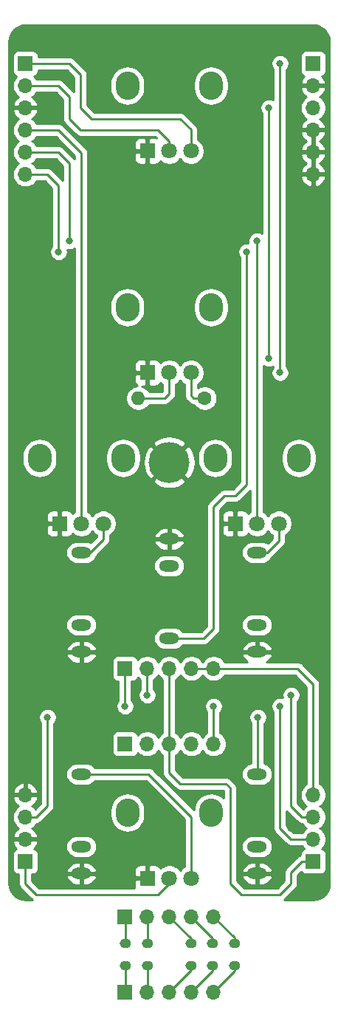
<source format=gbr>
G04 #@! TF.GenerationSoftware,KiCad,Pcbnew,(5.1.10)-1*
G04 #@! TF.CreationDate,2021-07-12T18:34:54+02:00*
G04 #@! TF.ProjectId,YuSynth Improved Steiner VCF Control,59755379-6e74-4682-9049-6d70726f7665,rev?*
G04 #@! TF.SameCoordinates,Original*
G04 #@! TF.FileFunction,Copper,L1,Top*
G04 #@! TF.FilePolarity,Positive*
%FSLAX46Y46*%
G04 Gerber Fmt 4.6, Leading zero omitted, Abs format (unit mm)*
G04 Created by KiCad (PCBNEW (5.1.10)-1) date 2021-07-12 18:34:54*
%MOMM*%
%LPD*%
G01*
G04 APERTURE LIST*
G04 #@! TA.AperFunction,ComponentPad*
%ADD10O,1.300000X1.100000*%
G04 #@! TD*
G04 #@! TA.AperFunction,ComponentPad*
%ADD11O,1.700000X1.700000*%
G04 #@! TD*
G04 #@! TA.AperFunction,ComponentPad*
%ADD12R,1.700000X1.700000*%
G04 #@! TD*
G04 #@! TA.AperFunction,ComponentPad*
%ADD13C,4.700000*%
G04 #@! TD*
G04 #@! TA.AperFunction,ComponentPad*
%ADD14O,1.600000X1.600000*%
G04 #@! TD*
G04 #@! TA.AperFunction,ComponentPad*
%ADD15C,1.600000*%
G04 #@! TD*
G04 #@! TA.AperFunction,ComponentPad*
%ADD16O,2.720000X3.240000*%
G04 #@! TD*
G04 #@! TA.AperFunction,ComponentPad*
%ADD17C,1.800000*%
G04 #@! TD*
G04 #@! TA.AperFunction,ComponentPad*
%ADD18R,1.800000X1.800000*%
G04 #@! TD*
G04 #@! TA.AperFunction,ComponentPad*
%ADD19O,2.300000X1.300000*%
G04 #@! TD*
G04 #@! TA.AperFunction,ViaPad*
%ADD20C,0.800000*%
G04 #@! TD*
G04 #@! TA.AperFunction,Conductor*
%ADD21C,0.250000*%
G04 #@! TD*
G04 #@! TA.AperFunction,Conductor*
%ADD22C,0.254000*%
G04 #@! TD*
G04 #@! TA.AperFunction,Conductor*
%ADD23C,0.100000*%
G04 #@! TD*
G04 APERTURE END LIST*
D10*
G04 #@! TO.P,SW1,10*
G04 #@! TO.N,Net-(J13-Pad5)*
X26550000Y-108438000D03*
G04 #@! TO.P,SW1,9*
G04 #@! TO.N,Net-(J13-Pad4)*
X24050000Y-108438000D03*
G04 #@! TO.P,SW1,8*
G04 #@! TO.N,Net-(J13-Pad3)*
X21550000Y-108438000D03*
G04 #@! TO.P,SW1,7*
G04 #@! TO.N,Net-(J13-Pad2)*
X16550000Y-108438000D03*
G04 #@! TO.P,SW1,6*
G04 #@! TO.N,Net-(J13-Pad1)*
X14050000Y-108438000D03*
G04 #@! TO.P,SW1,5*
G04 #@! TO.N,Net-(J12-Pad5)*
X26550000Y-105938000D03*
G04 #@! TO.P,SW1,4*
G04 #@! TO.N,Net-(J12-Pad4)*
X24050000Y-105938000D03*
G04 #@! TO.P,SW1,3*
G04 #@! TO.N,Net-(J12-Pad3)*
X21550000Y-105938000D03*
G04 #@! TO.P,SW1,2*
G04 #@! TO.N,Net-(J12-Pad2)*
X16550000Y-105938000D03*
G04 #@! TO.P,SW1,1*
G04 #@! TO.N,Net-(J12-Pad1)*
X14050000Y-105938000D03*
G04 #@! TD*
D11*
G04 #@! TO.P,J13,5*
G04 #@! TO.N,Net-(J13-Pad5)*
X24130000Y-111510000D03*
G04 #@! TO.P,J13,4*
G04 #@! TO.N,Net-(J13-Pad4)*
X21590000Y-111510000D03*
G04 #@! TO.P,J13,3*
G04 #@! TO.N,Net-(J13-Pad3)*
X19050000Y-111510000D03*
G04 #@! TO.P,J13,2*
G04 #@! TO.N,Net-(J13-Pad2)*
X16510000Y-111510000D03*
D12*
G04 #@! TO.P,J13,1*
G04 #@! TO.N,Net-(J13-Pad1)*
X13970000Y-111510000D03*
G04 #@! TD*
D11*
G04 #@! TO.P,J12,5*
G04 #@! TO.N,Net-(J12-Pad5)*
X24130000Y-102870000D03*
G04 #@! TO.P,J12,4*
G04 #@! TO.N,Net-(J12-Pad4)*
X21590000Y-102870000D03*
G04 #@! TO.P,J12,3*
G04 #@! TO.N,Net-(J12-Pad3)*
X19050000Y-102870000D03*
G04 #@! TO.P,J12,2*
G04 #@! TO.N,Net-(J12-Pad2)*
X16510000Y-102870000D03*
D12*
G04 #@! TO.P,J12,1*
G04 #@! TO.N,Net-(J12-Pad1)*
X13970000Y-102870000D03*
G04 #@! TD*
D13*
G04 #@! TO.P,H1,1*
G04 #@! TO.N,GND*
X19050000Y-50800000D03*
G04 #@! TD*
D11*
G04 #@! TO.P,J11,6*
G04 #@! TO.N,GND*
X35560000Y-17780000D03*
G04 #@! TO.P,J11,5*
X35560000Y-15240000D03*
G04 #@! TO.P,J11,4*
X35560000Y-12700000D03*
G04 #@! TO.P,J11,3*
G04 #@! TO.N,Res_Out*
X35560000Y-10160000D03*
G04 #@! TO.P,J11,2*
G04 #@! TO.N,GND*
X35560000Y-7620000D03*
D12*
G04 #@! TO.P,J11,1*
G04 #@! TO.N,Res_In*
X35560000Y-5080000D03*
G04 #@! TD*
D11*
G04 #@! TO.P,J10,6*
G04 #@! TO.N,vOct*
X2540000Y-17780000D03*
G04 #@! TO.P,J10,5*
G04 #@! TO.N,CV#2*
X2540000Y-15240000D03*
G04 #@! TO.P,J10,4*
G04 #@! TO.N,CV#1*
X2540000Y-12700000D03*
G04 #@! TO.P,J10,3*
G04 #@! TO.N,GND*
X2540000Y-10160000D03*
G04 #@! TO.P,J10,2*
G04 #@! TO.N,CO_Out*
X2540000Y-7620000D03*
D12*
G04 #@! TO.P,J10,1*
G04 #@! TO.N,CO_In*
X2540000Y-5080000D03*
G04 #@! TD*
D11*
G04 #@! TO.P,J9,4*
G04 #@! TO.N,SW_C*
X35560000Y-88900000D03*
G04 #@! TO.P,J9,3*
G04 #@! TO.N,SW_B*
X35560000Y-91440000D03*
G04 #@! TO.P,J9,2*
G04 #@! TO.N,SW_A*
X35560000Y-93980000D03*
D12*
G04 #@! TO.P,J9,1*
G04 #@! TO.N,SW_In*
X35560000Y-96520000D03*
G04 #@! TD*
D11*
G04 #@! TO.P,J8,4*
G04 #@! TO.N,GND*
X2540000Y-88900000D03*
G04 #@! TO.P,J8,3*
G04 #@! TO.N,AudioOut*
X2540000Y-91440000D03*
G04 #@! TO.P,J8,2*
G04 #@! TO.N,GND*
X2540000Y-93980000D03*
D12*
G04 #@! TO.P,J8,1*
G04 #@! TO.N,AudioIn*
X2540000Y-96520000D03*
G04 #@! TD*
D14*
G04 #@! TO.P,R1,2*
G04 #@! TO.N,Res_Out*
X15494000Y-43434000D03*
D15*
G04 #@! TO.P,R1,1*
G04 #@! TO.N,Res_In*
X23114000Y-43434000D03*
G04 #@! TD*
D11*
G04 #@! TO.P,J7,5*
G04 #@! TO.N,SW_C*
X24130000Y-74420000D03*
G04 #@! TO.P,J7,4*
X21590000Y-74420000D03*
G04 #@! TO.P,J7,3*
G04 #@! TO.N,SW_In*
X19050000Y-74420000D03*
G04 #@! TO.P,J7,2*
G04 #@! TO.N,SW_B*
X16510000Y-74420000D03*
D12*
G04 #@! TO.P,J7,1*
G04 #@! TO.N,SW_A*
X13970000Y-74420000D03*
G04 #@! TD*
D11*
G04 #@! TO.P,J6,5*
G04 #@! TO.N,SW_A*
X24130000Y-83060000D03*
G04 #@! TO.P,J6,4*
G04 #@! TO.N,N/C*
X21590000Y-83060000D03*
G04 #@! TO.P,J6,3*
G04 #@! TO.N,SW_In*
X19050000Y-83060000D03*
G04 #@! TO.P,J6,2*
G04 #@! TO.N,N/C*
X16510000Y-83060000D03*
D12*
G04 #@! TO.P,J6,1*
X13970000Y-83060000D03*
G04 #@! TD*
D16*
G04 #@! TO.P,RV5,*
G04 #@! TO.N,*
X14250000Y-33020000D03*
X23850000Y-33020000D03*
D17*
G04 #@! TO.P,RV5,3*
G04 #@! TO.N,Res_In*
X21550000Y-40520000D03*
G04 #@! TO.P,RV5,2*
G04 #@! TO.N,Res_Out*
X19050000Y-40520000D03*
D18*
G04 #@! TO.P,RV5,1*
G04 #@! TO.N,GND*
X16550000Y-40520000D03*
G04 #@! TD*
D16*
G04 #@! TO.P,RV4,*
G04 #@! TO.N,*
X14250000Y-7620000D03*
X23850000Y-7620000D03*
D17*
G04 #@! TO.P,RV4,3*
G04 #@! TO.N,CO_In*
X21550000Y-15120000D03*
G04 #@! TO.P,RV4,2*
G04 #@! TO.N,CO_Out*
X19050000Y-15120000D03*
D18*
G04 #@! TO.P,RV4,1*
G04 #@! TO.N,GND*
X16550000Y-15120000D03*
G04 #@! TD*
D19*
G04 #@! TO.P,J5,T*
G04 #@! TO.N,vOct*
X19050000Y-70960000D03*
G04 #@! TO.P,J5,TN*
G04 #@! TO.N,N/C*
X19050000Y-62660000D03*
G04 #@! TO.P,J5,S*
G04 #@! TO.N,GND*
X19050000Y-59560000D03*
G04 #@! TD*
D16*
G04 #@! TO.P,RV3,*
G04 #@! TO.N,*
X4175000Y-50300000D03*
X13775000Y-50300000D03*
D17*
G04 #@! TO.P,RV3,3*
G04 #@! TO.N,Net-(J3-PadT)*
X11475000Y-57800000D03*
G04 #@! TO.P,RV3,2*
G04 #@! TO.N,CV#1*
X8975000Y-57800000D03*
D18*
G04 #@! TO.P,RV3,1*
G04 #@! TO.N,GND*
X6475000Y-57800000D03*
G04 #@! TD*
D16*
G04 #@! TO.P,RV2,*
G04 #@! TO.N,*
X24325000Y-50300000D03*
X33925000Y-50300000D03*
D17*
G04 #@! TO.P,RV2,3*
G04 #@! TO.N,Net-(J4-PadT)*
X31625000Y-57800000D03*
G04 #@! TO.P,RV2,2*
G04 #@! TO.N,CV#2*
X29125000Y-57800000D03*
D18*
G04 #@! TO.P,RV2,1*
G04 #@! TO.N,GND*
X26625000Y-57800000D03*
G04 #@! TD*
D19*
G04 #@! TO.P,J4,T*
G04 #@! TO.N,Net-(J4-PadT)*
X29125000Y-61120000D03*
G04 #@! TO.P,J4,TN*
G04 #@! TO.N,N/C*
X29125000Y-69420000D03*
G04 #@! TO.P,J4,S*
G04 #@! TO.N,GND*
X29125000Y-72520000D03*
G04 #@! TD*
G04 #@! TO.P,J3,T*
G04 #@! TO.N,Net-(J3-PadT)*
X8975000Y-61120000D03*
G04 #@! TO.P,J3,TN*
G04 #@! TO.N,N/C*
X8975000Y-69420000D03*
G04 #@! TO.P,J3,S*
G04 #@! TO.N,GND*
X8975000Y-72520000D03*
G04 #@! TD*
G04 #@! TO.P,J2,T*
G04 #@! TO.N,AudioOut*
X29125000Y-86520000D03*
G04 #@! TO.P,J2,TN*
G04 #@! TO.N,N/C*
X29125000Y-94820000D03*
G04 #@! TO.P,J2,S*
G04 #@! TO.N,GND*
X29125000Y-97920000D03*
G04 #@! TD*
D16*
G04 #@! TO.P,RV1,*
G04 #@! TO.N,*
X14262760Y-90940000D03*
X23862760Y-90940000D03*
D17*
G04 #@! TO.P,RV1,3*
G04 #@! TO.N,Net-(J1-PadT)*
X21562760Y-98440000D03*
G04 #@! TO.P,RV1,2*
G04 #@! TO.N,AudioIn*
X19062760Y-98440000D03*
D18*
G04 #@! TO.P,RV1,1*
G04 #@! TO.N,GND*
X16562760Y-98440000D03*
G04 #@! TD*
D19*
G04 #@! TO.P,J1,T*
G04 #@! TO.N,Net-(J1-PadT)*
X8975000Y-86520000D03*
G04 #@! TO.P,J1,TN*
G04 #@! TO.N,N/C*
X8975000Y-94820000D03*
G04 #@! TO.P,J1,S*
G04 #@! TO.N,GND*
X8975000Y-97920000D03*
G04 #@! TD*
D20*
G04 #@! TO.N,GND*
X30480000Y-82550000D03*
X34290000Y-81280000D03*
X33020000Y-92710000D03*
X17780000Y-22860000D03*
X5080000Y-13970000D03*
X5080000Y-16510000D03*
X5080000Y-6350000D03*
G04 #@! TO.N,AudioOut*
X5080000Y-80010000D03*
X29210000Y-80010000D03*
G04 #@! TO.N,CV#2*
X29125000Y-25400000D03*
X7620000Y-25400000D03*
G04 #@! TO.N,vOct*
X27940000Y-26670000D03*
X6350000Y-26670000D03*
G04 #@! TO.N,SW_A*
X13970000Y-78740000D03*
X24130000Y-78740000D03*
X31750000Y-78740000D03*
G04 #@! TO.N,SW_B*
X16510000Y-77470000D03*
X33020000Y-77470000D03*
G04 #@! TO.N,Res_Out*
X30480000Y-38862000D03*
X30480000Y-10160000D03*
G04 #@! TO.N,Res_In*
X31750000Y-40520000D03*
X31750000Y-5080000D03*
G04 #@! TD*
D21*
G04 #@! TO.N,Net-(J1-PadT)*
X8975000Y-86520000D02*
X16670000Y-86520000D01*
X21562760Y-91412760D02*
X21562760Y-98440000D01*
X16670000Y-86520000D02*
X21562760Y-91412760D01*
G04 #@! TO.N,AudioIn*
X19062760Y-99047240D02*
X19062760Y-98440000D01*
X17780000Y-100330000D02*
X19062760Y-99047240D01*
X3810000Y-100330000D02*
X17780000Y-100330000D01*
X2540000Y-99060000D02*
X3810000Y-100330000D01*
X2540000Y-96520000D02*
X2540000Y-99060000D01*
G04 #@! TO.N,AudioOut*
X2540000Y-91440000D02*
X3810000Y-91440000D01*
X3810000Y-91440000D02*
X5080000Y-90170000D01*
X5080000Y-90170000D02*
X5080000Y-80010000D01*
X5080000Y-80010000D02*
X5080000Y-80010000D01*
X29210000Y-86435000D02*
X29125000Y-86520000D01*
X29210000Y-80010000D02*
X29210000Y-86435000D01*
G04 #@! TO.N,Net-(J3-PadT)*
X11475000Y-59645000D02*
X11475000Y-57800000D01*
X10000000Y-61120000D02*
X11475000Y-59645000D01*
X8975000Y-61120000D02*
X10000000Y-61120000D01*
G04 #@! TO.N,Net-(J4-PadT)*
X30320000Y-61120000D02*
X29125000Y-61120000D01*
X31625000Y-59815000D02*
X30320000Y-61120000D01*
X31625000Y-57800000D02*
X31625000Y-59815000D01*
G04 #@! TO.N,CV#2*
X29125000Y-57800000D02*
X29125000Y-25400000D01*
X29125000Y-25400000D02*
X29125000Y-25400000D01*
X7620000Y-25400000D02*
X7620000Y-16510000D01*
X6350000Y-15240000D02*
X2540000Y-15240000D01*
X7620000Y-16510000D02*
X6350000Y-15240000D01*
G04 #@! TO.N,CV#1*
X8975000Y-57800000D02*
X8975000Y-15325000D01*
X6350000Y-12700000D02*
X2540000Y-12700000D01*
X8975000Y-15325000D02*
X6350000Y-12700000D01*
G04 #@! TO.N,vOct*
X19050000Y-70960000D02*
X23020000Y-70960000D01*
X23020000Y-70960000D02*
X24130000Y-69850000D01*
X24130000Y-69850000D02*
X24130000Y-55880000D01*
X24130000Y-55880000D02*
X25400000Y-54610000D01*
X25400000Y-54610000D02*
X26670000Y-54610000D01*
X26670000Y-54610000D02*
X27940000Y-53340000D01*
X27940000Y-53340000D02*
X27940000Y-26670000D01*
X27940000Y-26670000D02*
X27940000Y-26670000D01*
X6350000Y-26670000D02*
X6350000Y-19050000D01*
X6350000Y-19050000D02*
X5080000Y-17780000D01*
X5080000Y-17780000D02*
X2540000Y-17780000D01*
G04 #@! TO.N,CO_In*
X2540000Y-5080000D02*
X7620000Y-5080000D01*
X7620000Y-5080000D02*
X8890000Y-6350000D01*
X8890000Y-6350000D02*
X8890000Y-10160000D01*
X8890000Y-10160000D02*
X10160000Y-11430000D01*
X10160000Y-11430000D02*
X19050000Y-11430000D01*
X21550000Y-15120000D02*
X21550000Y-12660000D01*
X21550000Y-12660000D02*
X20320000Y-11430000D01*
X20320000Y-11430000D02*
X19050000Y-11430000D01*
G04 #@! TO.N,CO_Out*
X2540000Y-7620000D02*
X6350000Y-7620000D01*
X6350000Y-7620000D02*
X7620000Y-8890000D01*
X7620000Y-8890000D02*
X7620000Y-10160000D01*
X7620000Y-10160000D02*
X7620000Y-11430000D01*
X7620000Y-11430000D02*
X8890000Y-12700000D01*
X8890000Y-12700000D02*
X16510000Y-12700000D01*
X19050000Y-15120000D02*
X19050000Y-13970000D01*
X19050000Y-13970000D02*
X17780000Y-12700000D01*
X17780000Y-12700000D02*
X16510000Y-12700000D01*
G04 #@! TO.N,SW_A*
X13970000Y-74420000D02*
X13970000Y-78740000D01*
X13970000Y-78740000D02*
X13970000Y-78740000D01*
X24130000Y-78740000D02*
X24130000Y-83060000D01*
X31750000Y-78740000D02*
X31750000Y-92710000D01*
X33020000Y-93980000D02*
X35560000Y-93980000D01*
X31750000Y-92710000D02*
X33020000Y-93980000D01*
G04 #@! TO.N,SW_In*
X19050000Y-74420000D02*
X19050000Y-83060000D01*
X20320000Y-87630000D02*
X19050000Y-86360000D01*
X25570000Y-87630000D02*
X20320000Y-87630000D01*
X26035000Y-88095000D02*
X25570000Y-87630000D01*
X26035000Y-99060000D02*
X26035000Y-88095000D01*
X31750000Y-100330000D02*
X27305000Y-100330000D01*
X27305000Y-100330000D02*
X26035000Y-99060000D01*
X33020000Y-99060000D02*
X31750000Y-100330000D01*
X33020000Y-97790000D02*
X33020000Y-99060000D01*
X19050000Y-86360000D02*
X19050000Y-83060000D01*
X34290000Y-96520000D02*
X33020000Y-97790000D01*
X35560000Y-96520000D02*
X34290000Y-96520000D01*
G04 #@! TO.N,SW_C*
X21590000Y-74420000D02*
X24130000Y-74420000D01*
X24130000Y-74420000D02*
X33780000Y-74420000D01*
X35560000Y-76200000D02*
X35560000Y-88900000D01*
X33780000Y-74420000D02*
X35560000Y-76200000D01*
G04 #@! TO.N,SW_B*
X16510000Y-74420000D02*
X16510000Y-77470000D01*
X16510000Y-77470000D02*
X16510000Y-77470000D01*
X33020000Y-77470000D02*
X33020000Y-90170000D01*
X34290000Y-91440000D02*
X35560000Y-91440000D01*
X33020000Y-90170000D02*
X34290000Y-91440000D01*
G04 #@! TO.N,Net-(J12-Pad5)*
X26550000Y-105290000D02*
X24130000Y-102870000D01*
X26550000Y-105940000D02*
X26550000Y-105290000D01*
G04 #@! TO.N,Net-(J12-Pad4)*
X24050000Y-105330000D02*
X21590000Y-102870000D01*
X24050000Y-105940000D02*
X24050000Y-105330000D01*
G04 #@! TO.N,Net-(J12-Pad3)*
X21550000Y-105370000D02*
X19050000Y-102870000D01*
X21550000Y-105940000D02*
X21550000Y-105370000D01*
G04 #@! TO.N,Net-(J12-Pad2)*
X16550000Y-102910000D02*
X16510000Y-102870000D01*
X16550000Y-105940000D02*
X16550000Y-102910000D01*
G04 #@! TO.N,Net-(J12-Pad1)*
X14050000Y-102950000D02*
X13970000Y-102870000D01*
X14050000Y-105940000D02*
X14050000Y-102950000D01*
G04 #@! TO.N,Net-(J13-Pad5)*
X26550000Y-109090000D02*
X24130000Y-111510000D01*
X26550000Y-108440000D02*
X26550000Y-109090000D01*
G04 #@! TO.N,Net-(J13-Pad4)*
X24050000Y-109050000D02*
X21590000Y-111510000D01*
X24050000Y-108440000D02*
X24050000Y-109050000D01*
G04 #@! TO.N,Net-(J13-Pad3)*
X21550000Y-109010000D02*
X19050000Y-111510000D01*
X21550000Y-108440000D02*
X21550000Y-109010000D01*
G04 #@! TO.N,Net-(J13-Pad2)*
X16550000Y-111470000D02*
X16510000Y-111510000D01*
X16550000Y-108440000D02*
X16550000Y-111470000D01*
G04 #@! TO.N,Net-(J13-Pad1)*
X14050000Y-111430000D02*
X13970000Y-111510000D01*
X14050000Y-108440000D02*
X14050000Y-111430000D01*
G04 #@! TO.N,Res_Out*
X19050000Y-40520000D02*
X19050000Y-42926000D01*
X18542000Y-43434000D02*
X15494000Y-43434000D01*
X19050000Y-42926000D02*
X18542000Y-43434000D01*
X30480000Y-38862000D02*
X30480000Y-25681998D01*
X30480000Y-25681998D02*
X30480000Y-10160000D01*
X30480000Y-10160000D02*
X30480000Y-10160000D01*
G04 #@! TO.N,Res_In*
X21550000Y-40520000D02*
X21550000Y-43140000D01*
X21844000Y-43434000D02*
X23114000Y-43434000D01*
X21550000Y-43140000D02*
X21844000Y-43434000D01*
X31750000Y-40520000D02*
X31750000Y-5080000D01*
X31750000Y-5080000D02*
X31750000Y-5080000D01*
G04 #@! TD*
D22*
G04 #@! TO.N,GND*
X35919668Y-723551D02*
X36265634Y-828004D01*
X36584724Y-997667D01*
X36864781Y-1226076D01*
X37095141Y-1504534D01*
X37267027Y-1822430D01*
X37373893Y-2167658D01*
X37415000Y-2558753D01*
X37415001Y-99026485D01*
X37376449Y-99419667D01*
X37271996Y-99765635D01*
X37102333Y-100084724D01*
X36873924Y-100364781D01*
X36595466Y-100595141D01*
X36277570Y-100767027D01*
X35932340Y-100873894D01*
X35541238Y-100915000D01*
X32235170Y-100915000D01*
X32290001Y-100870001D01*
X32313804Y-100840997D01*
X33531003Y-99623799D01*
X33560001Y-99600001D01*
X33654974Y-99484276D01*
X33725546Y-99352247D01*
X33769003Y-99208986D01*
X33780000Y-99097333D01*
X33780000Y-99097324D01*
X33783676Y-99060001D01*
X33780000Y-99022678D01*
X33780000Y-98104801D01*
X34172791Y-97712011D01*
X34179463Y-97724494D01*
X34258815Y-97821185D01*
X34355506Y-97900537D01*
X34465820Y-97959502D01*
X34585518Y-97995812D01*
X34710000Y-98008072D01*
X36410000Y-98008072D01*
X36534482Y-97995812D01*
X36654180Y-97959502D01*
X36764494Y-97900537D01*
X36861185Y-97821185D01*
X36940537Y-97724494D01*
X36999502Y-97614180D01*
X37035812Y-97494482D01*
X37048072Y-97370000D01*
X37048072Y-95670000D01*
X37035812Y-95545518D01*
X36999502Y-95425820D01*
X36940537Y-95315506D01*
X36861185Y-95218815D01*
X36764494Y-95139463D01*
X36654180Y-95080498D01*
X36581620Y-95058487D01*
X36713475Y-94926632D01*
X36875990Y-94683411D01*
X36987932Y-94413158D01*
X37045000Y-94126260D01*
X37045000Y-93833740D01*
X36987932Y-93546842D01*
X36875990Y-93276589D01*
X36713475Y-93033368D01*
X36506632Y-92826525D01*
X36332240Y-92710000D01*
X36506632Y-92593475D01*
X36713475Y-92386632D01*
X36875990Y-92143411D01*
X36987932Y-91873158D01*
X37045000Y-91586260D01*
X37045000Y-91293740D01*
X36987932Y-91006842D01*
X36875990Y-90736589D01*
X36713475Y-90493368D01*
X36506632Y-90286525D01*
X36332240Y-90170000D01*
X36506632Y-90053475D01*
X36713475Y-89846632D01*
X36875990Y-89603411D01*
X36987932Y-89333158D01*
X37045000Y-89046260D01*
X37045000Y-88753740D01*
X36987932Y-88466842D01*
X36875990Y-88196589D01*
X36713475Y-87953368D01*
X36506632Y-87746525D01*
X36320000Y-87621822D01*
X36320000Y-76237322D01*
X36323676Y-76199999D01*
X36320000Y-76162676D01*
X36320000Y-76162667D01*
X36309003Y-76051014D01*
X36265546Y-75907753D01*
X36194975Y-75775725D01*
X36194974Y-75775723D01*
X36123799Y-75688997D01*
X36100001Y-75659999D01*
X36071004Y-75636202D01*
X34343804Y-73909003D01*
X34320001Y-73879999D01*
X34204276Y-73785026D01*
X34072247Y-73714454D01*
X33928986Y-73670997D01*
X33817333Y-73660000D01*
X33817322Y-73660000D01*
X33780000Y-73656324D01*
X33742678Y-73660000D01*
X30230668Y-73660000D01*
X30234081Y-73658585D01*
X30444505Y-73517882D01*
X30623436Y-73338830D01*
X30763997Y-73128311D01*
X30860787Y-72894415D01*
X30868099Y-72845471D01*
X30744067Y-72647000D01*
X29252000Y-72647000D01*
X29252000Y-72667000D01*
X28998000Y-72667000D01*
X28998000Y-72647000D01*
X27505933Y-72647000D01*
X27381901Y-72845471D01*
X27389213Y-72894415D01*
X27486003Y-73128311D01*
X27626564Y-73338830D01*
X27805495Y-73517882D01*
X28015919Y-73658585D01*
X28019332Y-73660000D01*
X25408178Y-73660000D01*
X25283475Y-73473368D01*
X25076632Y-73266525D01*
X24833411Y-73104010D01*
X24563158Y-72992068D01*
X24276260Y-72935000D01*
X23983740Y-72935000D01*
X23696842Y-72992068D01*
X23426589Y-73104010D01*
X23183368Y-73266525D01*
X22976525Y-73473368D01*
X22860000Y-73647760D01*
X22743475Y-73473368D01*
X22536632Y-73266525D01*
X22293411Y-73104010D01*
X22023158Y-72992068D01*
X21736260Y-72935000D01*
X21443740Y-72935000D01*
X21156842Y-72992068D01*
X20886589Y-73104010D01*
X20643368Y-73266525D01*
X20436525Y-73473368D01*
X20320000Y-73647760D01*
X20203475Y-73473368D01*
X19996632Y-73266525D01*
X19753411Y-73104010D01*
X19483158Y-72992068D01*
X19196260Y-72935000D01*
X18903740Y-72935000D01*
X18616842Y-72992068D01*
X18346589Y-73104010D01*
X18103368Y-73266525D01*
X17896525Y-73473368D01*
X17780000Y-73647760D01*
X17663475Y-73473368D01*
X17456632Y-73266525D01*
X17213411Y-73104010D01*
X16943158Y-72992068D01*
X16656260Y-72935000D01*
X16363740Y-72935000D01*
X16076842Y-72992068D01*
X15806589Y-73104010D01*
X15563368Y-73266525D01*
X15431513Y-73398380D01*
X15409502Y-73325820D01*
X15350537Y-73215506D01*
X15271185Y-73118815D01*
X15174494Y-73039463D01*
X15064180Y-72980498D01*
X14944482Y-72944188D01*
X14820000Y-72931928D01*
X13120000Y-72931928D01*
X12995518Y-72944188D01*
X12875820Y-72980498D01*
X12765506Y-73039463D01*
X12668815Y-73118815D01*
X12589463Y-73215506D01*
X12530498Y-73325820D01*
X12494188Y-73445518D01*
X12481928Y-73570000D01*
X12481928Y-75270000D01*
X12494188Y-75394482D01*
X12530498Y-75514180D01*
X12589463Y-75624494D01*
X12668815Y-75721185D01*
X12765506Y-75800537D01*
X12875820Y-75859502D01*
X12995518Y-75895812D01*
X13120000Y-75908072D01*
X13210000Y-75908072D01*
X13210001Y-78036288D01*
X13166063Y-78080226D01*
X13052795Y-78249744D01*
X12974774Y-78438102D01*
X12935000Y-78638061D01*
X12935000Y-78841939D01*
X12974774Y-79041898D01*
X13052795Y-79230256D01*
X13166063Y-79399774D01*
X13310226Y-79543937D01*
X13479744Y-79657205D01*
X13668102Y-79735226D01*
X13868061Y-79775000D01*
X14071939Y-79775000D01*
X14271898Y-79735226D01*
X14460256Y-79657205D01*
X14629774Y-79543937D01*
X14773937Y-79399774D01*
X14887205Y-79230256D01*
X14965226Y-79041898D01*
X15005000Y-78841939D01*
X15005000Y-78638061D01*
X14965226Y-78438102D01*
X14887205Y-78249744D01*
X14773937Y-78080226D01*
X14730000Y-78036289D01*
X14730000Y-75908072D01*
X14820000Y-75908072D01*
X14944482Y-75895812D01*
X15064180Y-75859502D01*
X15174494Y-75800537D01*
X15271185Y-75721185D01*
X15350537Y-75624494D01*
X15409502Y-75514180D01*
X15431513Y-75441620D01*
X15563368Y-75573475D01*
X15750000Y-75698179D01*
X15750001Y-76766288D01*
X15706063Y-76810226D01*
X15592795Y-76979744D01*
X15514774Y-77168102D01*
X15475000Y-77368061D01*
X15475000Y-77571939D01*
X15514774Y-77771898D01*
X15592795Y-77960256D01*
X15706063Y-78129774D01*
X15850226Y-78273937D01*
X16019744Y-78387205D01*
X16208102Y-78465226D01*
X16408061Y-78505000D01*
X16611939Y-78505000D01*
X16811898Y-78465226D01*
X17000256Y-78387205D01*
X17169774Y-78273937D01*
X17313937Y-78129774D01*
X17427205Y-77960256D01*
X17505226Y-77771898D01*
X17545000Y-77571939D01*
X17545000Y-77368061D01*
X17505226Y-77168102D01*
X17427205Y-76979744D01*
X17313937Y-76810226D01*
X17270000Y-76766289D01*
X17270000Y-75698178D01*
X17456632Y-75573475D01*
X17663475Y-75366632D01*
X17780000Y-75192240D01*
X17896525Y-75366632D01*
X18103368Y-75573475D01*
X18290000Y-75698179D01*
X18290001Y-81781821D01*
X18103368Y-81906525D01*
X17896525Y-82113368D01*
X17780000Y-82287760D01*
X17663475Y-82113368D01*
X17456632Y-81906525D01*
X17213411Y-81744010D01*
X16943158Y-81632068D01*
X16656260Y-81575000D01*
X16363740Y-81575000D01*
X16076842Y-81632068D01*
X15806589Y-81744010D01*
X15563368Y-81906525D01*
X15431513Y-82038380D01*
X15409502Y-81965820D01*
X15350537Y-81855506D01*
X15271185Y-81758815D01*
X15174494Y-81679463D01*
X15064180Y-81620498D01*
X14944482Y-81584188D01*
X14820000Y-81571928D01*
X13120000Y-81571928D01*
X12995518Y-81584188D01*
X12875820Y-81620498D01*
X12765506Y-81679463D01*
X12668815Y-81758815D01*
X12589463Y-81855506D01*
X12530498Y-81965820D01*
X12494188Y-82085518D01*
X12481928Y-82210000D01*
X12481928Y-83910000D01*
X12494188Y-84034482D01*
X12530498Y-84154180D01*
X12589463Y-84264494D01*
X12668815Y-84361185D01*
X12765506Y-84440537D01*
X12875820Y-84499502D01*
X12995518Y-84535812D01*
X13120000Y-84548072D01*
X14820000Y-84548072D01*
X14944482Y-84535812D01*
X15064180Y-84499502D01*
X15174494Y-84440537D01*
X15271185Y-84361185D01*
X15350537Y-84264494D01*
X15409502Y-84154180D01*
X15431513Y-84081620D01*
X15563368Y-84213475D01*
X15806589Y-84375990D01*
X16076842Y-84487932D01*
X16363740Y-84545000D01*
X16656260Y-84545000D01*
X16943158Y-84487932D01*
X17213411Y-84375990D01*
X17456632Y-84213475D01*
X17663475Y-84006632D01*
X17780000Y-83832240D01*
X17896525Y-84006632D01*
X18103368Y-84213475D01*
X18290001Y-84338179D01*
X18290000Y-86322677D01*
X18286324Y-86360000D01*
X18290000Y-86397322D01*
X18290000Y-86397332D01*
X18300997Y-86508985D01*
X18323748Y-86583986D01*
X18344454Y-86652246D01*
X18415026Y-86784276D01*
X18454871Y-86832826D01*
X18509999Y-86900001D01*
X18539003Y-86923804D01*
X19756200Y-88141002D01*
X19779999Y-88170001D01*
X19895724Y-88264974D01*
X20027753Y-88335546D01*
X20171014Y-88379003D01*
X20282667Y-88390000D01*
X20282676Y-88390000D01*
X20319999Y-88393676D01*
X20357322Y-88390000D01*
X25255199Y-88390000D01*
X25275001Y-88409802D01*
X25275001Y-89258179D01*
X24976485Y-89013193D01*
X24629907Y-88827943D01*
X24253848Y-88713867D01*
X23862760Y-88675348D01*
X23471673Y-88713867D01*
X23095614Y-88827943D01*
X22749036Y-89013193D01*
X22445258Y-89262497D01*
X22195953Y-89566275D01*
X22010703Y-89912853D01*
X21896627Y-90288912D01*
X21867760Y-90582002D01*
X21867760Y-90642958D01*
X17233804Y-86009003D01*
X17210001Y-85979999D01*
X17094276Y-85885026D01*
X16962247Y-85814454D01*
X16818986Y-85770997D01*
X16707333Y-85760000D01*
X16707322Y-85760000D01*
X16670000Y-85756324D01*
X16632678Y-85760000D01*
X10513616Y-85760000D01*
X10388028Y-85606972D01*
X10192362Y-85446392D01*
X9969127Y-85327071D01*
X9726904Y-85253593D01*
X9538123Y-85235000D01*
X8411877Y-85235000D01*
X8223096Y-85253593D01*
X7980873Y-85327071D01*
X7757638Y-85446392D01*
X7561972Y-85606972D01*
X7401392Y-85802638D01*
X7282071Y-86025873D01*
X7208593Y-86268096D01*
X7183783Y-86520000D01*
X7208593Y-86771904D01*
X7282071Y-87014127D01*
X7401392Y-87237362D01*
X7561972Y-87433028D01*
X7757638Y-87593608D01*
X7980873Y-87712929D01*
X8223096Y-87786407D01*
X8411877Y-87805000D01*
X9538123Y-87805000D01*
X9726904Y-87786407D01*
X9969127Y-87712929D01*
X10192362Y-87593608D01*
X10388028Y-87433028D01*
X10513616Y-87280000D01*
X16355199Y-87280000D01*
X20802760Y-91727562D01*
X20802761Y-97101687D01*
X20584255Y-97247688D01*
X20370448Y-97461495D01*
X20312760Y-97547831D01*
X20255072Y-97461495D01*
X20041265Y-97247688D01*
X19789855Y-97079701D01*
X19510503Y-96963989D01*
X19213944Y-96905000D01*
X18911576Y-96905000D01*
X18615017Y-96963989D01*
X18335665Y-97079701D01*
X18084255Y-97247688D01*
X18046640Y-97285303D01*
X17993297Y-97185506D01*
X17913945Y-97088815D01*
X17817254Y-97009463D01*
X17706940Y-96950498D01*
X17587242Y-96914188D01*
X17462760Y-96901928D01*
X16848510Y-96905000D01*
X16689760Y-97063750D01*
X16689760Y-98313000D01*
X16709760Y-98313000D01*
X16709760Y-98567000D01*
X16689760Y-98567000D01*
X16689760Y-98587000D01*
X16435760Y-98587000D01*
X16435760Y-98567000D01*
X15186510Y-98567000D01*
X15027760Y-98725750D01*
X15024688Y-99340000D01*
X15036948Y-99464482D01*
X15068957Y-99570000D01*
X4124802Y-99570000D01*
X3300000Y-98745199D01*
X3300000Y-98245471D01*
X7231901Y-98245471D01*
X7239213Y-98294415D01*
X7336003Y-98528311D01*
X7476564Y-98738830D01*
X7655495Y-98917882D01*
X7865919Y-99058585D01*
X8099749Y-99155533D01*
X8348000Y-99205000D01*
X8848000Y-99205000D01*
X8848000Y-98047000D01*
X9102000Y-98047000D01*
X9102000Y-99205000D01*
X9602000Y-99205000D01*
X9850251Y-99155533D01*
X10084081Y-99058585D01*
X10294505Y-98917882D01*
X10473436Y-98738830D01*
X10613997Y-98528311D01*
X10710787Y-98294415D01*
X10718099Y-98245471D01*
X10594067Y-98047000D01*
X9102000Y-98047000D01*
X8848000Y-98047000D01*
X7355933Y-98047000D01*
X7231901Y-98245471D01*
X3300000Y-98245471D01*
X3300000Y-98008072D01*
X3390000Y-98008072D01*
X3514482Y-97995812D01*
X3634180Y-97959502D01*
X3744494Y-97900537D01*
X3841185Y-97821185D01*
X3920537Y-97724494D01*
X3979502Y-97614180D01*
X3985463Y-97594529D01*
X7231901Y-97594529D01*
X7355933Y-97793000D01*
X8848000Y-97793000D01*
X8848000Y-96635000D01*
X9102000Y-96635000D01*
X9102000Y-97793000D01*
X10594067Y-97793000D01*
X10718099Y-97594529D01*
X10710787Y-97545585D01*
X10708476Y-97540000D01*
X15024688Y-97540000D01*
X15027760Y-98154250D01*
X15186510Y-98313000D01*
X16435760Y-98313000D01*
X16435760Y-97063750D01*
X16277010Y-96905000D01*
X15662760Y-96901928D01*
X15538278Y-96914188D01*
X15418580Y-96950498D01*
X15308266Y-97009463D01*
X15211575Y-97088815D01*
X15132223Y-97185506D01*
X15073258Y-97295820D01*
X15036948Y-97415518D01*
X15024688Y-97540000D01*
X10708476Y-97540000D01*
X10613997Y-97311689D01*
X10473436Y-97101170D01*
X10294505Y-96922118D01*
X10084081Y-96781415D01*
X9850251Y-96684467D01*
X9602000Y-96635000D01*
X9102000Y-96635000D01*
X8848000Y-96635000D01*
X8348000Y-96635000D01*
X8099749Y-96684467D01*
X7865919Y-96781415D01*
X7655495Y-96922118D01*
X7476564Y-97101170D01*
X7336003Y-97311689D01*
X7239213Y-97545585D01*
X7231901Y-97594529D01*
X3985463Y-97594529D01*
X4015812Y-97494482D01*
X4028072Y-97370000D01*
X4028072Y-95670000D01*
X4015812Y-95545518D01*
X3979502Y-95425820D01*
X3920537Y-95315506D01*
X3841185Y-95218815D01*
X3744494Y-95139463D01*
X3634180Y-95080498D01*
X3553534Y-95056034D01*
X3637588Y-94980269D01*
X3757131Y-94820000D01*
X7183783Y-94820000D01*
X7208593Y-95071904D01*
X7282071Y-95314127D01*
X7401392Y-95537362D01*
X7561972Y-95733028D01*
X7757638Y-95893608D01*
X7980873Y-96012929D01*
X8223096Y-96086407D01*
X8411877Y-96105000D01*
X9538123Y-96105000D01*
X9726904Y-96086407D01*
X9969127Y-96012929D01*
X10192362Y-95893608D01*
X10388028Y-95733028D01*
X10548608Y-95537362D01*
X10667929Y-95314127D01*
X10741407Y-95071904D01*
X10766217Y-94820000D01*
X10741407Y-94568096D01*
X10667929Y-94325873D01*
X10548608Y-94102638D01*
X10388028Y-93906972D01*
X10192362Y-93746392D01*
X9969127Y-93627071D01*
X9726904Y-93553593D01*
X9538123Y-93535000D01*
X8411877Y-93535000D01*
X8223096Y-93553593D01*
X7980873Y-93627071D01*
X7757638Y-93746392D01*
X7561972Y-93906972D01*
X7401392Y-94102638D01*
X7282071Y-94325873D01*
X7208593Y-94568096D01*
X7183783Y-94820000D01*
X3757131Y-94820000D01*
X3811641Y-94746920D01*
X3936825Y-94484099D01*
X3981476Y-94336890D01*
X3860155Y-94107000D01*
X2667000Y-94107000D01*
X2667000Y-94127000D01*
X2413000Y-94127000D01*
X2413000Y-94107000D01*
X1219845Y-94107000D01*
X1098524Y-94336890D01*
X1143175Y-94484099D01*
X1268359Y-94746920D01*
X1442412Y-94980269D01*
X1526466Y-95056034D01*
X1445820Y-95080498D01*
X1335506Y-95139463D01*
X1238815Y-95218815D01*
X1159463Y-95315506D01*
X1100498Y-95425820D01*
X1064188Y-95545518D01*
X1051928Y-95670000D01*
X1051928Y-97370000D01*
X1064188Y-97494482D01*
X1100498Y-97614180D01*
X1159463Y-97724494D01*
X1238815Y-97821185D01*
X1335506Y-97900537D01*
X1445820Y-97959502D01*
X1565518Y-97995812D01*
X1690000Y-98008072D01*
X1780001Y-98008072D01*
X1780001Y-99022668D01*
X1776324Y-99060000D01*
X1780001Y-99097332D01*
X1780001Y-99097333D01*
X1790998Y-99208986D01*
X1801903Y-99244935D01*
X1834454Y-99352246D01*
X1905026Y-99484276D01*
X1975379Y-99570000D01*
X2000000Y-99600001D01*
X2028998Y-99623799D01*
X3246201Y-100841003D01*
X3269999Y-100870001D01*
X3324830Y-100915000D01*
X2573505Y-100915000D01*
X2180333Y-100876449D01*
X1834365Y-100771996D01*
X1515276Y-100602333D01*
X1235219Y-100373924D01*
X1004859Y-100095466D01*
X832973Y-99777570D01*
X726106Y-99432340D01*
X685000Y-99041238D01*
X685000Y-91293740D01*
X1055000Y-91293740D01*
X1055000Y-91586260D01*
X1112068Y-91873158D01*
X1224010Y-92143411D01*
X1386525Y-92386632D01*
X1593368Y-92593475D01*
X1775534Y-92715195D01*
X1658645Y-92784822D01*
X1442412Y-92979731D01*
X1268359Y-93213080D01*
X1143175Y-93475901D01*
X1098524Y-93623110D01*
X1219845Y-93853000D01*
X2413000Y-93853000D01*
X2413000Y-93833000D01*
X2667000Y-93833000D01*
X2667000Y-93853000D01*
X3860155Y-93853000D01*
X3981476Y-93623110D01*
X3936825Y-93475901D01*
X3811641Y-93213080D01*
X3637588Y-92979731D01*
X3421355Y-92784822D01*
X3304466Y-92715195D01*
X3486632Y-92593475D01*
X3693475Y-92386632D01*
X3816125Y-92203073D01*
X3847322Y-92200000D01*
X3847333Y-92200000D01*
X3958986Y-92189003D01*
X4102247Y-92145546D01*
X4234276Y-92074974D01*
X4350001Y-91980001D01*
X4373804Y-91950997D01*
X5591004Y-90733798D01*
X5620001Y-90710001D01*
X5714974Y-90594276D01*
X5721534Y-90582002D01*
X12267760Y-90582002D01*
X12267760Y-91297997D01*
X12296627Y-91591087D01*
X12410703Y-91967146D01*
X12595953Y-92313725D01*
X12845257Y-92617503D01*
X13149035Y-92866807D01*
X13495613Y-93052057D01*
X13871672Y-93166133D01*
X14262760Y-93204652D01*
X14653847Y-93166133D01*
X15029906Y-93052057D01*
X15376485Y-92866807D01*
X15680263Y-92617503D01*
X15929567Y-92313725D01*
X16114817Y-91967147D01*
X16228893Y-91591088D01*
X16257760Y-91297998D01*
X16257760Y-90582003D01*
X16228893Y-90288913D01*
X16114817Y-89912853D01*
X15929567Y-89566275D01*
X15680263Y-89262497D01*
X15376485Y-89013193D01*
X15029907Y-88827943D01*
X14653848Y-88713867D01*
X14262760Y-88675348D01*
X13871673Y-88713867D01*
X13495614Y-88827943D01*
X13149036Y-89013193D01*
X12845258Y-89262497D01*
X12595953Y-89566275D01*
X12410703Y-89912853D01*
X12296627Y-90288912D01*
X12267760Y-90582002D01*
X5721534Y-90582002D01*
X5785546Y-90462247D01*
X5829003Y-90318986D01*
X5840000Y-90207333D01*
X5840000Y-90207324D01*
X5843676Y-90170001D01*
X5840000Y-90132678D01*
X5840000Y-80713711D01*
X5883937Y-80669774D01*
X5997205Y-80500256D01*
X6075226Y-80311898D01*
X6115000Y-80111939D01*
X6115000Y-79908061D01*
X6075226Y-79708102D01*
X5997205Y-79519744D01*
X5883937Y-79350226D01*
X5739774Y-79206063D01*
X5570256Y-79092795D01*
X5381898Y-79014774D01*
X5181939Y-78975000D01*
X4978061Y-78975000D01*
X4778102Y-79014774D01*
X4589744Y-79092795D01*
X4420226Y-79206063D01*
X4276063Y-79350226D01*
X4162795Y-79519744D01*
X4084774Y-79708102D01*
X4045000Y-79908061D01*
X4045000Y-80111939D01*
X4084774Y-80311898D01*
X4162795Y-80500256D01*
X4276063Y-80669774D01*
X4320001Y-80713712D01*
X4320000Y-89855198D01*
X3687653Y-90487546D01*
X3486632Y-90286525D01*
X3304466Y-90164805D01*
X3421355Y-90095178D01*
X3637588Y-89900269D01*
X3811641Y-89666920D01*
X3936825Y-89404099D01*
X3981476Y-89256890D01*
X3860155Y-89027000D01*
X2667000Y-89027000D01*
X2667000Y-89047000D01*
X2413000Y-89047000D01*
X2413000Y-89027000D01*
X1219845Y-89027000D01*
X1098524Y-89256890D01*
X1143175Y-89404099D01*
X1268359Y-89666920D01*
X1442412Y-89900269D01*
X1658645Y-90095178D01*
X1775534Y-90164805D01*
X1593368Y-90286525D01*
X1386525Y-90493368D01*
X1224010Y-90736589D01*
X1112068Y-91006842D01*
X1055000Y-91293740D01*
X685000Y-91293740D01*
X685000Y-88543110D01*
X1098524Y-88543110D01*
X1219845Y-88773000D01*
X2413000Y-88773000D01*
X2413000Y-87579186D01*
X2667000Y-87579186D01*
X2667000Y-88773000D01*
X3860155Y-88773000D01*
X3981476Y-88543110D01*
X3936825Y-88395901D01*
X3811641Y-88133080D01*
X3637588Y-87899731D01*
X3421355Y-87704822D01*
X3171252Y-87555843D01*
X2896891Y-87458519D01*
X2667000Y-87579186D01*
X2413000Y-87579186D01*
X2183109Y-87458519D01*
X1908748Y-87555843D01*
X1658645Y-87704822D01*
X1442412Y-87899731D01*
X1268359Y-88133080D01*
X1143175Y-88395901D01*
X1098524Y-88543110D01*
X685000Y-88543110D01*
X685000Y-72845471D01*
X7231901Y-72845471D01*
X7239213Y-72894415D01*
X7336003Y-73128311D01*
X7476564Y-73338830D01*
X7655495Y-73517882D01*
X7865919Y-73658585D01*
X8099749Y-73755533D01*
X8348000Y-73805000D01*
X8848000Y-73805000D01*
X8848000Y-72647000D01*
X9102000Y-72647000D01*
X9102000Y-73805000D01*
X9602000Y-73805000D01*
X9850251Y-73755533D01*
X10084081Y-73658585D01*
X10294505Y-73517882D01*
X10473436Y-73338830D01*
X10613997Y-73128311D01*
X10710787Y-72894415D01*
X10718099Y-72845471D01*
X10594067Y-72647000D01*
X9102000Y-72647000D01*
X8848000Y-72647000D01*
X7355933Y-72647000D01*
X7231901Y-72845471D01*
X685000Y-72845471D01*
X685000Y-72194529D01*
X7231901Y-72194529D01*
X7355933Y-72393000D01*
X8848000Y-72393000D01*
X8848000Y-71235000D01*
X9102000Y-71235000D01*
X9102000Y-72393000D01*
X10594067Y-72393000D01*
X10718099Y-72194529D01*
X10710787Y-72145585D01*
X10613997Y-71911689D01*
X10473436Y-71701170D01*
X10294505Y-71522118D01*
X10084081Y-71381415D01*
X9850251Y-71284467D01*
X9602000Y-71235000D01*
X9102000Y-71235000D01*
X8848000Y-71235000D01*
X8348000Y-71235000D01*
X8099749Y-71284467D01*
X7865919Y-71381415D01*
X7655495Y-71522118D01*
X7476564Y-71701170D01*
X7336003Y-71911689D01*
X7239213Y-72145585D01*
X7231901Y-72194529D01*
X685000Y-72194529D01*
X685000Y-70960000D01*
X17258783Y-70960000D01*
X17283593Y-71211904D01*
X17357071Y-71454127D01*
X17476392Y-71677362D01*
X17636972Y-71873028D01*
X17832638Y-72033608D01*
X18055873Y-72152929D01*
X18298096Y-72226407D01*
X18486877Y-72245000D01*
X19613123Y-72245000D01*
X19801904Y-72226407D01*
X19906991Y-72194529D01*
X27381901Y-72194529D01*
X27505933Y-72393000D01*
X28998000Y-72393000D01*
X28998000Y-71235000D01*
X29252000Y-71235000D01*
X29252000Y-72393000D01*
X30744067Y-72393000D01*
X30868099Y-72194529D01*
X30860787Y-72145585D01*
X30763997Y-71911689D01*
X30623436Y-71701170D01*
X30444505Y-71522118D01*
X30234081Y-71381415D01*
X30000251Y-71284467D01*
X29752000Y-71235000D01*
X29252000Y-71235000D01*
X28998000Y-71235000D01*
X28498000Y-71235000D01*
X28249749Y-71284467D01*
X28015919Y-71381415D01*
X27805495Y-71522118D01*
X27626564Y-71701170D01*
X27486003Y-71911689D01*
X27389213Y-72145585D01*
X27381901Y-72194529D01*
X19906991Y-72194529D01*
X20044127Y-72152929D01*
X20267362Y-72033608D01*
X20463028Y-71873028D01*
X20588616Y-71720000D01*
X22982678Y-71720000D01*
X23020000Y-71723676D01*
X23057322Y-71720000D01*
X23057333Y-71720000D01*
X23168986Y-71709003D01*
X23312247Y-71665546D01*
X23444276Y-71594974D01*
X23560001Y-71500001D01*
X23583804Y-71470998D01*
X24641004Y-70413798D01*
X24670001Y-70390001D01*
X24723325Y-70325026D01*
X24764974Y-70274277D01*
X24835546Y-70142247D01*
X24837028Y-70137362D01*
X24879003Y-69998986D01*
X24890000Y-69887333D01*
X24890000Y-69887324D01*
X24893676Y-69850001D01*
X24890000Y-69812678D01*
X24890000Y-69420000D01*
X27333783Y-69420000D01*
X27358593Y-69671904D01*
X27432071Y-69914127D01*
X27551392Y-70137362D01*
X27711972Y-70333028D01*
X27907638Y-70493608D01*
X28130873Y-70612929D01*
X28373096Y-70686407D01*
X28561877Y-70705000D01*
X29688123Y-70705000D01*
X29876904Y-70686407D01*
X30119127Y-70612929D01*
X30342362Y-70493608D01*
X30538028Y-70333028D01*
X30698608Y-70137362D01*
X30817929Y-69914127D01*
X30891407Y-69671904D01*
X30916217Y-69420000D01*
X30891407Y-69168096D01*
X30817929Y-68925873D01*
X30698608Y-68702638D01*
X30538028Y-68506972D01*
X30342362Y-68346392D01*
X30119127Y-68227071D01*
X29876904Y-68153593D01*
X29688123Y-68135000D01*
X28561877Y-68135000D01*
X28373096Y-68153593D01*
X28130873Y-68227071D01*
X27907638Y-68346392D01*
X27711972Y-68506972D01*
X27551392Y-68702638D01*
X27432071Y-68925873D01*
X27358593Y-69168096D01*
X27333783Y-69420000D01*
X24890000Y-69420000D01*
X24890000Y-58700000D01*
X25086928Y-58700000D01*
X25099188Y-58824482D01*
X25135498Y-58944180D01*
X25194463Y-59054494D01*
X25273815Y-59151185D01*
X25370506Y-59230537D01*
X25480820Y-59289502D01*
X25600518Y-59325812D01*
X25725000Y-59338072D01*
X26339250Y-59335000D01*
X26498000Y-59176250D01*
X26498000Y-57927000D01*
X25248750Y-57927000D01*
X25090000Y-58085750D01*
X25086928Y-58700000D01*
X24890000Y-58700000D01*
X24890000Y-56900000D01*
X25086928Y-56900000D01*
X25090000Y-57514250D01*
X25248750Y-57673000D01*
X26498000Y-57673000D01*
X26498000Y-56423750D01*
X26339250Y-56265000D01*
X25725000Y-56261928D01*
X25600518Y-56274188D01*
X25480820Y-56310498D01*
X25370506Y-56369463D01*
X25273815Y-56448815D01*
X25194463Y-56545506D01*
X25135498Y-56655820D01*
X25099188Y-56775518D01*
X25086928Y-56900000D01*
X24890000Y-56900000D01*
X24890000Y-56194801D01*
X25714802Y-55370000D01*
X26632678Y-55370000D01*
X26670000Y-55373676D01*
X26707322Y-55370000D01*
X26707333Y-55370000D01*
X26818986Y-55359003D01*
X26962247Y-55315546D01*
X27094276Y-55244974D01*
X27210001Y-55150001D01*
X27233804Y-55120997D01*
X28365000Y-53989802D01*
X28365000Y-56461687D01*
X28146495Y-56607688D01*
X28108880Y-56645303D01*
X28055537Y-56545506D01*
X27976185Y-56448815D01*
X27879494Y-56369463D01*
X27769180Y-56310498D01*
X27649482Y-56274188D01*
X27525000Y-56261928D01*
X26910750Y-56265000D01*
X26752000Y-56423750D01*
X26752000Y-57673000D01*
X26772000Y-57673000D01*
X26772000Y-57927000D01*
X26752000Y-57927000D01*
X26752000Y-59176250D01*
X26910750Y-59335000D01*
X27525000Y-59338072D01*
X27649482Y-59325812D01*
X27769180Y-59289502D01*
X27879494Y-59230537D01*
X27976185Y-59151185D01*
X28055537Y-59054494D01*
X28108880Y-58954697D01*
X28146495Y-58992312D01*
X28397905Y-59160299D01*
X28677257Y-59276011D01*
X28973816Y-59335000D01*
X29276184Y-59335000D01*
X29572743Y-59276011D01*
X29852095Y-59160299D01*
X30103505Y-58992312D01*
X30317312Y-58778505D01*
X30375000Y-58692169D01*
X30432688Y-58778505D01*
X30646495Y-58992312D01*
X30865001Y-59138313D01*
X30865001Y-59500197D01*
X30327012Y-60038187D01*
X30119127Y-59927071D01*
X29876904Y-59853593D01*
X29688123Y-59835000D01*
X28561877Y-59835000D01*
X28373096Y-59853593D01*
X28130873Y-59927071D01*
X27907638Y-60046392D01*
X27711972Y-60206972D01*
X27551392Y-60402638D01*
X27432071Y-60625873D01*
X27358593Y-60868096D01*
X27333783Y-61120000D01*
X27358593Y-61371904D01*
X27432071Y-61614127D01*
X27551392Y-61837362D01*
X27711972Y-62033028D01*
X27907638Y-62193608D01*
X28130873Y-62312929D01*
X28373096Y-62386407D01*
X28561877Y-62405000D01*
X29688123Y-62405000D01*
X29876904Y-62386407D01*
X30119127Y-62312929D01*
X30342362Y-62193608D01*
X30538028Y-62033028D01*
X30698608Y-61837362D01*
X30741993Y-61756194D01*
X30744276Y-61754974D01*
X30860001Y-61660001D01*
X30883804Y-61630997D01*
X32136003Y-60378799D01*
X32165001Y-60355001D01*
X32259974Y-60239276D01*
X32330546Y-60107247D01*
X32374003Y-59963986D01*
X32385000Y-59852333D01*
X32385000Y-59852325D01*
X32388676Y-59815000D01*
X32385000Y-59777675D01*
X32385000Y-59138313D01*
X32603505Y-58992312D01*
X32817312Y-58778505D01*
X32985299Y-58527095D01*
X33101011Y-58247743D01*
X33160000Y-57951184D01*
X33160000Y-57648816D01*
X33101011Y-57352257D01*
X32985299Y-57072905D01*
X32817312Y-56821495D01*
X32603505Y-56607688D01*
X32352095Y-56439701D01*
X32072743Y-56323989D01*
X31776184Y-56265000D01*
X31473816Y-56265000D01*
X31177257Y-56323989D01*
X30897905Y-56439701D01*
X30646495Y-56607688D01*
X30432688Y-56821495D01*
X30375000Y-56907831D01*
X30317312Y-56821495D01*
X30103505Y-56607688D01*
X29885000Y-56461687D01*
X29885000Y-49942002D01*
X31930000Y-49942002D01*
X31930000Y-50657997D01*
X31958867Y-50951087D01*
X32072943Y-51327146D01*
X32258193Y-51673725D01*
X32507497Y-51977503D01*
X32811275Y-52226807D01*
X33157853Y-52412057D01*
X33533912Y-52526133D01*
X33925000Y-52564652D01*
X34316087Y-52526133D01*
X34692146Y-52412057D01*
X35038725Y-52226807D01*
X35342503Y-51977503D01*
X35591807Y-51673725D01*
X35777057Y-51327147D01*
X35891133Y-50951088D01*
X35920000Y-50657998D01*
X35920000Y-49942003D01*
X35891133Y-49648913D01*
X35777057Y-49272853D01*
X35591807Y-48926275D01*
X35342503Y-48622497D01*
X35038725Y-48373193D01*
X34692147Y-48187943D01*
X34316088Y-48073867D01*
X33925000Y-48035348D01*
X33533913Y-48073867D01*
X33157854Y-48187943D01*
X32811276Y-48373193D01*
X32507498Y-48622497D01*
X32258193Y-48926275D01*
X32072943Y-49272853D01*
X31958867Y-49648912D01*
X31930000Y-49942002D01*
X29885000Y-49942002D01*
X29885000Y-39709217D01*
X29989744Y-39779205D01*
X30178102Y-39857226D01*
X30378061Y-39897000D01*
X30581939Y-39897000D01*
X30781898Y-39857226D01*
X30970256Y-39779205D01*
X30990000Y-39766013D01*
X30990000Y-39816289D01*
X30946063Y-39860226D01*
X30832795Y-40029744D01*
X30754774Y-40218102D01*
X30715000Y-40418061D01*
X30715000Y-40621939D01*
X30754774Y-40821898D01*
X30832795Y-41010256D01*
X30946063Y-41179774D01*
X31090226Y-41323937D01*
X31259744Y-41437205D01*
X31448102Y-41515226D01*
X31648061Y-41555000D01*
X31851939Y-41555000D01*
X32051898Y-41515226D01*
X32240256Y-41437205D01*
X32409774Y-41323937D01*
X32553937Y-41179774D01*
X32667205Y-41010256D01*
X32745226Y-40821898D01*
X32785000Y-40621939D01*
X32785000Y-40418061D01*
X32745226Y-40218102D01*
X32667205Y-40029744D01*
X32553937Y-39860226D01*
X32510000Y-39816289D01*
X32510000Y-18136890D01*
X34118524Y-18136890D01*
X34163175Y-18284099D01*
X34288359Y-18546920D01*
X34462412Y-18780269D01*
X34678645Y-18975178D01*
X34928748Y-19124157D01*
X35203109Y-19221481D01*
X35433000Y-19100814D01*
X35433000Y-17907000D01*
X35687000Y-17907000D01*
X35687000Y-19100814D01*
X35916891Y-19221481D01*
X36191252Y-19124157D01*
X36441355Y-18975178D01*
X36657588Y-18780269D01*
X36831641Y-18546920D01*
X36956825Y-18284099D01*
X37001476Y-18136890D01*
X36880155Y-17907000D01*
X35687000Y-17907000D01*
X35433000Y-17907000D01*
X34239845Y-17907000D01*
X34118524Y-18136890D01*
X32510000Y-18136890D01*
X32510000Y-15596890D01*
X34118524Y-15596890D01*
X34163175Y-15744099D01*
X34288359Y-16006920D01*
X34462412Y-16240269D01*
X34678645Y-16435178D01*
X34804255Y-16510000D01*
X34678645Y-16584822D01*
X34462412Y-16779731D01*
X34288359Y-17013080D01*
X34163175Y-17275901D01*
X34118524Y-17423110D01*
X34239845Y-17653000D01*
X35433000Y-17653000D01*
X35433000Y-15367000D01*
X35687000Y-15367000D01*
X35687000Y-17653000D01*
X36880155Y-17653000D01*
X37001476Y-17423110D01*
X36956825Y-17275901D01*
X36831641Y-17013080D01*
X36657588Y-16779731D01*
X36441355Y-16584822D01*
X36315745Y-16510000D01*
X36441355Y-16435178D01*
X36657588Y-16240269D01*
X36831641Y-16006920D01*
X36956825Y-15744099D01*
X37001476Y-15596890D01*
X36880155Y-15367000D01*
X35687000Y-15367000D01*
X35433000Y-15367000D01*
X34239845Y-15367000D01*
X34118524Y-15596890D01*
X32510000Y-15596890D01*
X32510000Y-13056890D01*
X34118524Y-13056890D01*
X34163175Y-13204099D01*
X34288359Y-13466920D01*
X34462412Y-13700269D01*
X34678645Y-13895178D01*
X34804255Y-13970000D01*
X34678645Y-14044822D01*
X34462412Y-14239731D01*
X34288359Y-14473080D01*
X34163175Y-14735901D01*
X34118524Y-14883110D01*
X34239845Y-15113000D01*
X35433000Y-15113000D01*
X35433000Y-12827000D01*
X35687000Y-12827000D01*
X35687000Y-15113000D01*
X36880155Y-15113000D01*
X37001476Y-14883110D01*
X36956825Y-14735901D01*
X36831641Y-14473080D01*
X36657588Y-14239731D01*
X36441355Y-14044822D01*
X36315745Y-13970000D01*
X36441355Y-13895178D01*
X36657588Y-13700269D01*
X36831641Y-13466920D01*
X36956825Y-13204099D01*
X37001476Y-13056890D01*
X36880155Y-12827000D01*
X35687000Y-12827000D01*
X35433000Y-12827000D01*
X34239845Y-12827000D01*
X34118524Y-13056890D01*
X32510000Y-13056890D01*
X32510000Y-10013740D01*
X34075000Y-10013740D01*
X34075000Y-10306260D01*
X34132068Y-10593158D01*
X34244010Y-10863411D01*
X34406525Y-11106632D01*
X34613368Y-11313475D01*
X34795534Y-11435195D01*
X34678645Y-11504822D01*
X34462412Y-11699731D01*
X34288359Y-11933080D01*
X34163175Y-12195901D01*
X34118524Y-12343110D01*
X34239845Y-12573000D01*
X35433000Y-12573000D01*
X35433000Y-12553000D01*
X35687000Y-12553000D01*
X35687000Y-12573000D01*
X36880155Y-12573000D01*
X37001476Y-12343110D01*
X36956825Y-12195901D01*
X36831641Y-11933080D01*
X36657588Y-11699731D01*
X36441355Y-11504822D01*
X36324466Y-11435195D01*
X36506632Y-11313475D01*
X36713475Y-11106632D01*
X36875990Y-10863411D01*
X36987932Y-10593158D01*
X37045000Y-10306260D01*
X37045000Y-10013740D01*
X36987932Y-9726842D01*
X36875990Y-9456589D01*
X36713475Y-9213368D01*
X36506632Y-9006525D01*
X36324466Y-8884805D01*
X36441355Y-8815178D01*
X36657588Y-8620269D01*
X36831641Y-8386920D01*
X36956825Y-8124099D01*
X37001476Y-7976890D01*
X36880155Y-7747000D01*
X35687000Y-7747000D01*
X35687000Y-7767000D01*
X35433000Y-7767000D01*
X35433000Y-7747000D01*
X34239845Y-7747000D01*
X34118524Y-7976890D01*
X34163175Y-8124099D01*
X34288359Y-8386920D01*
X34462412Y-8620269D01*
X34678645Y-8815178D01*
X34795534Y-8884805D01*
X34613368Y-9006525D01*
X34406525Y-9213368D01*
X34244010Y-9456589D01*
X34132068Y-9726842D01*
X34075000Y-10013740D01*
X32510000Y-10013740D01*
X32510000Y-5783711D01*
X32553937Y-5739774D01*
X32667205Y-5570256D01*
X32745226Y-5381898D01*
X32785000Y-5181939D01*
X32785000Y-4978061D01*
X32745226Y-4778102D01*
X32667205Y-4589744D01*
X32553937Y-4420226D01*
X32409774Y-4276063D01*
X32340836Y-4230000D01*
X34071928Y-4230000D01*
X34071928Y-5930000D01*
X34084188Y-6054482D01*
X34120498Y-6174180D01*
X34179463Y-6284494D01*
X34258815Y-6381185D01*
X34355506Y-6460537D01*
X34465820Y-6519502D01*
X34546466Y-6543966D01*
X34462412Y-6619731D01*
X34288359Y-6853080D01*
X34163175Y-7115901D01*
X34118524Y-7263110D01*
X34239845Y-7493000D01*
X35433000Y-7493000D01*
X35433000Y-7473000D01*
X35687000Y-7473000D01*
X35687000Y-7493000D01*
X36880155Y-7493000D01*
X37001476Y-7263110D01*
X36956825Y-7115901D01*
X36831641Y-6853080D01*
X36657588Y-6619731D01*
X36573534Y-6543966D01*
X36654180Y-6519502D01*
X36764494Y-6460537D01*
X36861185Y-6381185D01*
X36940537Y-6284494D01*
X36999502Y-6174180D01*
X37035812Y-6054482D01*
X37048072Y-5930000D01*
X37048072Y-4230000D01*
X37035812Y-4105518D01*
X36999502Y-3985820D01*
X36940537Y-3875506D01*
X36861185Y-3778815D01*
X36764494Y-3699463D01*
X36654180Y-3640498D01*
X36534482Y-3604188D01*
X36410000Y-3591928D01*
X34710000Y-3591928D01*
X34585518Y-3604188D01*
X34465820Y-3640498D01*
X34355506Y-3699463D01*
X34258815Y-3778815D01*
X34179463Y-3875506D01*
X34120498Y-3985820D01*
X34084188Y-4105518D01*
X34071928Y-4230000D01*
X32340836Y-4230000D01*
X32240256Y-4162795D01*
X32051898Y-4084774D01*
X31851939Y-4045000D01*
X31648061Y-4045000D01*
X31448102Y-4084774D01*
X31259744Y-4162795D01*
X31090226Y-4276063D01*
X30946063Y-4420226D01*
X30832795Y-4589744D01*
X30754774Y-4778102D01*
X30715000Y-4978061D01*
X30715000Y-5181939D01*
X30754774Y-5381898D01*
X30832795Y-5570256D01*
X30946063Y-5739774D01*
X30990001Y-5783712D01*
X30990001Y-9255988D01*
X30970256Y-9242795D01*
X30781898Y-9164774D01*
X30581939Y-9125000D01*
X30378061Y-9125000D01*
X30178102Y-9164774D01*
X29989744Y-9242795D01*
X29820226Y-9356063D01*
X29676063Y-9500226D01*
X29562795Y-9669744D01*
X29484774Y-9858102D01*
X29445000Y-10058061D01*
X29445000Y-10261939D01*
X29484774Y-10461898D01*
X29562795Y-10650256D01*
X29676063Y-10819774D01*
X29720001Y-10863712D01*
X29720000Y-24552783D01*
X29615256Y-24482795D01*
X29426898Y-24404774D01*
X29226939Y-24365000D01*
X29023061Y-24365000D01*
X28823102Y-24404774D01*
X28634744Y-24482795D01*
X28465226Y-24596063D01*
X28321063Y-24740226D01*
X28207795Y-24909744D01*
X28129774Y-25098102D01*
X28090000Y-25298061D01*
X28090000Y-25501939D01*
X28119537Y-25650435D01*
X28041939Y-25635000D01*
X27838061Y-25635000D01*
X27638102Y-25674774D01*
X27449744Y-25752795D01*
X27280226Y-25866063D01*
X27136063Y-26010226D01*
X27022795Y-26179744D01*
X26944774Y-26368102D01*
X26905000Y-26568061D01*
X26905000Y-26771939D01*
X26944774Y-26971898D01*
X27022795Y-27160256D01*
X27136063Y-27329774D01*
X27180001Y-27373712D01*
X27180000Y-53025198D01*
X26355199Y-53850000D01*
X25437322Y-53850000D01*
X25399999Y-53846324D01*
X25362676Y-53850000D01*
X25362667Y-53850000D01*
X25251014Y-53860997D01*
X25107753Y-53904454D01*
X24975724Y-53975026D01*
X24859999Y-54069999D01*
X24836201Y-54098997D01*
X23618998Y-55316201D01*
X23590000Y-55339999D01*
X23566202Y-55368997D01*
X23566201Y-55368998D01*
X23495026Y-55455724D01*
X23424454Y-55587754D01*
X23380998Y-55731015D01*
X23366324Y-55880000D01*
X23370001Y-55917332D01*
X23370000Y-69535198D01*
X22705199Y-70200000D01*
X20588616Y-70200000D01*
X20463028Y-70046972D01*
X20267362Y-69886392D01*
X20044127Y-69767071D01*
X19801904Y-69693593D01*
X19613123Y-69675000D01*
X18486877Y-69675000D01*
X18298096Y-69693593D01*
X18055873Y-69767071D01*
X17832638Y-69886392D01*
X17636972Y-70046972D01*
X17476392Y-70242638D01*
X17357071Y-70465873D01*
X17283593Y-70708096D01*
X17258783Y-70960000D01*
X685000Y-70960000D01*
X685000Y-69420000D01*
X7183783Y-69420000D01*
X7208593Y-69671904D01*
X7282071Y-69914127D01*
X7401392Y-70137362D01*
X7561972Y-70333028D01*
X7757638Y-70493608D01*
X7980873Y-70612929D01*
X8223096Y-70686407D01*
X8411877Y-70705000D01*
X9538123Y-70705000D01*
X9726904Y-70686407D01*
X9969127Y-70612929D01*
X10192362Y-70493608D01*
X10388028Y-70333028D01*
X10548608Y-70137362D01*
X10667929Y-69914127D01*
X10741407Y-69671904D01*
X10766217Y-69420000D01*
X10741407Y-69168096D01*
X10667929Y-68925873D01*
X10548608Y-68702638D01*
X10388028Y-68506972D01*
X10192362Y-68346392D01*
X9969127Y-68227071D01*
X9726904Y-68153593D01*
X9538123Y-68135000D01*
X8411877Y-68135000D01*
X8223096Y-68153593D01*
X7980873Y-68227071D01*
X7757638Y-68346392D01*
X7561972Y-68506972D01*
X7401392Y-68702638D01*
X7282071Y-68925873D01*
X7208593Y-69168096D01*
X7183783Y-69420000D01*
X685000Y-69420000D01*
X685000Y-62660000D01*
X17258783Y-62660000D01*
X17283593Y-62911904D01*
X17357071Y-63154127D01*
X17476392Y-63377362D01*
X17636972Y-63573028D01*
X17832638Y-63733608D01*
X18055873Y-63852929D01*
X18298096Y-63926407D01*
X18486877Y-63945000D01*
X19613123Y-63945000D01*
X19801904Y-63926407D01*
X20044127Y-63852929D01*
X20267362Y-63733608D01*
X20463028Y-63573028D01*
X20623608Y-63377362D01*
X20742929Y-63154127D01*
X20816407Y-62911904D01*
X20841217Y-62660000D01*
X20816407Y-62408096D01*
X20742929Y-62165873D01*
X20623608Y-61942638D01*
X20463028Y-61746972D01*
X20267362Y-61586392D01*
X20044127Y-61467071D01*
X19801904Y-61393593D01*
X19613123Y-61375000D01*
X18486877Y-61375000D01*
X18298096Y-61393593D01*
X18055873Y-61467071D01*
X17832638Y-61586392D01*
X17636972Y-61746972D01*
X17476392Y-61942638D01*
X17357071Y-62165873D01*
X17283593Y-62408096D01*
X17258783Y-62660000D01*
X685000Y-62660000D01*
X685000Y-58700000D01*
X4936928Y-58700000D01*
X4949188Y-58824482D01*
X4985498Y-58944180D01*
X5044463Y-59054494D01*
X5123815Y-59151185D01*
X5220506Y-59230537D01*
X5330820Y-59289502D01*
X5450518Y-59325812D01*
X5575000Y-59338072D01*
X6189250Y-59335000D01*
X6348000Y-59176250D01*
X6348000Y-57927000D01*
X5098750Y-57927000D01*
X4940000Y-58085750D01*
X4936928Y-58700000D01*
X685000Y-58700000D01*
X685000Y-56900000D01*
X4936928Y-56900000D01*
X4940000Y-57514250D01*
X5098750Y-57673000D01*
X6348000Y-57673000D01*
X6348000Y-56423750D01*
X6189250Y-56265000D01*
X5575000Y-56261928D01*
X5450518Y-56274188D01*
X5330820Y-56310498D01*
X5220506Y-56369463D01*
X5123815Y-56448815D01*
X5044463Y-56545506D01*
X4985498Y-56655820D01*
X4949188Y-56775518D01*
X4936928Y-56900000D01*
X685000Y-56900000D01*
X685000Y-49942002D01*
X2180000Y-49942002D01*
X2180000Y-50657997D01*
X2208867Y-50951087D01*
X2322943Y-51327146D01*
X2508193Y-51673725D01*
X2757497Y-51977503D01*
X3061275Y-52226807D01*
X3407853Y-52412057D01*
X3783912Y-52526133D01*
X4175000Y-52564652D01*
X4566087Y-52526133D01*
X4942146Y-52412057D01*
X5288725Y-52226807D01*
X5592503Y-51977503D01*
X5841807Y-51673725D01*
X6027057Y-51327147D01*
X6141133Y-50951088D01*
X6170000Y-50657998D01*
X6170000Y-49942003D01*
X6141133Y-49648913D01*
X6027057Y-49272853D01*
X5841807Y-48926275D01*
X5592503Y-48622497D01*
X5288725Y-48373193D01*
X4942147Y-48187943D01*
X4566088Y-48073867D01*
X4175000Y-48035348D01*
X3783913Y-48073867D01*
X3407854Y-48187943D01*
X3061276Y-48373193D01*
X2757498Y-48622497D01*
X2508193Y-48926275D01*
X2322943Y-49272853D01*
X2208867Y-49648912D01*
X2180000Y-49942002D01*
X685000Y-49942002D01*
X685000Y-12553740D01*
X1055000Y-12553740D01*
X1055000Y-12846260D01*
X1112068Y-13133158D01*
X1224010Y-13403411D01*
X1386525Y-13646632D01*
X1593368Y-13853475D01*
X1767760Y-13970000D01*
X1593368Y-14086525D01*
X1386525Y-14293368D01*
X1224010Y-14536589D01*
X1112068Y-14806842D01*
X1055000Y-15093740D01*
X1055000Y-15386260D01*
X1112068Y-15673158D01*
X1224010Y-15943411D01*
X1386525Y-16186632D01*
X1593368Y-16393475D01*
X1767760Y-16510000D01*
X1593368Y-16626525D01*
X1386525Y-16833368D01*
X1224010Y-17076589D01*
X1112068Y-17346842D01*
X1055000Y-17633740D01*
X1055000Y-17926260D01*
X1112068Y-18213158D01*
X1224010Y-18483411D01*
X1386525Y-18726632D01*
X1593368Y-18933475D01*
X1836589Y-19095990D01*
X2106842Y-19207932D01*
X2393740Y-19265000D01*
X2686260Y-19265000D01*
X2973158Y-19207932D01*
X3243411Y-19095990D01*
X3486632Y-18933475D01*
X3693475Y-18726632D01*
X3818178Y-18540000D01*
X4765199Y-18540000D01*
X5590001Y-19364803D01*
X5590000Y-25966289D01*
X5546063Y-26010226D01*
X5432795Y-26179744D01*
X5354774Y-26368102D01*
X5315000Y-26568061D01*
X5315000Y-26771939D01*
X5354774Y-26971898D01*
X5432795Y-27160256D01*
X5546063Y-27329774D01*
X5690226Y-27473937D01*
X5859744Y-27587205D01*
X6048102Y-27665226D01*
X6248061Y-27705000D01*
X6451939Y-27705000D01*
X6651898Y-27665226D01*
X6840256Y-27587205D01*
X7009774Y-27473937D01*
X7153937Y-27329774D01*
X7267205Y-27160256D01*
X7345226Y-26971898D01*
X7385000Y-26771939D01*
X7385000Y-26568061D01*
X7351961Y-26401961D01*
X7518061Y-26435000D01*
X7721939Y-26435000D01*
X7921898Y-26395226D01*
X8110256Y-26317205D01*
X8215001Y-26247217D01*
X8215000Y-56461687D01*
X7996495Y-56607688D01*
X7958880Y-56645303D01*
X7905537Y-56545506D01*
X7826185Y-56448815D01*
X7729494Y-56369463D01*
X7619180Y-56310498D01*
X7499482Y-56274188D01*
X7375000Y-56261928D01*
X6760750Y-56265000D01*
X6602000Y-56423750D01*
X6602000Y-57673000D01*
X6622000Y-57673000D01*
X6622000Y-57927000D01*
X6602000Y-57927000D01*
X6602000Y-59176250D01*
X6760750Y-59335000D01*
X7375000Y-59338072D01*
X7499482Y-59325812D01*
X7619180Y-59289502D01*
X7729494Y-59230537D01*
X7826185Y-59151185D01*
X7905537Y-59054494D01*
X7958880Y-58954697D01*
X7996495Y-58992312D01*
X8247905Y-59160299D01*
X8527257Y-59276011D01*
X8823816Y-59335000D01*
X9126184Y-59335000D01*
X9422743Y-59276011D01*
X9702095Y-59160299D01*
X9953505Y-58992312D01*
X10167312Y-58778505D01*
X10225000Y-58692169D01*
X10282688Y-58778505D01*
X10496495Y-58992312D01*
X10715000Y-59138313D01*
X10715000Y-59330198D01*
X10066227Y-59978972D01*
X9969127Y-59927071D01*
X9726904Y-59853593D01*
X9538123Y-59835000D01*
X8411877Y-59835000D01*
X8223096Y-59853593D01*
X7980873Y-59927071D01*
X7757638Y-60046392D01*
X7561972Y-60206972D01*
X7401392Y-60402638D01*
X7282071Y-60625873D01*
X7208593Y-60868096D01*
X7183783Y-61120000D01*
X7208593Y-61371904D01*
X7282071Y-61614127D01*
X7401392Y-61837362D01*
X7561972Y-62033028D01*
X7757638Y-62193608D01*
X7980873Y-62312929D01*
X8223096Y-62386407D01*
X8411877Y-62405000D01*
X9538123Y-62405000D01*
X9726904Y-62386407D01*
X9969127Y-62312929D01*
X10192362Y-62193608D01*
X10388028Y-62033028D01*
X10548608Y-61837362D01*
X10667929Y-61614127D01*
X10705923Y-61488878D01*
X11986004Y-60208798D01*
X12015001Y-60185001D01*
X12078812Y-60107247D01*
X12109974Y-60069277D01*
X12180546Y-59937247D01*
X12183633Y-59927071D01*
X12196251Y-59885471D01*
X17306901Y-59885471D01*
X17314213Y-59934415D01*
X17411003Y-60168311D01*
X17551564Y-60378830D01*
X17730495Y-60557882D01*
X17940919Y-60698585D01*
X18174749Y-60795533D01*
X18423000Y-60845000D01*
X18923000Y-60845000D01*
X18923000Y-59687000D01*
X19177000Y-59687000D01*
X19177000Y-60845000D01*
X19677000Y-60845000D01*
X19925251Y-60795533D01*
X20159081Y-60698585D01*
X20369505Y-60557882D01*
X20548436Y-60378830D01*
X20688997Y-60168311D01*
X20785787Y-59934415D01*
X20793099Y-59885471D01*
X20669067Y-59687000D01*
X19177000Y-59687000D01*
X18923000Y-59687000D01*
X17430933Y-59687000D01*
X17306901Y-59885471D01*
X12196251Y-59885471D01*
X12224003Y-59793986D01*
X12235000Y-59682333D01*
X12235000Y-59682323D01*
X12238676Y-59645001D01*
X12235000Y-59607678D01*
X12235000Y-59234529D01*
X17306901Y-59234529D01*
X17430933Y-59433000D01*
X18923000Y-59433000D01*
X18923000Y-58275000D01*
X19177000Y-58275000D01*
X19177000Y-59433000D01*
X20669067Y-59433000D01*
X20793099Y-59234529D01*
X20785787Y-59185585D01*
X20688997Y-58951689D01*
X20548436Y-58741170D01*
X20369505Y-58562118D01*
X20159081Y-58421415D01*
X19925251Y-58324467D01*
X19677000Y-58275000D01*
X19177000Y-58275000D01*
X18923000Y-58275000D01*
X18423000Y-58275000D01*
X18174749Y-58324467D01*
X17940919Y-58421415D01*
X17730495Y-58562118D01*
X17551564Y-58741170D01*
X17411003Y-58951689D01*
X17314213Y-59185585D01*
X17306901Y-59234529D01*
X12235000Y-59234529D01*
X12235000Y-59138313D01*
X12453505Y-58992312D01*
X12667312Y-58778505D01*
X12835299Y-58527095D01*
X12951011Y-58247743D01*
X13010000Y-57951184D01*
X13010000Y-57648816D01*
X12951011Y-57352257D01*
X12835299Y-57072905D01*
X12667312Y-56821495D01*
X12453505Y-56607688D01*
X12202095Y-56439701D01*
X11922743Y-56323989D01*
X11626184Y-56265000D01*
X11323816Y-56265000D01*
X11027257Y-56323989D01*
X10747905Y-56439701D01*
X10496495Y-56607688D01*
X10282688Y-56821495D01*
X10225000Y-56907831D01*
X10167312Y-56821495D01*
X9953505Y-56607688D01*
X9735000Y-56461687D01*
X9735000Y-52896468D01*
X17133137Y-52896468D01*
X17391298Y-53299073D01*
X17910715Y-53574651D01*
X18473913Y-53743601D01*
X19059250Y-53799430D01*
X19644233Y-53739992D01*
X20206379Y-53567571D01*
X20708702Y-53299073D01*
X20966863Y-52896468D01*
X19050000Y-50979605D01*
X17133137Y-52896468D01*
X9735000Y-52896468D01*
X9735000Y-49942002D01*
X11780000Y-49942002D01*
X11780000Y-50657997D01*
X11808867Y-50951087D01*
X11922943Y-51327146D01*
X12108193Y-51673725D01*
X12357497Y-51977503D01*
X12661275Y-52226807D01*
X13007853Y-52412057D01*
X13383912Y-52526133D01*
X13775000Y-52564652D01*
X14166087Y-52526133D01*
X14542146Y-52412057D01*
X14888725Y-52226807D01*
X15192503Y-51977503D01*
X15441807Y-51673725D01*
X15627057Y-51327147D01*
X15741133Y-50951088D01*
X15755102Y-50809250D01*
X16050570Y-50809250D01*
X16110008Y-51394233D01*
X16282429Y-51956379D01*
X16550927Y-52458702D01*
X16953532Y-52716863D01*
X18870395Y-50800000D01*
X19229605Y-50800000D01*
X21146468Y-52716863D01*
X21549073Y-52458702D01*
X21824651Y-51939285D01*
X21993601Y-51376087D01*
X22049430Y-50790750D01*
X21989992Y-50205767D01*
X21909091Y-49942002D01*
X22330000Y-49942002D01*
X22330000Y-50657997D01*
X22358867Y-50951087D01*
X22472943Y-51327146D01*
X22658193Y-51673725D01*
X22907497Y-51977503D01*
X23211275Y-52226807D01*
X23557853Y-52412057D01*
X23933912Y-52526133D01*
X24325000Y-52564652D01*
X24716087Y-52526133D01*
X25092146Y-52412057D01*
X25438725Y-52226807D01*
X25742503Y-51977503D01*
X25991807Y-51673725D01*
X26177057Y-51327147D01*
X26291133Y-50951088D01*
X26320000Y-50657998D01*
X26320000Y-49942003D01*
X26291133Y-49648913D01*
X26177057Y-49272853D01*
X25991807Y-48926275D01*
X25742503Y-48622497D01*
X25438725Y-48373193D01*
X25092147Y-48187943D01*
X24716088Y-48073867D01*
X24325000Y-48035348D01*
X23933913Y-48073867D01*
X23557854Y-48187943D01*
X23211276Y-48373193D01*
X22907498Y-48622497D01*
X22658193Y-48926275D01*
X22472943Y-49272853D01*
X22358867Y-49648912D01*
X22330000Y-49942002D01*
X21909091Y-49942002D01*
X21817571Y-49643621D01*
X21549073Y-49141298D01*
X21146468Y-48883137D01*
X19229605Y-50800000D01*
X18870395Y-50800000D01*
X16953532Y-48883137D01*
X16550927Y-49141298D01*
X16275349Y-49660715D01*
X16106399Y-50223913D01*
X16050570Y-50809250D01*
X15755102Y-50809250D01*
X15770000Y-50657998D01*
X15770000Y-49942003D01*
X15741133Y-49648913D01*
X15627057Y-49272853D01*
X15441807Y-48926275D01*
X15259007Y-48703532D01*
X17133137Y-48703532D01*
X19050000Y-50620395D01*
X20966863Y-48703532D01*
X20708702Y-48300927D01*
X20189285Y-48025349D01*
X19626087Y-47856399D01*
X19040750Y-47800570D01*
X18455767Y-47860008D01*
X17893621Y-48032429D01*
X17391298Y-48300927D01*
X17133137Y-48703532D01*
X15259007Y-48703532D01*
X15192503Y-48622497D01*
X14888725Y-48373193D01*
X14542147Y-48187943D01*
X14166088Y-48073867D01*
X13775000Y-48035348D01*
X13383913Y-48073867D01*
X13007854Y-48187943D01*
X12661276Y-48373193D01*
X12357498Y-48622497D01*
X12108193Y-48926275D01*
X11922943Y-49272853D01*
X11808867Y-49648912D01*
X11780000Y-49942002D01*
X9735000Y-49942002D01*
X9735000Y-43292665D01*
X14059000Y-43292665D01*
X14059000Y-43575335D01*
X14114147Y-43852574D01*
X14222320Y-44113727D01*
X14379363Y-44348759D01*
X14579241Y-44548637D01*
X14814273Y-44705680D01*
X15075426Y-44813853D01*
X15352665Y-44869000D01*
X15635335Y-44869000D01*
X15912574Y-44813853D01*
X16173727Y-44705680D01*
X16408759Y-44548637D01*
X16608637Y-44348759D01*
X16712043Y-44194000D01*
X18504678Y-44194000D01*
X18542000Y-44197676D01*
X18579322Y-44194000D01*
X18579333Y-44194000D01*
X18690986Y-44183003D01*
X18834247Y-44139546D01*
X18966276Y-44068974D01*
X19082001Y-43974001D01*
X19105803Y-43944998D01*
X19561002Y-43489800D01*
X19590001Y-43466001D01*
X19684974Y-43350276D01*
X19755546Y-43218247D01*
X19799003Y-43074986D01*
X19810000Y-42963333D01*
X19810000Y-42963324D01*
X19813676Y-42926001D01*
X19810000Y-42888678D01*
X19810000Y-41858313D01*
X20028505Y-41712312D01*
X20242312Y-41498505D01*
X20300000Y-41412169D01*
X20357688Y-41498505D01*
X20571495Y-41712312D01*
X20790001Y-41858313D01*
X20790001Y-43102668D01*
X20786324Y-43140000D01*
X20800998Y-43288985D01*
X20844454Y-43432246D01*
X20915026Y-43564276D01*
X20970234Y-43631546D01*
X21010000Y-43680001D01*
X21038998Y-43703799D01*
X21280196Y-43944997D01*
X21303999Y-43974001D01*
X21419724Y-44068974D01*
X21551753Y-44139546D01*
X21695014Y-44183003D01*
X21806667Y-44194000D01*
X21806675Y-44194000D01*
X21844000Y-44197676D01*
X21881325Y-44194000D01*
X21895957Y-44194000D01*
X21999363Y-44348759D01*
X22199241Y-44548637D01*
X22434273Y-44705680D01*
X22695426Y-44813853D01*
X22972665Y-44869000D01*
X23255335Y-44869000D01*
X23532574Y-44813853D01*
X23793727Y-44705680D01*
X24028759Y-44548637D01*
X24228637Y-44348759D01*
X24385680Y-44113727D01*
X24493853Y-43852574D01*
X24549000Y-43575335D01*
X24549000Y-43292665D01*
X24493853Y-43015426D01*
X24385680Y-42754273D01*
X24228637Y-42519241D01*
X24028759Y-42319363D01*
X23793727Y-42162320D01*
X23532574Y-42054147D01*
X23255335Y-41999000D01*
X22972665Y-41999000D01*
X22695426Y-42054147D01*
X22434273Y-42162320D01*
X22310000Y-42245356D01*
X22310000Y-41858313D01*
X22528505Y-41712312D01*
X22742312Y-41498505D01*
X22910299Y-41247095D01*
X23026011Y-40967743D01*
X23085000Y-40671184D01*
X23085000Y-40368816D01*
X23026011Y-40072257D01*
X22910299Y-39792905D01*
X22742312Y-39541495D01*
X22528505Y-39327688D01*
X22277095Y-39159701D01*
X21997743Y-39043989D01*
X21701184Y-38985000D01*
X21398816Y-38985000D01*
X21102257Y-39043989D01*
X20822905Y-39159701D01*
X20571495Y-39327688D01*
X20357688Y-39541495D01*
X20300000Y-39627831D01*
X20242312Y-39541495D01*
X20028505Y-39327688D01*
X19777095Y-39159701D01*
X19497743Y-39043989D01*
X19201184Y-38985000D01*
X18898816Y-38985000D01*
X18602257Y-39043989D01*
X18322905Y-39159701D01*
X18071495Y-39327688D01*
X18033880Y-39365303D01*
X17980537Y-39265506D01*
X17901185Y-39168815D01*
X17804494Y-39089463D01*
X17694180Y-39030498D01*
X17574482Y-38994188D01*
X17450000Y-38981928D01*
X16835750Y-38985000D01*
X16677000Y-39143750D01*
X16677000Y-40393000D01*
X16697000Y-40393000D01*
X16697000Y-40647000D01*
X16677000Y-40647000D01*
X16677000Y-41896250D01*
X16835750Y-42055000D01*
X17450000Y-42058072D01*
X17574482Y-42045812D01*
X17694180Y-42009502D01*
X17804494Y-41950537D01*
X17901185Y-41871185D01*
X17980537Y-41774494D01*
X18033880Y-41674697D01*
X18071495Y-41712312D01*
X18290001Y-41858313D01*
X18290001Y-42611198D01*
X18227199Y-42674000D01*
X16712043Y-42674000D01*
X16608637Y-42519241D01*
X16408759Y-42319363D01*
X16173727Y-42162320D01*
X15918804Y-42056728D01*
X16264250Y-42055000D01*
X16423000Y-41896250D01*
X16423000Y-40647000D01*
X15173750Y-40647000D01*
X15015000Y-40805750D01*
X15011928Y-41420000D01*
X15024188Y-41544482D01*
X15060498Y-41664180D01*
X15119463Y-41774494D01*
X15198815Y-41871185D01*
X15295506Y-41950537D01*
X15386172Y-41999000D01*
X15352665Y-41999000D01*
X15075426Y-42054147D01*
X14814273Y-42162320D01*
X14579241Y-42319363D01*
X14379363Y-42519241D01*
X14222320Y-42754273D01*
X14114147Y-43015426D01*
X14059000Y-43292665D01*
X9735000Y-43292665D01*
X9735000Y-39620000D01*
X15011928Y-39620000D01*
X15015000Y-40234250D01*
X15173750Y-40393000D01*
X16423000Y-40393000D01*
X16423000Y-39143750D01*
X16264250Y-38985000D01*
X15650000Y-38981928D01*
X15525518Y-38994188D01*
X15405820Y-39030498D01*
X15295506Y-39089463D01*
X15198815Y-39168815D01*
X15119463Y-39265506D01*
X15060498Y-39375820D01*
X15024188Y-39495518D01*
X15011928Y-39620000D01*
X9735000Y-39620000D01*
X9735000Y-32662002D01*
X12255000Y-32662002D01*
X12255000Y-33377997D01*
X12283867Y-33671087D01*
X12397943Y-34047146D01*
X12583193Y-34393725D01*
X12832497Y-34697503D01*
X13136275Y-34946807D01*
X13482853Y-35132057D01*
X13858912Y-35246133D01*
X14250000Y-35284652D01*
X14641087Y-35246133D01*
X15017146Y-35132057D01*
X15363725Y-34946807D01*
X15667503Y-34697503D01*
X15916807Y-34393725D01*
X16102057Y-34047147D01*
X16216133Y-33671088D01*
X16245000Y-33377998D01*
X16245000Y-32662003D01*
X16245000Y-32662002D01*
X21855000Y-32662002D01*
X21855000Y-33377997D01*
X21883867Y-33671087D01*
X21997943Y-34047146D01*
X22183193Y-34393725D01*
X22432497Y-34697503D01*
X22736275Y-34946807D01*
X23082853Y-35132057D01*
X23458912Y-35246133D01*
X23850000Y-35284652D01*
X24241087Y-35246133D01*
X24617146Y-35132057D01*
X24963725Y-34946807D01*
X25267503Y-34697503D01*
X25516807Y-34393725D01*
X25702057Y-34047147D01*
X25816133Y-33671088D01*
X25845000Y-33377998D01*
X25845000Y-32662003D01*
X25816133Y-32368913D01*
X25702057Y-31992853D01*
X25516807Y-31646275D01*
X25267503Y-31342497D01*
X24963725Y-31093193D01*
X24617147Y-30907943D01*
X24241088Y-30793867D01*
X23850000Y-30755348D01*
X23458913Y-30793867D01*
X23082854Y-30907943D01*
X22736276Y-31093193D01*
X22432498Y-31342497D01*
X22183193Y-31646275D01*
X21997943Y-31992853D01*
X21883867Y-32368912D01*
X21855000Y-32662002D01*
X16245000Y-32662002D01*
X16216133Y-32368913D01*
X16102057Y-31992853D01*
X15916807Y-31646275D01*
X15667503Y-31342497D01*
X15363725Y-31093193D01*
X15017147Y-30907943D01*
X14641088Y-30793867D01*
X14250000Y-30755348D01*
X13858913Y-30793867D01*
X13482854Y-30907943D01*
X13136276Y-31093193D01*
X12832498Y-31342497D01*
X12583193Y-31646275D01*
X12397943Y-31992853D01*
X12283867Y-32368912D01*
X12255000Y-32662002D01*
X9735000Y-32662002D01*
X9735000Y-16020000D01*
X15011928Y-16020000D01*
X15024188Y-16144482D01*
X15060498Y-16264180D01*
X15119463Y-16374494D01*
X15198815Y-16471185D01*
X15295506Y-16550537D01*
X15405820Y-16609502D01*
X15525518Y-16645812D01*
X15650000Y-16658072D01*
X16264250Y-16655000D01*
X16423000Y-16496250D01*
X16423000Y-15247000D01*
X15173750Y-15247000D01*
X15015000Y-15405750D01*
X15011928Y-16020000D01*
X9735000Y-16020000D01*
X9735000Y-15362333D01*
X9738677Y-15325000D01*
X9724003Y-15176014D01*
X9680546Y-15032753D01*
X9609974Y-14900724D01*
X9538799Y-14813997D01*
X9515001Y-14784999D01*
X9486003Y-14761201D01*
X8944802Y-14220000D01*
X15011928Y-14220000D01*
X15015000Y-14834250D01*
X15173750Y-14993000D01*
X16423000Y-14993000D01*
X16423000Y-13743750D01*
X16264250Y-13585000D01*
X15650000Y-13581928D01*
X15525518Y-13594188D01*
X15405820Y-13630498D01*
X15295506Y-13689463D01*
X15198815Y-13768815D01*
X15119463Y-13865506D01*
X15060498Y-13975820D01*
X15024188Y-14095518D01*
X15011928Y-14220000D01*
X8944802Y-14220000D01*
X6913804Y-12189003D01*
X6890001Y-12159999D01*
X6774276Y-12065026D01*
X6642247Y-11994454D01*
X6498986Y-11950997D01*
X6387333Y-11940000D01*
X6387322Y-11940000D01*
X6350000Y-11936324D01*
X6312678Y-11940000D01*
X3818178Y-11940000D01*
X3693475Y-11753368D01*
X3486632Y-11546525D01*
X3304466Y-11424805D01*
X3421355Y-11355178D01*
X3637588Y-11160269D01*
X3811641Y-10926920D01*
X3936825Y-10664099D01*
X3981476Y-10516890D01*
X3860155Y-10287000D01*
X2667000Y-10287000D01*
X2667000Y-10307000D01*
X2413000Y-10307000D01*
X2413000Y-10287000D01*
X1219845Y-10287000D01*
X1098524Y-10516890D01*
X1143175Y-10664099D01*
X1268359Y-10926920D01*
X1442412Y-11160269D01*
X1658645Y-11355178D01*
X1775534Y-11424805D01*
X1593368Y-11546525D01*
X1386525Y-11753368D01*
X1224010Y-11996589D01*
X1112068Y-12266842D01*
X1055000Y-12553740D01*
X685000Y-12553740D01*
X685000Y-4230000D01*
X1051928Y-4230000D01*
X1051928Y-5930000D01*
X1064188Y-6054482D01*
X1100498Y-6174180D01*
X1159463Y-6284494D01*
X1238815Y-6381185D01*
X1335506Y-6460537D01*
X1445820Y-6519502D01*
X1518380Y-6541513D01*
X1386525Y-6673368D01*
X1224010Y-6916589D01*
X1112068Y-7186842D01*
X1055000Y-7473740D01*
X1055000Y-7766260D01*
X1112068Y-8053158D01*
X1224010Y-8323411D01*
X1386525Y-8566632D01*
X1593368Y-8773475D01*
X1775534Y-8895195D01*
X1658645Y-8964822D01*
X1442412Y-9159731D01*
X1268359Y-9393080D01*
X1143175Y-9655901D01*
X1098524Y-9803110D01*
X1219845Y-10033000D01*
X2413000Y-10033000D01*
X2413000Y-10013000D01*
X2667000Y-10013000D01*
X2667000Y-10033000D01*
X3860155Y-10033000D01*
X3981476Y-9803110D01*
X3936825Y-9655901D01*
X3811641Y-9393080D01*
X3637588Y-9159731D01*
X3421355Y-8964822D01*
X3304466Y-8895195D01*
X3486632Y-8773475D01*
X3693475Y-8566632D01*
X3818178Y-8380000D01*
X6035199Y-8380000D01*
X6860000Y-9204802D01*
X6860001Y-10122658D01*
X6860000Y-10122668D01*
X6860001Y-11392668D01*
X6856324Y-11430000D01*
X6870998Y-11578985D01*
X6914454Y-11722246D01*
X6985026Y-11854276D01*
X7049700Y-11933080D01*
X7080000Y-11970001D01*
X7108998Y-11993799D01*
X8326200Y-13211002D01*
X8349999Y-13240001D01*
X8465724Y-13334974D01*
X8597753Y-13405546D01*
X8741014Y-13449003D01*
X8852667Y-13460000D01*
X8852676Y-13460000D01*
X8889999Y-13463676D01*
X8927322Y-13460000D01*
X17465199Y-13460000D01*
X17610231Y-13605032D01*
X17574482Y-13594188D01*
X17450000Y-13581928D01*
X16835750Y-13585000D01*
X16677000Y-13743750D01*
X16677000Y-14993000D01*
X16697000Y-14993000D01*
X16697000Y-15247000D01*
X16677000Y-15247000D01*
X16677000Y-16496250D01*
X16835750Y-16655000D01*
X17450000Y-16658072D01*
X17574482Y-16645812D01*
X17694180Y-16609502D01*
X17804494Y-16550537D01*
X17901185Y-16471185D01*
X17980537Y-16374494D01*
X18033880Y-16274697D01*
X18071495Y-16312312D01*
X18322905Y-16480299D01*
X18602257Y-16596011D01*
X18898816Y-16655000D01*
X19201184Y-16655000D01*
X19497743Y-16596011D01*
X19777095Y-16480299D01*
X20028505Y-16312312D01*
X20242312Y-16098505D01*
X20300000Y-16012169D01*
X20357688Y-16098505D01*
X20571495Y-16312312D01*
X20822905Y-16480299D01*
X21102257Y-16596011D01*
X21398816Y-16655000D01*
X21701184Y-16655000D01*
X21997743Y-16596011D01*
X22277095Y-16480299D01*
X22528505Y-16312312D01*
X22742312Y-16098505D01*
X22910299Y-15847095D01*
X23026011Y-15567743D01*
X23085000Y-15271184D01*
X23085000Y-14968816D01*
X23026011Y-14672257D01*
X22910299Y-14392905D01*
X22742312Y-14141495D01*
X22528505Y-13927688D01*
X22310000Y-13781687D01*
X22310000Y-12697325D01*
X22313676Y-12660000D01*
X22310000Y-12622675D01*
X22310000Y-12622667D01*
X22299003Y-12511014D01*
X22255546Y-12367753D01*
X22184974Y-12235724D01*
X22090001Y-12119999D01*
X22061003Y-12096201D01*
X20883804Y-10919003D01*
X20860001Y-10889999D01*
X20744276Y-10795026D01*
X20612247Y-10724454D01*
X20468986Y-10680997D01*
X20357333Y-10670000D01*
X20357322Y-10670000D01*
X20320000Y-10666324D01*
X20282678Y-10670000D01*
X10474802Y-10670000D01*
X9650000Y-9845199D01*
X9650000Y-7262002D01*
X12255000Y-7262002D01*
X12255000Y-7977997D01*
X12283867Y-8271087D01*
X12397943Y-8647146D01*
X12583193Y-8993725D01*
X12832497Y-9297503D01*
X13136275Y-9546807D01*
X13482853Y-9732057D01*
X13858912Y-9846133D01*
X14250000Y-9884652D01*
X14641087Y-9846133D01*
X15017146Y-9732057D01*
X15363725Y-9546807D01*
X15667503Y-9297503D01*
X15916807Y-8993725D01*
X16102057Y-8647147D01*
X16216133Y-8271088D01*
X16245000Y-7977998D01*
X16245000Y-7262003D01*
X16245000Y-7262002D01*
X21855000Y-7262002D01*
X21855000Y-7977997D01*
X21883867Y-8271087D01*
X21997943Y-8647146D01*
X22183193Y-8993725D01*
X22432497Y-9297503D01*
X22736275Y-9546807D01*
X23082853Y-9732057D01*
X23458912Y-9846133D01*
X23850000Y-9884652D01*
X24241087Y-9846133D01*
X24617146Y-9732057D01*
X24963725Y-9546807D01*
X25267503Y-9297503D01*
X25516807Y-8993725D01*
X25702057Y-8647147D01*
X25816133Y-8271088D01*
X25845000Y-7977998D01*
X25845000Y-7262003D01*
X25816133Y-6968913D01*
X25702057Y-6592853D01*
X25516807Y-6246275D01*
X25267503Y-5942497D01*
X24963725Y-5693193D01*
X24617147Y-5507943D01*
X24241088Y-5393867D01*
X23850000Y-5355348D01*
X23458913Y-5393867D01*
X23082854Y-5507943D01*
X22736276Y-5693193D01*
X22432498Y-5942497D01*
X22183193Y-6246275D01*
X21997943Y-6592853D01*
X21883867Y-6968912D01*
X21855000Y-7262002D01*
X16245000Y-7262002D01*
X16216133Y-6968913D01*
X16102057Y-6592853D01*
X15916807Y-6246275D01*
X15667503Y-5942497D01*
X15363725Y-5693193D01*
X15017147Y-5507943D01*
X14641088Y-5393867D01*
X14250000Y-5355348D01*
X13858913Y-5393867D01*
X13482854Y-5507943D01*
X13136276Y-5693193D01*
X12832498Y-5942497D01*
X12583193Y-6246275D01*
X12397943Y-6592853D01*
X12283867Y-6968912D01*
X12255000Y-7262002D01*
X9650000Y-7262002D01*
X9650000Y-6387322D01*
X9653676Y-6349999D01*
X9650000Y-6312676D01*
X9650000Y-6312667D01*
X9639003Y-6201014D01*
X9595546Y-6057753D01*
X9524974Y-5925724D01*
X9430001Y-5809999D01*
X9401004Y-5786202D01*
X8183804Y-4569003D01*
X8160001Y-4539999D01*
X8044276Y-4445026D01*
X7912247Y-4374454D01*
X7768986Y-4330997D01*
X7657333Y-4320000D01*
X7657322Y-4320000D01*
X7620000Y-4316324D01*
X7582678Y-4320000D01*
X4028072Y-4320000D01*
X4028072Y-4230000D01*
X4015812Y-4105518D01*
X3979502Y-3985820D01*
X3920537Y-3875506D01*
X3841185Y-3778815D01*
X3744494Y-3699463D01*
X3634180Y-3640498D01*
X3514482Y-3604188D01*
X3390000Y-3591928D01*
X1690000Y-3591928D01*
X1565518Y-3604188D01*
X1445820Y-3640498D01*
X1335506Y-3699463D01*
X1238815Y-3778815D01*
X1159463Y-3875506D01*
X1100498Y-3985820D01*
X1064188Y-4105518D01*
X1051928Y-4230000D01*
X685000Y-4230000D01*
X685000Y-2573504D01*
X723551Y-2180332D01*
X828004Y-1834366D01*
X997667Y-1515276D01*
X1226076Y-1235219D01*
X1504534Y-1004859D01*
X1822430Y-832973D01*
X2167658Y-726107D01*
X2558753Y-685000D01*
X35526496Y-685000D01*
X35919668Y-723551D01*
G04 #@! TA.AperFunction,Conductor*
D23*
G36*
X35919668Y-723551D02*
G01*
X36265634Y-828004D01*
X36584724Y-997667D01*
X36864781Y-1226076D01*
X37095141Y-1504534D01*
X37267027Y-1822430D01*
X37373893Y-2167658D01*
X37415000Y-2558753D01*
X37415001Y-99026485D01*
X37376449Y-99419667D01*
X37271996Y-99765635D01*
X37102333Y-100084724D01*
X36873924Y-100364781D01*
X36595466Y-100595141D01*
X36277570Y-100767027D01*
X35932340Y-100873894D01*
X35541238Y-100915000D01*
X32235170Y-100915000D01*
X32290001Y-100870001D01*
X32313804Y-100840997D01*
X33531003Y-99623799D01*
X33560001Y-99600001D01*
X33654974Y-99484276D01*
X33725546Y-99352247D01*
X33769003Y-99208986D01*
X33780000Y-99097333D01*
X33780000Y-99097324D01*
X33783676Y-99060001D01*
X33780000Y-99022678D01*
X33780000Y-98104801D01*
X34172791Y-97712011D01*
X34179463Y-97724494D01*
X34258815Y-97821185D01*
X34355506Y-97900537D01*
X34465820Y-97959502D01*
X34585518Y-97995812D01*
X34710000Y-98008072D01*
X36410000Y-98008072D01*
X36534482Y-97995812D01*
X36654180Y-97959502D01*
X36764494Y-97900537D01*
X36861185Y-97821185D01*
X36940537Y-97724494D01*
X36999502Y-97614180D01*
X37035812Y-97494482D01*
X37048072Y-97370000D01*
X37048072Y-95670000D01*
X37035812Y-95545518D01*
X36999502Y-95425820D01*
X36940537Y-95315506D01*
X36861185Y-95218815D01*
X36764494Y-95139463D01*
X36654180Y-95080498D01*
X36581620Y-95058487D01*
X36713475Y-94926632D01*
X36875990Y-94683411D01*
X36987932Y-94413158D01*
X37045000Y-94126260D01*
X37045000Y-93833740D01*
X36987932Y-93546842D01*
X36875990Y-93276589D01*
X36713475Y-93033368D01*
X36506632Y-92826525D01*
X36332240Y-92710000D01*
X36506632Y-92593475D01*
X36713475Y-92386632D01*
X36875990Y-92143411D01*
X36987932Y-91873158D01*
X37045000Y-91586260D01*
X37045000Y-91293740D01*
X36987932Y-91006842D01*
X36875990Y-90736589D01*
X36713475Y-90493368D01*
X36506632Y-90286525D01*
X36332240Y-90170000D01*
X36506632Y-90053475D01*
X36713475Y-89846632D01*
X36875990Y-89603411D01*
X36987932Y-89333158D01*
X37045000Y-89046260D01*
X37045000Y-88753740D01*
X36987932Y-88466842D01*
X36875990Y-88196589D01*
X36713475Y-87953368D01*
X36506632Y-87746525D01*
X36320000Y-87621822D01*
X36320000Y-76237322D01*
X36323676Y-76199999D01*
X36320000Y-76162676D01*
X36320000Y-76162667D01*
X36309003Y-76051014D01*
X36265546Y-75907753D01*
X36194975Y-75775725D01*
X36194974Y-75775723D01*
X36123799Y-75688997D01*
X36100001Y-75659999D01*
X36071004Y-75636202D01*
X34343804Y-73909003D01*
X34320001Y-73879999D01*
X34204276Y-73785026D01*
X34072247Y-73714454D01*
X33928986Y-73670997D01*
X33817333Y-73660000D01*
X33817322Y-73660000D01*
X33780000Y-73656324D01*
X33742678Y-73660000D01*
X30230668Y-73660000D01*
X30234081Y-73658585D01*
X30444505Y-73517882D01*
X30623436Y-73338830D01*
X30763997Y-73128311D01*
X30860787Y-72894415D01*
X30868099Y-72845471D01*
X30744067Y-72647000D01*
X29252000Y-72647000D01*
X29252000Y-72667000D01*
X28998000Y-72667000D01*
X28998000Y-72647000D01*
X27505933Y-72647000D01*
X27381901Y-72845471D01*
X27389213Y-72894415D01*
X27486003Y-73128311D01*
X27626564Y-73338830D01*
X27805495Y-73517882D01*
X28015919Y-73658585D01*
X28019332Y-73660000D01*
X25408178Y-73660000D01*
X25283475Y-73473368D01*
X25076632Y-73266525D01*
X24833411Y-73104010D01*
X24563158Y-72992068D01*
X24276260Y-72935000D01*
X23983740Y-72935000D01*
X23696842Y-72992068D01*
X23426589Y-73104010D01*
X23183368Y-73266525D01*
X22976525Y-73473368D01*
X22860000Y-73647760D01*
X22743475Y-73473368D01*
X22536632Y-73266525D01*
X22293411Y-73104010D01*
X22023158Y-72992068D01*
X21736260Y-72935000D01*
X21443740Y-72935000D01*
X21156842Y-72992068D01*
X20886589Y-73104010D01*
X20643368Y-73266525D01*
X20436525Y-73473368D01*
X20320000Y-73647760D01*
X20203475Y-73473368D01*
X19996632Y-73266525D01*
X19753411Y-73104010D01*
X19483158Y-72992068D01*
X19196260Y-72935000D01*
X18903740Y-72935000D01*
X18616842Y-72992068D01*
X18346589Y-73104010D01*
X18103368Y-73266525D01*
X17896525Y-73473368D01*
X17780000Y-73647760D01*
X17663475Y-73473368D01*
X17456632Y-73266525D01*
X17213411Y-73104010D01*
X16943158Y-72992068D01*
X16656260Y-72935000D01*
X16363740Y-72935000D01*
X16076842Y-72992068D01*
X15806589Y-73104010D01*
X15563368Y-73266525D01*
X15431513Y-73398380D01*
X15409502Y-73325820D01*
X15350537Y-73215506D01*
X15271185Y-73118815D01*
X15174494Y-73039463D01*
X15064180Y-72980498D01*
X14944482Y-72944188D01*
X14820000Y-72931928D01*
X13120000Y-72931928D01*
X12995518Y-72944188D01*
X12875820Y-72980498D01*
X12765506Y-73039463D01*
X12668815Y-73118815D01*
X12589463Y-73215506D01*
X12530498Y-73325820D01*
X12494188Y-73445518D01*
X12481928Y-73570000D01*
X12481928Y-75270000D01*
X12494188Y-75394482D01*
X12530498Y-75514180D01*
X12589463Y-75624494D01*
X12668815Y-75721185D01*
X12765506Y-75800537D01*
X12875820Y-75859502D01*
X12995518Y-75895812D01*
X13120000Y-75908072D01*
X13210000Y-75908072D01*
X13210001Y-78036288D01*
X13166063Y-78080226D01*
X13052795Y-78249744D01*
X12974774Y-78438102D01*
X12935000Y-78638061D01*
X12935000Y-78841939D01*
X12974774Y-79041898D01*
X13052795Y-79230256D01*
X13166063Y-79399774D01*
X13310226Y-79543937D01*
X13479744Y-79657205D01*
X13668102Y-79735226D01*
X13868061Y-79775000D01*
X14071939Y-79775000D01*
X14271898Y-79735226D01*
X14460256Y-79657205D01*
X14629774Y-79543937D01*
X14773937Y-79399774D01*
X14887205Y-79230256D01*
X14965226Y-79041898D01*
X15005000Y-78841939D01*
X15005000Y-78638061D01*
X14965226Y-78438102D01*
X14887205Y-78249744D01*
X14773937Y-78080226D01*
X14730000Y-78036289D01*
X14730000Y-75908072D01*
X14820000Y-75908072D01*
X14944482Y-75895812D01*
X15064180Y-75859502D01*
X15174494Y-75800537D01*
X15271185Y-75721185D01*
X15350537Y-75624494D01*
X15409502Y-75514180D01*
X15431513Y-75441620D01*
X15563368Y-75573475D01*
X15750000Y-75698179D01*
X15750001Y-76766288D01*
X15706063Y-76810226D01*
X15592795Y-76979744D01*
X15514774Y-77168102D01*
X15475000Y-77368061D01*
X15475000Y-77571939D01*
X15514774Y-77771898D01*
X15592795Y-77960256D01*
X15706063Y-78129774D01*
X15850226Y-78273937D01*
X16019744Y-78387205D01*
X16208102Y-78465226D01*
X16408061Y-78505000D01*
X16611939Y-78505000D01*
X16811898Y-78465226D01*
X17000256Y-78387205D01*
X17169774Y-78273937D01*
X17313937Y-78129774D01*
X17427205Y-77960256D01*
X17505226Y-77771898D01*
X17545000Y-77571939D01*
X17545000Y-77368061D01*
X17505226Y-77168102D01*
X17427205Y-76979744D01*
X17313937Y-76810226D01*
X17270000Y-76766289D01*
X17270000Y-75698178D01*
X17456632Y-75573475D01*
X17663475Y-75366632D01*
X17780000Y-75192240D01*
X17896525Y-75366632D01*
X18103368Y-75573475D01*
X18290000Y-75698179D01*
X18290001Y-81781821D01*
X18103368Y-81906525D01*
X17896525Y-82113368D01*
X17780000Y-82287760D01*
X17663475Y-82113368D01*
X17456632Y-81906525D01*
X17213411Y-81744010D01*
X16943158Y-81632068D01*
X16656260Y-81575000D01*
X16363740Y-81575000D01*
X16076842Y-81632068D01*
X15806589Y-81744010D01*
X15563368Y-81906525D01*
X15431513Y-82038380D01*
X15409502Y-81965820D01*
X15350537Y-81855506D01*
X15271185Y-81758815D01*
X15174494Y-81679463D01*
X15064180Y-81620498D01*
X14944482Y-81584188D01*
X14820000Y-81571928D01*
X13120000Y-81571928D01*
X12995518Y-81584188D01*
X12875820Y-81620498D01*
X12765506Y-81679463D01*
X12668815Y-81758815D01*
X12589463Y-81855506D01*
X12530498Y-81965820D01*
X12494188Y-82085518D01*
X12481928Y-82210000D01*
X12481928Y-83910000D01*
X12494188Y-84034482D01*
X12530498Y-84154180D01*
X12589463Y-84264494D01*
X12668815Y-84361185D01*
X12765506Y-84440537D01*
X12875820Y-84499502D01*
X12995518Y-84535812D01*
X13120000Y-84548072D01*
X14820000Y-84548072D01*
X14944482Y-84535812D01*
X15064180Y-84499502D01*
X15174494Y-84440537D01*
X15271185Y-84361185D01*
X15350537Y-84264494D01*
X15409502Y-84154180D01*
X15431513Y-84081620D01*
X15563368Y-84213475D01*
X15806589Y-84375990D01*
X16076842Y-84487932D01*
X16363740Y-84545000D01*
X16656260Y-84545000D01*
X16943158Y-84487932D01*
X17213411Y-84375990D01*
X17456632Y-84213475D01*
X17663475Y-84006632D01*
X17780000Y-83832240D01*
X17896525Y-84006632D01*
X18103368Y-84213475D01*
X18290001Y-84338179D01*
X18290000Y-86322677D01*
X18286324Y-86360000D01*
X18290000Y-86397322D01*
X18290000Y-86397332D01*
X18300997Y-86508985D01*
X18323748Y-86583986D01*
X18344454Y-86652246D01*
X18415026Y-86784276D01*
X18454871Y-86832826D01*
X18509999Y-86900001D01*
X18539003Y-86923804D01*
X19756200Y-88141002D01*
X19779999Y-88170001D01*
X19895724Y-88264974D01*
X20027753Y-88335546D01*
X20171014Y-88379003D01*
X20282667Y-88390000D01*
X20282676Y-88390000D01*
X20319999Y-88393676D01*
X20357322Y-88390000D01*
X25255199Y-88390000D01*
X25275001Y-88409802D01*
X25275001Y-89258179D01*
X24976485Y-89013193D01*
X24629907Y-88827943D01*
X24253848Y-88713867D01*
X23862760Y-88675348D01*
X23471673Y-88713867D01*
X23095614Y-88827943D01*
X22749036Y-89013193D01*
X22445258Y-89262497D01*
X22195953Y-89566275D01*
X22010703Y-89912853D01*
X21896627Y-90288912D01*
X21867760Y-90582002D01*
X21867760Y-90642958D01*
X17233804Y-86009003D01*
X17210001Y-85979999D01*
X17094276Y-85885026D01*
X16962247Y-85814454D01*
X16818986Y-85770997D01*
X16707333Y-85760000D01*
X16707322Y-85760000D01*
X16670000Y-85756324D01*
X16632678Y-85760000D01*
X10513616Y-85760000D01*
X10388028Y-85606972D01*
X10192362Y-85446392D01*
X9969127Y-85327071D01*
X9726904Y-85253593D01*
X9538123Y-85235000D01*
X8411877Y-85235000D01*
X8223096Y-85253593D01*
X7980873Y-85327071D01*
X7757638Y-85446392D01*
X7561972Y-85606972D01*
X7401392Y-85802638D01*
X7282071Y-86025873D01*
X7208593Y-86268096D01*
X7183783Y-86520000D01*
X7208593Y-86771904D01*
X7282071Y-87014127D01*
X7401392Y-87237362D01*
X7561972Y-87433028D01*
X7757638Y-87593608D01*
X7980873Y-87712929D01*
X8223096Y-87786407D01*
X8411877Y-87805000D01*
X9538123Y-87805000D01*
X9726904Y-87786407D01*
X9969127Y-87712929D01*
X10192362Y-87593608D01*
X10388028Y-87433028D01*
X10513616Y-87280000D01*
X16355199Y-87280000D01*
X20802760Y-91727562D01*
X20802761Y-97101687D01*
X20584255Y-97247688D01*
X20370448Y-97461495D01*
X20312760Y-97547831D01*
X20255072Y-97461495D01*
X20041265Y-97247688D01*
X19789855Y-97079701D01*
X19510503Y-96963989D01*
X19213944Y-96905000D01*
X18911576Y-96905000D01*
X18615017Y-96963989D01*
X18335665Y-97079701D01*
X18084255Y-97247688D01*
X18046640Y-97285303D01*
X17993297Y-97185506D01*
X17913945Y-97088815D01*
X17817254Y-97009463D01*
X17706940Y-96950498D01*
X17587242Y-96914188D01*
X17462760Y-96901928D01*
X16848510Y-96905000D01*
X16689760Y-97063750D01*
X16689760Y-98313000D01*
X16709760Y-98313000D01*
X16709760Y-98567000D01*
X16689760Y-98567000D01*
X16689760Y-98587000D01*
X16435760Y-98587000D01*
X16435760Y-98567000D01*
X15186510Y-98567000D01*
X15027760Y-98725750D01*
X15024688Y-99340000D01*
X15036948Y-99464482D01*
X15068957Y-99570000D01*
X4124802Y-99570000D01*
X3300000Y-98745199D01*
X3300000Y-98245471D01*
X7231901Y-98245471D01*
X7239213Y-98294415D01*
X7336003Y-98528311D01*
X7476564Y-98738830D01*
X7655495Y-98917882D01*
X7865919Y-99058585D01*
X8099749Y-99155533D01*
X8348000Y-99205000D01*
X8848000Y-99205000D01*
X8848000Y-98047000D01*
X9102000Y-98047000D01*
X9102000Y-99205000D01*
X9602000Y-99205000D01*
X9850251Y-99155533D01*
X10084081Y-99058585D01*
X10294505Y-98917882D01*
X10473436Y-98738830D01*
X10613997Y-98528311D01*
X10710787Y-98294415D01*
X10718099Y-98245471D01*
X10594067Y-98047000D01*
X9102000Y-98047000D01*
X8848000Y-98047000D01*
X7355933Y-98047000D01*
X7231901Y-98245471D01*
X3300000Y-98245471D01*
X3300000Y-98008072D01*
X3390000Y-98008072D01*
X3514482Y-97995812D01*
X3634180Y-97959502D01*
X3744494Y-97900537D01*
X3841185Y-97821185D01*
X3920537Y-97724494D01*
X3979502Y-97614180D01*
X3985463Y-97594529D01*
X7231901Y-97594529D01*
X7355933Y-97793000D01*
X8848000Y-97793000D01*
X8848000Y-96635000D01*
X9102000Y-96635000D01*
X9102000Y-97793000D01*
X10594067Y-97793000D01*
X10718099Y-97594529D01*
X10710787Y-97545585D01*
X10708476Y-97540000D01*
X15024688Y-97540000D01*
X15027760Y-98154250D01*
X15186510Y-98313000D01*
X16435760Y-98313000D01*
X16435760Y-97063750D01*
X16277010Y-96905000D01*
X15662760Y-96901928D01*
X15538278Y-96914188D01*
X15418580Y-96950498D01*
X15308266Y-97009463D01*
X15211575Y-97088815D01*
X15132223Y-97185506D01*
X15073258Y-97295820D01*
X15036948Y-97415518D01*
X15024688Y-97540000D01*
X10708476Y-97540000D01*
X10613997Y-97311689D01*
X10473436Y-97101170D01*
X10294505Y-96922118D01*
X10084081Y-96781415D01*
X9850251Y-96684467D01*
X9602000Y-96635000D01*
X9102000Y-96635000D01*
X8848000Y-96635000D01*
X8348000Y-96635000D01*
X8099749Y-96684467D01*
X7865919Y-96781415D01*
X7655495Y-96922118D01*
X7476564Y-97101170D01*
X7336003Y-97311689D01*
X7239213Y-97545585D01*
X7231901Y-97594529D01*
X3985463Y-97594529D01*
X4015812Y-97494482D01*
X4028072Y-97370000D01*
X4028072Y-95670000D01*
X4015812Y-95545518D01*
X3979502Y-95425820D01*
X3920537Y-95315506D01*
X3841185Y-95218815D01*
X3744494Y-95139463D01*
X3634180Y-95080498D01*
X3553534Y-95056034D01*
X3637588Y-94980269D01*
X3757131Y-94820000D01*
X7183783Y-94820000D01*
X7208593Y-95071904D01*
X7282071Y-95314127D01*
X7401392Y-95537362D01*
X7561972Y-95733028D01*
X7757638Y-95893608D01*
X7980873Y-96012929D01*
X8223096Y-96086407D01*
X8411877Y-96105000D01*
X9538123Y-96105000D01*
X9726904Y-96086407D01*
X9969127Y-96012929D01*
X10192362Y-95893608D01*
X10388028Y-95733028D01*
X10548608Y-95537362D01*
X10667929Y-95314127D01*
X10741407Y-95071904D01*
X10766217Y-94820000D01*
X10741407Y-94568096D01*
X10667929Y-94325873D01*
X10548608Y-94102638D01*
X10388028Y-93906972D01*
X10192362Y-93746392D01*
X9969127Y-93627071D01*
X9726904Y-93553593D01*
X9538123Y-93535000D01*
X8411877Y-93535000D01*
X8223096Y-93553593D01*
X7980873Y-93627071D01*
X7757638Y-93746392D01*
X7561972Y-93906972D01*
X7401392Y-94102638D01*
X7282071Y-94325873D01*
X7208593Y-94568096D01*
X7183783Y-94820000D01*
X3757131Y-94820000D01*
X3811641Y-94746920D01*
X3936825Y-94484099D01*
X3981476Y-94336890D01*
X3860155Y-94107000D01*
X2667000Y-94107000D01*
X2667000Y-94127000D01*
X2413000Y-94127000D01*
X2413000Y-94107000D01*
X1219845Y-94107000D01*
X1098524Y-94336890D01*
X1143175Y-94484099D01*
X1268359Y-94746920D01*
X1442412Y-94980269D01*
X1526466Y-95056034D01*
X1445820Y-95080498D01*
X1335506Y-95139463D01*
X1238815Y-95218815D01*
X1159463Y-95315506D01*
X1100498Y-95425820D01*
X1064188Y-95545518D01*
X1051928Y-95670000D01*
X1051928Y-97370000D01*
X1064188Y-97494482D01*
X1100498Y-97614180D01*
X1159463Y-97724494D01*
X1238815Y-97821185D01*
X1335506Y-97900537D01*
X1445820Y-97959502D01*
X1565518Y-97995812D01*
X1690000Y-98008072D01*
X1780001Y-98008072D01*
X1780001Y-99022668D01*
X1776324Y-99060000D01*
X1780001Y-99097332D01*
X1780001Y-99097333D01*
X1790998Y-99208986D01*
X1801903Y-99244935D01*
X1834454Y-99352246D01*
X1905026Y-99484276D01*
X1975379Y-99570000D01*
X2000000Y-99600001D01*
X2028998Y-99623799D01*
X3246201Y-100841003D01*
X3269999Y-100870001D01*
X3324830Y-100915000D01*
X2573505Y-100915000D01*
X2180333Y-100876449D01*
X1834365Y-100771996D01*
X1515276Y-100602333D01*
X1235219Y-100373924D01*
X1004859Y-100095466D01*
X832973Y-99777570D01*
X726106Y-99432340D01*
X685000Y-99041238D01*
X685000Y-91293740D01*
X1055000Y-91293740D01*
X1055000Y-91586260D01*
X1112068Y-91873158D01*
X1224010Y-92143411D01*
X1386525Y-92386632D01*
X1593368Y-92593475D01*
X1775534Y-92715195D01*
X1658645Y-92784822D01*
X1442412Y-92979731D01*
X1268359Y-93213080D01*
X1143175Y-93475901D01*
X1098524Y-93623110D01*
X1219845Y-93853000D01*
X2413000Y-93853000D01*
X2413000Y-93833000D01*
X2667000Y-93833000D01*
X2667000Y-93853000D01*
X3860155Y-93853000D01*
X3981476Y-93623110D01*
X3936825Y-93475901D01*
X3811641Y-93213080D01*
X3637588Y-92979731D01*
X3421355Y-92784822D01*
X3304466Y-92715195D01*
X3486632Y-92593475D01*
X3693475Y-92386632D01*
X3816125Y-92203073D01*
X3847322Y-92200000D01*
X3847333Y-92200000D01*
X3958986Y-92189003D01*
X4102247Y-92145546D01*
X4234276Y-92074974D01*
X4350001Y-91980001D01*
X4373804Y-91950997D01*
X5591004Y-90733798D01*
X5620001Y-90710001D01*
X5714974Y-90594276D01*
X5721534Y-90582002D01*
X12267760Y-90582002D01*
X12267760Y-91297997D01*
X12296627Y-91591087D01*
X12410703Y-91967146D01*
X12595953Y-92313725D01*
X12845257Y-92617503D01*
X13149035Y-92866807D01*
X13495613Y-93052057D01*
X13871672Y-93166133D01*
X14262760Y-93204652D01*
X14653847Y-93166133D01*
X15029906Y-93052057D01*
X15376485Y-92866807D01*
X15680263Y-92617503D01*
X15929567Y-92313725D01*
X16114817Y-91967147D01*
X16228893Y-91591088D01*
X16257760Y-91297998D01*
X16257760Y-90582003D01*
X16228893Y-90288913D01*
X16114817Y-89912853D01*
X15929567Y-89566275D01*
X15680263Y-89262497D01*
X15376485Y-89013193D01*
X15029907Y-88827943D01*
X14653848Y-88713867D01*
X14262760Y-88675348D01*
X13871673Y-88713867D01*
X13495614Y-88827943D01*
X13149036Y-89013193D01*
X12845258Y-89262497D01*
X12595953Y-89566275D01*
X12410703Y-89912853D01*
X12296627Y-90288912D01*
X12267760Y-90582002D01*
X5721534Y-90582002D01*
X5785546Y-90462247D01*
X5829003Y-90318986D01*
X5840000Y-90207333D01*
X5840000Y-90207324D01*
X5843676Y-90170001D01*
X5840000Y-90132678D01*
X5840000Y-80713711D01*
X5883937Y-80669774D01*
X5997205Y-80500256D01*
X6075226Y-80311898D01*
X6115000Y-80111939D01*
X6115000Y-79908061D01*
X6075226Y-79708102D01*
X5997205Y-79519744D01*
X5883937Y-79350226D01*
X5739774Y-79206063D01*
X5570256Y-79092795D01*
X5381898Y-79014774D01*
X5181939Y-78975000D01*
X4978061Y-78975000D01*
X4778102Y-79014774D01*
X4589744Y-79092795D01*
X4420226Y-79206063D01*
X4276063Y-79350226D01*
X4162795Y-79519744D01*
X4084774Y-79708102D01*
X4045000Y-79908061D01*
X4045000Y-80111939D01*
X4084774Y-80311898D01*
X4162795Y-80500256D01*
X4276063Y-80669774D01*
X4320001Y-80713712D01*
X4320000Y-89855198D01*
X3687653Y-90487546D01*
X3486632Y-90286525D01*
X3304466Y-90164805D01*
X3421355Y-90095178D01*
X3637588Y-89900269D01*
X3811641Y-89666920D01*
X3936825Y-89404099D01*
X3981476Y-89256890D01*
X3860155Y-89027000D01*
X2667000Y-89027000D01*
X2667000Y-89047000D01*
X2413000Y-89047000D01*
X2413000Y-89027000D01*
X1219845Y-89027000D01*
X1098524Y-89256890D01*
X1143175Y-89404099D01*
X1268359Y-89666920D01*
X1442412Y-89900269D01*
X1658645Y-90095178D01*
X1775534Y-90164805D01*
X1593368Y-90286525D01*
X1386525Y-90493368D01*
X1224010Y-90736589D01*
X1112068Y-91006842D01*
X1055000Y-91293740D01*
X685000Y-91293740D01*
X685000Y-88543110D01*
X1098524Y-88543110D01*
X1219845Y-88773000D01*
X2413000Y-88773000D01*
X2413000Y-87579186D01*
X2667000Y-87579186D01*
X2667000Y-88773000D01*
X3860155Y-88773000D01*
X3981476Y-88543110D01*
X3936825Y-88395901D01*
X3811641Y-88133080D01*
X3637588Y-87899731D01*
X3421355Y-87704822D01*
X3171252Y-87555843D01*
X2896891Y-87458519D01*
X2667000Y-87579186D01*
X2413000Y-87579186D01*
X2183109Y-87458519D01*
X1908748Y-87555843D01*
X1658645Y-87704822D01*
X1442412Y-87899731D01*
X1268359Y-88133080D01*
X1143175Y-88395901D01*
X1098524Y-88543110D01*
X685000Y-88543110D01*
X685000Y-72845471D01*
X7231901Y-72845471D01*
X7239213Y-72894415D01*
X7336003Y-73128311D01*
X7476564Y-73338830D01*
X7655495Y-73517882D01*
X7865919Y-73658585D01*
X8099749Y-73755533D01*
X8348000Y-73805000D01*
X8848000Y-73805000D01*
X8848000Y-72647000D01*
X9102000Y-72647000D01*
X9102000Y-73805000D01*
X9602000Y-73805000D01*
X9850251Y-73755533D01*
X10084081Y-73658585D01*
X10294505Y-73517882D01*
X10473436Y-73338830D01*
X10613997Y-73128311D01*
X10710787Y-72894415D01*
X10718099Y-72845471D01*
X10594067Y-72647000D01*
X9102000Y-72647000D01*
X8848000Y-72647000D01*
X7355933Y-72647000D01*
X7231901Y-72845471D01*
X685000Y-72845471D01*
X685000Y-72194529D01*
X7231901Y-72194529D01*
X7355933Y-72393000D01*
X8848000Y-72393000D01*
X8848000Y-71235000D01*
X9102000Y-71235000D01*
X9102000Y-72393000D01*
X10594067Y-72393000D01*
X10718099Y-72194529D01*
X10710787Y-72145585D01*
X10613997Y-71911689D01*
X10473436Y-71701170D01*
X10294505Y-71522118D01*
X10084081Y-71381415D01*
X9850251Y-71284467D01*
X9602000Y-71235000D01*
X9102000Y-71235000D01*
X8848000Y-71235000D01*
X8348000Y-71235000D01*
X8099749Y-71284467D01*
X7865919Y-71381415D01*
X7655495Y-71522118D01*
X7476564Y-71701170D01*
X7336003Y-71911689D01*
X7239213Y-72145585D01*
X7231901Y-72194529D01*
X685000Y-72194529D01*
X685000Y-70960000D01*
X17258783Y-70960000D01*
X17283593Y-71211904D01*
X17357071Y-71454127D01*
X17476392Y-71677362D01*
X17636972Y-71873028D01*
X17832638Y-72033608D01*
X18055873Y-72152929D01*
X18298096Y-72226407D01*
X18486877Y-72245000D01*
X19613123Y-72245000D01*
X19801904Y-72226407D01*
X19906991Y-72194529D01*
X27381901Y-72194529D01*
X27505933Y-72393000D01*
X28998000Y-72393000D01*
X28998000Y-71235000D01*
X29252000Y-71235000D01*
X29252000Y-72393000D01*
X30744067Y-72393000D01*
X30868099Y-72194529D01*
X30860787Y-72145585D01*
X30763997Y-71911689D01*
X30623436Y-71701170D01*
X30444505Y-71522118D01*
X30234081Y-71381415D01*
X30000251Y-71284467D01*
X29752000Y-71235000D01*
X29252000Y-71235000D01*
X28998000Y-71235000D01*
X28498000Y-71235000D01*
X28249749Y-71284467D01*
X28015919Y-71381415D01*
X27805495Y-71522118D01*
X27626564Y-71701170D01*
X27486003Y-71911689D01*
X27389213Y-72145585D01*
X27381901Y-72194529D01*
X19906991Y-72194529D01*
X20044127Y-72152929D01*
X20267362Y-72033608D01*
X20463028Y-71873028D01*
X20588616Y-71720000D01*
X22982678Y-71720000D01*
X23020000Y-71723676D01*
X23057322Y-71720000D01*
X23057333Y-71720000D01*
X23168986Y-71709003D01*
X23312247Y-71665546D01*
X23444276Y-71594974D01*
X23560001Y-71500001D01*
X23583804Y-71470998D01*
X24641004Y-70413798D01*
X24670001Y-70390001D01*
X24723325Y-70325026D01*
X24764974Y-70274277D01*
X24835546Y-70142247D01*
X24837028Y-70137362D01*
X24879003Y-69998986D01*
X24890000Y-69887333D01*
X24890000Y-69887324D01*
X24893676Y-69850001D01*
X24890000Y-69812678D01*
X24890000Y-69420000D01*
X27333783Y-69420000D01*
X27358593Y-69671904D01*
X27432071Y-69914127D01*
X27551392Y-70137362D01*
X27711972Y-70333028D01*
X27907638Y-70493608D01*
X28130873Y-70612929D01*
X28373096Y-70686407D01*
X28561877Y-70705000D01*
X29688123Y-70705000D01*
X29876904Y-70686407D01*
X30119127Y-70612929D01*
X30342362Y-70493608D01*
X30538028Y-70333028D01*
X30698608Y-70137362D01*
X30817929Y-69914127D01*
X30891407Y-69671904D01*
X30916217Y-69420000D01*
X30891407Y-69168096D01*
X30817929Y-68925873D01*
X30698608Y-68702638D01*
X30538028Y-68506972D01*
X30342362Y-68346392D01*
X30119127Y-68227071D01*
X29876904Y-68153593D01*
X29688123Y-68135000D01*
X28561877Y-68135000D01*
X28373096Y-68153593D01*
X28130873Y-68227071D01*
X27907638Y-68346392D01*
X27711972Y-68506972D01*
X27551392Y-68702638D01*
X27432071Y-68925873D01*
X27358593Y-69168096D01*
X27333783Y-69420000D01*
X24890000Y-69420000D01*
X24890000Y-58700000D01*
X25086928Y-58700000D01*
X25099188Y-58824482D01*
X25135498Y-58944180D01*
X25194463Y-59054494D01*
X25273815Y-59151185D01*
X25370506Y-59230537D01*
X25480820Y-59289502D01*
X25600518Y-59325812D01*
X25725000Y-59338072D01*
X26339250Y-59335000D01*
X26498000Y-59176250D01*
X26498000Y-57927000D01*
X25248750Y-57927000D01*
X25090000Y-58085750D01*
X25086928Y-58700000D01*
X24890000Y-58700000D01*
X24890000Y-56900000D01*
X25086928Y-56900000D01*
X25090000Y-57514250D01*
X25248750Y-57673000D01*
X26498000Y-57673000D01*
X26498000Y-56423750D01*
X26339250Y-56265000D01*
X25725000Y-56261928D01*
X25600518Y-56274188D01*
X25480820Y-56310498D01*
X25370506Y-56369463D01*
X25273815Y-56448815D01*
X25194463Y-56545506D01*
X25135498Y-56655820D01*
X25099188Y-56775518D01*
X25086928Y-56900000D01*
X24890000Y-56900000D01*
X24890000Y-56194801D01*
X25714802Y-55370000D01*
X26632678Y-55370000D01*
X26670000Y-55373676D01*
X26707322Y-55370000D01*
X26707333Y-55370000D01*
X26818986Y-55359003D01*
X26962247Y-55315546D01*
X27094276Y-55244974D01*
X27210001Y-55150001D01*
X27233804Y-55120997D01*
X28365000Y-53989802D01*
X28365000Y-56461687D01*
X28146495Y-56607688D01*
X28108880Y-56645303D01*
X28055537Y-56545506D01*
X27976185Y-56448815D01*
X27879494Y-56369463D01*
X27769180Y-56310498D01*
X27649482Y-56274188D01*
X27525000Y-56261928D01*
X26910750Y-56265000D01*
X26752000Y-56423750D01*
X26752000Y-57673000D01*
X26772000Y-57673000D01*
X26772000Y-57927000D01*
X26752000Y-57927000D01*
X26752000Y-59176250D01*
X26910750Y-59335000D01*
X27525000Y-59338072D01*
X27649482Y-59325812D01*
X27769180Y-59289502D01*
X27879494Y-59230537D01*
X27976185Y-59151185D01*
X28055537Y-59054494D01*
X28108880Y-58954697D01*
X28146495Y-58992312D01*
X28397905Y-59160299D01*
X28677257Y-59276011D01*
X28973816Y-59335000D01*
X29276184Y-59335000D01*
X29572743Y-59276011D01*
X29852095Y-59160299D01*
X30103505Y-58992312D01*
X30317312Y-58778505D01*
X30375000Y-58692169D01*
X30432688Y-58778505D01*
X30646495Y-58992312D01*
X30865001Y-59138313D01*
X30865001Y-59500197D01*
X30327012Y-60038187D01*
X30119127Y-59927071D01*
X29876904Y-59853593D01*
X29688123Y-59835000D01*
X28561877Y-59835000D01*
X28373096Y-59853593D01*
X28130873Y-59927071D01*
X27907638Y-60046392D01*
X27711972Y-60206972D01*
X27551392Y-60402638D01*
X27432071Y-60625873D01*
X27358593Y-60868096D01*
X27333783Y-61120000D01*
X27358593Y-61371904D01*
X27432071Y-61614127D01*
X27551392Y-61837362D01*
X27711972Y-62033028D01*
X27907638Y-62193608D01*
X28130873Y-62312929D01*
X28373096Y-62386407D01*
X28561877Y-62405000D01*
X29688123Y-62405000D01*
X29876904Y-62386407D01*
X30119127Y-62312929D01*
X30342362Y-62193608D01*
X30538028Y-62033028D01*
X30698608Y-61837362D01*
X30741993Y-61756194D01*
X30744276Y-61754974D01*
X30860001Y-61660001D01*
X30883804Y-61630997D01*
X32136003Y-60378799D01*
X32165001Y-60355001D01*
X32259974Y-60239276D01*
X32330546Y-60107247D01*
X32374003Y-59963986D01*
X32385000Y-59852333D01*
X32385000Y-59852325D01*
X32388676Y-59815000D01*
X32385000Y-59777675D01*
X32385000Y-59138313D01*
X32603505Y-58992312D01*
X32817312Y-58778505D01*
X32985299Y-58527095D01*
X33101011Y-58247743D01*
X33160000Y-57951184D01*
X33160000Y-57648816D01*
X33101011Y-57352257D01*
X32985299Y-57072905D01*
X32817312Y-56821495D01*
X32603505Y-56607688D01*
X32352095Y-56439701D01*
X32072743Y-56323989D01*
X31776184Y-56265000D01*
X31473816Y-56265000D01*
X31177257Y-56323989D01*
X30897905Y-56439701D01*
X30646495Y-56607688D01*
X30432688Y-56821495D01*
X30375000Y-56907831D01*
X30317312Y-56821495D01*
X30103505Y-56607688D01*
X29885000Y-56461687D01*
X29885000Y-49942002D01*
X31930000Y-49942002D01*
X31930000Y-50657997D01*
X31958867Y-50951087D01*
X32072943Y-51327146D01*
X32258193Y-51673725D01*
X32507497Y-51977503D01*
X32811275Y-52226807D01*
X33157853Y-52412057D01*
X33533912Y-52526133D01*
X33925000Y-52564652D01*
X34316087Y-52526133D01*
X34692146Y-52412057D01*
X35038725Y-52226807D01*
X35342503Y-51977503D01*
X35591807Y-51673725D01*
X35777057Y-51327147D01*
X35891133Y-50951088D01*
X35920000Y-50657998D01*
X35920000Y-49942003D01*
X35891133Y-49648913D01*
X35777057Y-49272853D01*
X35591807Y-48926275D01*
X35342503Y-48622497D01*
X35038725Y-48373193D01*
X34692147Y-48187943D01*
X34316088Y-48073867D01*
X33925000Y-48035348D01*
X33533913Y-48073867D01*
X33157854Y-48187943D01*
X32811276Y-48373193D01*
X32507498Y-48622497D01*
X32258193Y-48926275D01*
X32072943Y-49272853D01*
X31958867Y-49648912D01*
X31930000Y-49942002D01*
X29885000Y-49942002D01*
X29885000Y-39709217D01*
X29989744Y-39779205D01*
X30178102Y-39857226D01*
X30378061Y-39897000D01*
X30581939Y-39897000D01*
X30781898Y-39857226D01*
X30970256Y-39779205D01*
X30990000Y-39766013D01*
X30990000Y-39816289D01*
X30946063Y-39860226D01*
X30832795Y-40029744D01*
X30754774Y-40218102D01*
X30715000Y-40418061D01*
X30715000Y-40621939D01*
X30754774Y-40821898D01*
X30832795Y-41010256D01*
X30946063Y-41179774D01*
X31090226Y-41323937D01*
X31259744Y-41437205D01*
X31448102Y-41515226D01*
X31648061Y-41555000D01*
X31851939Y-41555000D01*
X32051898Y-41515226D01*
X32240256Y-41437205D01*
X32409774Y-41323937D01*
X32553937Y-41179774D01*
X32667205Y-41010256D01*
X32745226Y-40821898D01*
X32785000Y-40621939D01*
X32785000Y-40418061D01*
X32745226Y-40218102D01*
X32667205Y-40029744D01*
X32553937Y-39860226D01*
X32510000Y-39816289D01*
X32510000Y-18136890D01*
X34118524Y-18136890D01*
X34163175Y-18284099D01*
X34288359Y-18546920D01*
X34462412Y-18780269D01*
X34678645Y-18975178D01*
X34928748Y-19124157D01*
X35203109Y-19221481D01*
X35433000Y-19100814D01*
X35433000Y-17907000D01*
X35687000Y-17907000D01*
X35687000Y-19100814D01*
X35916891Y-19221481D01*
X36191252Y-19124157D01*
X36441355Y-18975178D01*
X36657588Y-18780269D01*
X36831641Y-18546920D01*
X36956825Y-18284099D01*
X37001476Y-18136890D01*
X36880155Y-17907000D01*
X35687000Y-17907000D01*
X35433000Y-17907000D01*
X34239845Y-17907000D01*
X34118524Y-18136890D01*
X32510000Y-18136890D01*
X32510000Y-15596890D01*
X34118524Y-15596890D01*
X34163175Y-15744099D01*
X34288359Y-16006920D01*
X34462412Y-16240269D01*
X34678645Y-16435178D01*
X34804255Y-16510000D01*
X34678645Y-16584822D01*
X34462412Y-16779731D01*
X34288359Y-17013080D01*
X34163175Y-17275901D01*
X34118524Y-17423110D01*
X34239845Y-17653000D01*
X35433000Y-17653000D01*
X35433000Y-15367000D01*
X35687000Y-15367000D01*
X35687000Y-17653000D01*
X36880155Y-17653000D01*
X37001476Y-17423110D01*
X36956825Y-17275901D01*
X36831641Y-17013080D01*
X36657588Y-16779731D01*
X36441355Y-16584822D01*
X36315745Y-16510000D01*
X36441355Y-16435178D01*
X36657588Y-16240269D01*
X36831641Y-16006920D01*
X36956825Y-15744099D01*
X37001476Y-15596890D01*
X36880155Y-15367000D01*
X35687000Y-15367000D01*
X35433000Y-15367000D01*
X34239845Y-15367000D01*
X34118524Y-15596890D01*
X32510000Y-15596890D01*
X32510000Y-13056890D01*
X34118524Y-13056890D01*
X34163175Y-13204099D01*
X34288359Y-13466920D01*
X34462412Y-13700269D01*
X34678645Y-13895178D01*
X34804255Y-13970000D01*
X34678645Y-14044822D01*
X34462412Y-14239731D01*
X34288359Y-14473080D01*
X34163175Y-14735901D01*
X34118524Y-14883110D01*
X34239845Y-15113000D01*
X35433000Y-15113000D01*
X35433000Y-12827000D01*
X35687000Y-12827000D01*
X35687000Y-15113000D01*
X36880155Y-15113000D01*
X37001476Y-14883110D01*
X36956825Y-14735901D01*
X36831641Y-14473080D01*
X36657588Y-14239731D01*
X36441355Y-14044822D01*
X36315745Y-13970000D01*
X36441355Y-13895178D01*
X36657588Y-13700269D01*
X36831641Y-13466920D01*
X36956825Y-13204099D01*
X37001476Y-13056890D01*
X36880155Y-12827000D01*
X35687000Y-12827000D01*
X35433000Y-12827000D01*
X34239845Y-12827000D01*
X34118524Y-13056890D01*
X32510000Y-13056890D01*
X32510000Y-10013740D01*
X34075000Y-10013740D01*
X34075000Y-10306260D01*
X34132068Y-10593158D01*
X34244010Y-10863411D01*
X34406525Y-11106632D01*
X34613368Y-11313475D01*
X34795534Y-11435195D01*
X34678645Y-11504822D01*
X34462412Y-11699731D01*
X34288359Y-11933080D01*
X34163175Y-12195901D01*
X34118524Y-12343110D01*
X34239845Y-12573000D01*
X35433000Y-12573000D01*
X35433000Y-12553000D01*
X35687000Y-12553000D01*
X35687000Y-12573000D01*
X36880155Y-12573000D01*
X37001476Y-12343110D01*
X36956825Y-12195901D01*
X36831641Y-11933080D01*
X36657588Y-11699731D01*
X36441355Y-11504822D01*
X36324466Y-11435195D01*
X36506632Y-11313475D01*
X36713475Y-11106632D01*
X36875990Y-10863411D01*
X36987932Y-10593158D01*
X37045000Y-10306260D01*
X37045000Y-10013740D01*
X36987932Y-9726842D01*
X36875990Y-9456589D01*
X36713475Y-9213368D01*
X36506632Y-9006525D01*
X36324466Y-8884805D01*
X36441355Y-8815178D01*
X36657588Y-8620269D01*
X36831641Y-8386920D01*
X36956825Y-8124099D01*
X37001476Y-7976890D01*
X36880155Y-7747000D01*
X35687000Y-7747000D01*
X35687000Y-7767000D01*
X35433000Y-7767000D01*
X35433000Y-7747000D01*
X34239845Y-7747000D01*
X34118524Y-7976890D01*
X34163175Y-8124099D01*
X34288359Y-8386920D01*
X34462412Y-8620269D01*
X34678645Y-8815178D01*
X34795534Y-8884805D01*
X34613368Y-9006525D01*
X34406525Y-9213368D01*
X34244010Y-9456589D01*
X34132068Y-9726842D01*
X34075000Y-10013740D01*
X32510000Y-10013740D01*
X32510000Y-5783711D01*
X32553937Y-5739774D01*
X32667205Y-5570256D01*
X32745226Y-5381898D01*
X32785000Y-5181939D01*
X32785000Y-4978061D01*
X32745226Y-4778102D01*
X32667205Y-4589744D01*
X32553937Y-4420226D01*
X32409774Y-4276063D01*
X32340836Y-4230000D01*
X34071928Y-4230000D01*
X34071928Y-5930000D01*
X34084188Y-6054482D01*
X34120498Y-6174180D01*
X34179463Y-6284494D01*
X34258815Y-6381185D01*
X34355506Y-6460537D01*
X34465820Y-6519502D01*
X34546466Y-6543966D01*
X34462412Y-6619731D01*
X34288359Y-6853080D01*
X34163175Y-7115901D01*
X34118524Y-7263110D01*
X34239845Y-7493000D01*
X35433000Y-7493000D01*
X35433000Y-7473000D01*
X35687000Y-7473000D01*
X35687000Y-7493000D01*
X36880155Y-7493000D01*
X37001476Y-7263110D01*
X36956825Y-7115901D01*
X36831641Y-6853080D01*
X36657588Y-6619731D01*
X36573534Y-6543966D01*
X36654180Y-6519502D01*
X36764494Y-6460537D01*
X36861185Y-6381185D01*
X36940537Y-6284494D01*
X36999502Y-6174180D01*
X37035812Y-6054482D01*
X37048072Y-5930000D01*
X37048072Y-4230000D01*
X37035812Y-4105518D01*
X36999502Y-3985820D01*
X36940537Y-3875506D01*
X36861185Y-3778815D01*
X36764494Y-3699463D01*
X36654180Y-3640498D01*
X36534482Y-3604188D01*
X36410000Y-3591928D01*
X34710000Y-3591928D01*
X34585518Y-3604188D01*
X34465820Y-3640498D01*
X34355506Y-3699463D01*
X34258815Y-3778815D01*
X34179463Y-3875506D01*
X34120498Y-3985820D01*
X34084188Y-4105518D01*
X34071928Y-4230000D01*
X32340836Y-4230000D01*
X32240256Y-4162795D01*
X32051898Y-4084774D01*
X31851939Y-4045000D01*
X31648061Y-4045000D01*
X31448102Y-4084774D01*
X31259744Y-4162795D01*
X31090226Y-4276063D01*
X30946063Y-4420226D01*
X30832795Y-4589744D01*
X30754774Y-4778102D01*
X30715000Y-4978061D01*
X30715000Y-5181939D01*
X30754774Y-5381898D01*
X30832795Y-5570256D01*
X30946063Y-5739774D01*
X30990001Y-5783712D01*
X30990001Y-9255988D01*
X30970256Y-9242795D01*
X30781898Y-9164774D01*
X30581939Y-9125000D01*
X30378061Y-9125000D01*
X30178102Y-9164774D01*
X29989744Y-9242795D01*
X29820226Y-9356063D01*
X29676063Y-9500226D01*
X29562795Y-9669744D01*
X29484774Y-9858102D01*
X29445000Y-10058061D01*
X29445000Y-10261939D01*
X29484774Y-10461898D01*
X29562795Y-10650256D01*
X29676063Y-10819774D01*
X29720001Y-10863712D01*
X29720000Y-24552783D01*
X29615256Y-24482795D01*
X29426898Y-24404774D01*
X29226939Y-24365000D01*
X29023061Y-24365000D01*
X28823102Y-24404774D01*
X28634744Y-24482795D01*
X28465226Y-24596063D01*
X28321063Y-24740226D01*
X28207795Y-24909744D01*
X28129774Y-25098102D01*
X28090000Y-25298061D01*
X28090000Y-25501939D01*
X28119537Y-25650435D01*
X28041939Y-25635000D01*
X27838061Y-25635000D01*
X27638102Y-25674774D01*
X27449744Y-25752795D01*
X27280226Y-25866063D01*
X27136063Y-26010226D01*
X27022795Y-26179744D01*
X26944774Y-26368102D01*
X26905000Y-26568061D01*
X26905000Y-26771939D01*
X26944774Y-26971898D01*
X27022795Y-27160256D01*
X27136063Y-27329774D01*
X27180001Y-27373712D01*
X27180000Y-53025198D01*
X26355199Y-53850000D01*
X25437322Y-53850000D01*
X25399999Y-53846324D01*
X25362676Y-53850000D01*
X25362667Y-53850000D01*
X25251014Y-53860997D01*
X25107753Y-53904454D01*
X24975724Y-53975026D01*
X24859999Y-54069999D01*
X24836201Y-54098997D01*
X23618998Y-55316201D01*
X23590000Y-55339999D01*
X23566202Y-55368997D01*
X23566201Y-55368998D01*
X23495026Y-55455724D01*
X23424454Y-55587754D01*
X23380998Y-55731015D01*
X23366324Y-55880000D01*
X23370001Y-55917332D01*
X23370000Y-69535198D01*
X22705199Y-70200000D01*
X20588616Y-70200000D01*
X20463028Y-70046972D01*
X20267362Y-69886392D01*
X20044127Y-69767071D01*
X19801904Y-69693593D01*
X19613123Y-69675000D01*
X18486877Y-69675000D01*
X18298096Y-69693593D01*
X18055873Y-69767071D01*
X17832638Y-69886392D01*
X17636972Y-70046972D01*
X17476392Y-70242638D01*
X17357071Y-70465873D01*
X17283593Y-70708096D01*
X17258783Y-70960000D01*
X685000Y-70960000D01*
X685000Y-69420000D01*
X7183783Y-69420000D01*
X7208593Y-69671904D01*
X7282071Y-69914127D01*
X7401392Y-70137362D01*
X7561972Y-70333028D01*
X7757638Y-70493608D01*
X7980873Y-70612929D01*
X8223096Y-70686407D01*
X8411877Y-70705000D01*
X9538123Y-70705000D01*
X9726904Y-70686407D01*
X9969127Y-70612929D01*
X10192362Y-70493608D01*
X10388028Y-70333028D01*
X10548608Y-70137362D01*
X10667929Y-69914127D01*
X10741407Y-69671904D01*
X10766217Y-69420000D01*
X10741407Y-69168096D01*
X10667929Y-68925873D01*
X10548608Y-68702638D01*
X10388028Y-68506972D01*
X10192362Y-68346392D01*
X9969127Y-68227071D01*
X9726904Y-68153593D01*
X9538123Y-68135000D01*
X8411877Y-68135000D01*
X8223096Y-68153593D01*
X7980873Y-68227071D01*
X7757638Y-68346392D01*
X7561972Y-68506972D01*
X7401392Y-68702638D01*
X7282071Y-68925873D01*
X7208593Y-69168096D01*
X7183783Y-69420000D01*
X685000Y-69420000D01*
X685000Y-62660000D01*
X17258783Y-62660000D01*
X17283593Y-62911904D01*
X17357071Y-63154127D01*
X17476392Y-63377362D01*
X17636972Y-63573028D01*
X17832638Y-63733608D01*
X18055873Y-63852929D01*
X18298096Y-63926407D01*
X18486877Y-63945000D01*
X19613123Y-63945000D01*
X19801904Y-63926407D01*
X20044127Y-63852929D01*
X20267362Y-63733608D01*
X20463028Y-63573028D01*
X20623608Y-63377362D01*
X20742929Y-63154127D01*
X20816407Y-62911904D01*
X20841217Y-62660000D01*
X20816407Y-62408096D01*
X20742929Y-62165873D01*
X20623608Y-61942638D01*
X20463028Y-61746972D01*
X20267362Y-61586392D01*
X20044127Y-61467071D01*
X19801904Y-61393593D01*
X19613123Y-61375000D01*
X18486877Y-61375000D01*
X18298096Y-61393593D01*
X18055873Y-61467071D01*
X17832638Y-61586392D01*
X17636972Y-61746972D01*
X17476392Y-61942638D01*
X17357071Y-62165873D01*
X17283593Y-62408096D01*
X17258783Y-62660000D01*
X685000Y-62660000D01*
X685000Y-58700000D01*
X4936928Y-58700000D01*
X4949188Y-58824482D01*
X4985498Y-58944180D01*
X5044463Y-59054494D01*
X5123815Y-59151185D01*
X5220506Y-59230537D01*
X5330820Y-59289502D01*
X5450518Y-59325812D01*
X5575000Y-59338072D01*
X6189250Y-59335000D01*
X6348000Y-59176250D01*
X6348000Y-57927000D01*
X5098750Y-57927000D01*
X4940000Y-58085750D01*
X4936928Y-58700000D01*
X685000Y-58700000D01*
X685000Y-56900000D01*
X4936928Y-56900000D01*
X4940000Y-57514250D01*
X5098750Y-57673000D01*
X6348000Y-57673000D01*
X6348000Y-56423750D01*
X6189250Y-56265000D01*
X5575000Y-56261928D01*
X5450518Y-56274188D01*
X5330820Y-56310498D01*
X5220506Y-56369463D01*
X5123815Y-56448815D01*
X5044463Y-56545506D01*
X4985498Y-56655820D01*
X4949188Y-56775518D01*
X4936928Y-56900000D01*
X685000Y-56900000D01*
X685000Y-49942002D01*
X2180000Y-49942002D01*
X2180000Y-50657997D01*
X2208867Y-50951087D01*
X2322943Y-51327146D01*
X2508193Y-51673725D01*
X2757497Y-51977503D01*
X3061275Y-52226807D01*
X3407853Y-52412057D01*
X3783912Y-52526133D01*
X4175000Y-52564652D01*
X4566087Y-52526133D01*
X4942146Y-52412057D01*
X5288725Y-52226807D01*
X5592503Y-51977503D01*
X5841807Y-51673725D01*
X6027057Y-51327147D01*
X6141133Y-50951088D01*
X6170000Y-50657998D01*
X6170000Y-49942003D01*
X6141133Y-49648913D01*
X6027057Y-49272853D01*
X5841807Y-48926275D01*
X5592503Y-48622497D01*
X5288725Y-48373193D01*
X4942147Y-48187943D01*
X4566088Y-48073867D01*
X4175000Y-48035348D01*
X3783913Y-48073867D01*
X3407854Y-48187943D01*
X3061276Y-48373193D01*
X2757498Y-48622497D01*
X2508193Y-48926275D01*
X2322943Y-49272853D01*
X2208867Y-49648912D01*
X2180000Y-49942002D01*
X685000Y-49942002D01*
X685000Y-12553740D01*
X1055000Y-12553740D01*
X1055000Y-12846260D01*
X1112068Y-13133158D01*
X1224010Y-13403411D01*
X1386525Y-13646632D01*
X1593368Y-13853475D01*
X1767760Y-13970000D01*
X1593368Y-14086525D01*
X1386525Y-14293368D01*
X1224010Y-14536589D01*
X1112068Y-14806842D01*
X1055000Y-15093740D01*
X1055000Y-15386260D01*
X1112068Y-15673158D01*
X1224010Y-15943411D01*
X1386525Y-16186632D01*
X1593368Y-16393475D01*
X1767760Y-16510000D01*
X1593368Y-16626525D01*
X1386525Y-16833368D01*
X1224010Y-17076589D01*
X1112068Y-17346842D01*
X1055000Y-17633740D01*
X1055000Y-17926260D01*
X1112068Y-18213158D01*
X1224010Y-18483411D01*
X1386525Y-18726632D01*
X1593368Y-18933475D01*
X1836589Y-19095990D01*
X2106842Y-19207932D01*
X2393740Y-19265000D01*
X2686260Y-19265000D01*
X2973158Y-19207932D01*
X3243411Y-19095990D01*
X3486632Y-18933475D01*
X3693475Y-18726632D01*
X3818178Y-18540000D01*
X4765199Y-18540000D01*
X5590001Y-19364803D01*
X5590000Y-25966289D01*
X5546063Y-26010226D01*
X5432795Y-26179744D01*
X5354774Y-26368102D01*
X5315000Y-26568061D01*
X5315000Y-26771939D01*
X5354774Y-26971898D01*
X5432795Y-27160256D01*
X5546063Y-27329774D01*
X5690226Y-27473937D01*
X5859744Y-27587205D01*
X6048102Y-27665226D01*
X6248061Y-27705000D01*
X6451939Y-27705000D01*
X6651898Y-27665226D01*
X6840256Y-27587205D01*
X7009774Y-27473937D01*
X7153937Y-27329774D01*
X7267205Y-27160256D01*
X7345226Y-26971898D01*
X7385000Y-26771939D01*
X7385000Y-26568061D01*
X7351961Y-26401961D01*
X7518061Y-26435000D01*
X7721939Y-26435000D01*
X7921898Y-26395226D01*
X8110256Y-26317205D01*
X8215001Y-26247217D01*
X8215000Y-56461687D01*
X7996495Y-56607688D01*
X7958880Y-56645303D01*
X7905537Y-56545506D01*
X7826185Y-56448815D01*
X7729494Y-56369463D01*
X7619180Y-56310498D01*
X7499482Y-56274188D01*
X7375000Y-56261928D01*
X6760750Y-56265000D01*
X6602000Y-56423750D01*
X6602000Y-57673000D01*
X6622000Y-57673000D01*
X6622000Y-57927000D01*
X6602000Y-57927000D01*
X6602000Y-59176250D01*
X6760750Y-59335000D01*
X7375000Y-59338072D01*
X7499482Y-59325812D01*
X7619180Y-59289502D01*
X7729494Y-59230537D01*
X7826185Y-59151185D01*
X7905537Y-59054494D01*
X7958880Y-58954697D01*
X7996495Y-58992312D01*
X8247905Y-59160299D01*
X8527257Y-59276011D01*
X8823816Y-59335000D01*
X9126184Y-59335000D01*
X9422743Y-59276011D01*
X9702095Y-59160299D01*
X9953505Y-58992312D01*
X10167312Y-58778505D01*
X10225000Y-58692169D01*
X10282688Y-58778505D01*
X10496495Y-58992312D01*
X10715000Y-59138313D01*
X10715000Y-59330198D01*
X10066227Y-59978972D01*
X9969127Y-59927071D01*
X9726904Y-59853593D01*
X9538123Y-59835000D01*
X8411877Y-59835000D01*
X8223096Y-59853593D01*
X7980873Y-59927071D01*
X7757638Y-60046392D01*
X7561972Y-60206972D01*
X7401392Y-60402638D01*
X7282071Y-60625873D01*
X7208593Y-60868096D01*
X7183783Y-61120000D01*
X7208593Y-61371904D01*
X7282071Y-61614127D01*
X7401392Y-61837362D01*
X7561972Y-62033028D01*
X7757638Y-62193608D01*
X7980873Y-62312929D01*
X8223096Y-62386407D01*
X8411877Y-62405000D01*
X9538123Y-62405000D01*
X9726904Y-62386407D01*
X9969127Y-62312929D01*
X10192362Y-62193608D01*
X10388028Y-62033028D01*
X10548608Y-61837362D01*
X10667929Y-61614127D01*
X10705923Y-61488878D01*
X11986004Y-60208798D01*
X12015001Y-60185001D01*
X12078812Y-60107247D01*
X12109974Y-60069277D01*
X12180546Y-59937247D01*
X12183633Y-59927071D01*
X12196251Y-59885471D01*
X17306901Y-59885471D01*
X17314213Y-59934415D01*
X17411003Y-60168311D01*
X17551564Y-60378830D01*
X17730495Y-60557882D01*
X17940919Y-60698585D01*
X18174749Y-60795533D01*
X18423000Y-60845000D01*
X18923000Y-60845000D01*
X18923000Y-59687000D01*
X19177000Y-59687000D01*
X19177000Y-60845000D01*
X19677000Y-60845000D01*
X19925251Y-60795533D01*
X20159081Y-60698585D01*
X20369505Y-60557882D01*
X20548436Y-60378830D01*
X20688997Y-60168311D01*
X20785787Y-59934415D01*
X20793099Y-59885471D01*
X20669067Y-59687000D01*
X19177000Y-59687000D01*
X18923000Y-59687000D01*
X17430933Y-59687000D01*
X17306901Y-59885471D01*
X12196251Y-59885471D01*
X12224003Y-59793986D01*
X12235000Y-59682333D01*
X12235000Y-59682323D01*
X12238676Y-59645001D01*
X12235000Y-59607678D01*
X12235000Y-59234529D01*
X17306901Y-59234529D01*
X17430933Y-59433000D01*
X18923000Y-59433000D01*
X18923000Y-58275000D01*
X19177000Y-58275000D01*
X19177000Y-59433000D01*
X20669067Y-59433000D01*
X20793099Y-59234529D01*
X20785787Y-59185585D01*
X20688997Y-58951689D01*
X20548436Y-58741170D01*
X20369505Y-58562118D01*
X20159081Y-58421415D01*
X19925251Y-58324467D01*
X19677000Y-58275000D01*
X19177000Y-58275000D01*
X18923000Y-58275000D01*
X18423000Y-58275000D01*
X18174749Y-58324467D01*
X17940919Y-58421415D01*
X17730495Y-58562118D01*
X17551564Y-58741170D01*
X17411003Y-58951689D01*
X17314213Y-59185585D01*
X17306901Y-59234529D01*
X12235000Y-59234529D01*
X12235000Y-59138313D01*
X12453505Y-58992312D01*
X12667312Y-58778505D01*
X12835299Y-58527095D01*
X12951011Y-58247743D01*
X13010000Y-57951184D01*
X13010000Y-57648816D01*
X12951011Y-57352257D01*
X12835299Y-57072905D01*
X12667312Y-56821495D01*
X12453505Y-56607688D01*
X12202095Y-56439701D01*
X11922743Y-56323989D01*
X11626184Y-56265000D01*
X11323816Y-56265000D01*
X11027257Y-56323989D01*
X10747905Y-56439701D01*
X10496495Y-56607688D01*
X10282688Y-56821495D01*
X10225000Y-56907831D01*
X10167312Y-56821495D01*
X9953505Y-56607688D01*
X9735000Y-56461687D01*
X9735000Y-52896468D01*
X17133137Y-52896468D01*
X17391298Y-53299073D01*
X17910715Y-53574651D01*
X18473913Y-53743601D01*
X19059250Y-53799430D01*
X19644233Y-53739992D01*
X20206379Y-53567571D01*
X20708702Y-53299073D01*
X20966863Y-52896468D01*
X19050000Y-50979605D01*
X17133137Y-52896468D01*
X9735000Y-52896468D01*
X9735000Y-49942002D01*
X11780000Y-49942002D01*
X11780000Y-50657997D01*
X11808867Y-50951087D01*
X11922943Y-51327146D01*
X12108193Y-51673725D01*
X12357497Y-51977503D01*
X12661275Y-52226807D01*
X13007853Y-52412057D01*
X13383912Y-52526133D01*
X13775000Y-52564652D01*
X14166087Y-52526133D01*
X14542146Y-52412057D01*
X14888725Y-52226807D01*
X15192503Y-51977503D01*
X15441807Y-51673725D01*
X15627057Y-51327147D01*
X15741133Y-50951088D01*
X15755102Y-50809250D01*
X16050570Y-50809250D01*
X16110008Y-51394233D01*
X16282429Y-51956379D01*
X16550927Y-52458702D01*
X16953532Y-52716863D01*
X18870395Y-50800000D01*
X19229605Y-50800000D01*
X21146468Y-52716863D01*
X21549073Y-52458702D01*
X21824651Y-51939285D01*
X21993601Y-51376087D01*
X22049430Y-50790750D01*
X21989992Y-50205767D01*
X21909091Y-49942002D01*
X22330000Y-49942002D01*
X22330000Y-50657997D01*
X22358867Y-50951087D01*
X22472943Y-51327146D01*
X22658193Y-51673725D01*
X22907497Y-51977503D01*
X23211275Y-52226807D01*
X23557853Y-52412057D01*
X23933912Y-52526133D01*
X24325000Y-52564652D01*
X24716087Y-52526133D01*
X25092146Y-52412057D01*
X25438725Y-52226807D01*
X25742503Y-51977503D01*
X25991807Y-51673725D01*
X26177057Y-51327147D01*
X26291133Y-50951088D01*
X26320000Y-50657998D01*
X26320000Y-49942003D01*
X26291133Y-49648913D01*
X26177057Y-49272853D01*
X25991807Y-48926275D01*
X25742503Y-48622497D01*
X25438725Y-48373193D01*
X25092147Y-48187943D01*
X24716088Y-48073867D01*
X24325000Y-48035348D01*
X23933913Y-48073867D01*
X23557854Y-48187943D01*
X23211276Y-48373193D01*
X22907498Y-48622497D01*
X22658193Y-48926275D01*
X22472943Y-49272853D01*
X22358867Y-49648912D01*
X22330000Y-49942002D01*
X21909091Y-49942002D01*
X21817571Y-49643621D01*
X21549073Y-49141298D01*
X21146468Y-48883137D01*
X19229605Y-50800000D01*
X18870395Y-50800000D01*
X16953532Y-48883137D01*
X16550927Y-49141298D01*
X16275349Y-49660715D01*
X16106399Y-50223913D01*
X16050570Y-50809250D01*
X15755102Y-50809250D01*
X15770000Y-50657998D01*
X15770000Y-49942003D01*
X15741133Y-49648913D01*
X15627057Y-49272853D01*
X15441807Y-48926275D01*
X15259007Y-48703532D01*
X17133137Y-48703532D01*
X19050000Y-50620395D01*
X20966863Y-48703532D01*
X20708702Y-48300927D01*
X20189285Y-48025349D01*
X19626087Y-47856399D01*
X19040750Y-47800570D01*
X18455767Y-47860008D01*
X17893621Y-48032429D01*
X17391298Y-48300927D01*
X17133137Y-48703532D01*
X15259007Y-48703532D01*
X15192503Y-48622497D01*
X14888725Y-48373193D01*
X14542147Y-48187943D01*
X14166088Y-48073867D01*
X13775000Y-48035348D01*
X13383913Y-48073867D01*
X13007854Y-48187943D01*
X12661276Y-48373193D01*
X12357498Y-48622497D01*
X12108193Y-48926275D01*
X11922943Y-49272853D01*
X11808867Y-49648912D01*
X11780000Y-49942002D01*
X9735000Y-49942002D01*
X9735000Y-43292665D01*
X14059000Y-43292665D01*
X14059000Y-43575335D01*
X14114147Y-43852574D01*
X14222320Y-44113727D01*
X14379363Y-44348759D01*
X14579241Y-44548637D01*
X14814273Y-44705680D01*
X15075426Y-44813853D01*
X15352665Y-44869000D01*
X15635335Y-44869000D01*
X15912574Y-44813853D01*
X16173727Y-44705680D01*
X16408759Y-44548637D01*
X16608637Y-44348759D01*
X16712043Y-44194000D01*
X18504678Y-44194000D01*
X18542000Y-44197676D01*
X18579322Y-44194000D01*
X18579333Y-44194000D01*
X18690986Y-44183003D01*
X18834247Y-44139546D01*
X18966276Y-44068974D01*
X19082001Y-43974001D01*
X19105803Y-43944998D01*
X19561002Y-43489800D01*
X19590001Y-43466001D01*
X19684974Y-43350276D01*
X19755546Y-43218247D01*
X19799003Y-43074986D01*
X19810000Y-42963333D01*
X19810000Y-42963324D01*
X19813676Y-42926001D01*
X19810000Y-42888678D01*
X19810000Y-41858313D01*
X20028505Y-41712312D01*
X20242312Y-41498505D01*
X20300000Y-41412169D01*
X20357688Y-41498505D01*
X20571495Y-41712312D01*
X20790001Y-41858313D01*
X20790001Y-43102668D01*
X20786324Y-43140000D01*
X20800998Y-43288985D01*
X20844454Y-43432246D01*
X20915026Y-43564276D01*
X20970234Y-43631546D01*
X21010000Y-43680001D01*
X21038998Y-43703799D01*
X21280196Y-43944997D01*
X21303999Y-43974001D01*
X21419724Y-44068974D01*
X21551753Y-44139546D01*
X21695014Y-44183003D01*
X21806667Y-44194000D01*
X21806675Y-44194000D01*
X21844000Y-44197676D01*
X21881325Y-44194000D01*
X21895957Y-44194000D01*
X21999363Y-44348759D01*
X22199241Y-44548637D01*
X22434273Y-44705680D01*
X22695426Y-44813853D01*
X22972665Y-44869000D01*
X23255335Y-44869000D01*
X23532574Y-44813853D01*
X23793727Y-44705680D01*
X24028759Y-44548637D01*
X24228637Y-44348759D01*
X24385680Y-44113727D01*
X24493853Y-43852574D01*
X24549000Y-43575335D01*
X24549000Y-43292665D01*
X24493853Y-43015426D01*
X24385680Y-42754273D01*
X24228637Y-42519241D01*
X24028759Y-42319363D01*
X23793727Y-42162320D01*
X23532574Y-42054147D01*
X23255335Y-41999000D01*
X22972665Y-41999000D01*
X22695426Y-42054147D01*
X22434273Y-42162320D01*
X22310000Y-42245356D01*
X22310000Y-41858313D01*
X22528505Y-41712312D01*
X22742312Y-41498505D01*
X22910299Y-41247095D01*
X23026011Y-40967743D01*
X23085000Y-40671184D01*
X23085000Y-40368816D01*
X23026011Y-40072257D01*
X22910299Y-39792905D01*
X22742312Y-39541495D01*
X22528505Y-39327688D01*
X22277095Y-39159701D01*
X21997743Y-39043989D01*
X21701184Y-38985000D01*
X21398816Y-38985000D01*
X21102257Y-39043989D01*
X20822905Y-39159701D01*
X20571495Y-39327688D01*
X20357688Y-39541495D01*
X20300000Y-39627831D01*
X20242312Y-39541495D01*
X20028505Y-39327688D01*
X19777095Y-39159701D01*
X19497743Y-39043989D01*
X19201184Y-38985000D01*
X18898816Y-38985000D01*
X18602257Y-39043989D01*
X18322905Y-39159701D01*
X18071495Y-39327688D01*
X18033880Y-39365303D01*
X17980537Y-39265506D01*
X17901185Y-39168815D01*
X17804494Y-39089463D01*
X17694180Y-39030498D01*
X17574482Y-38994188D01*
X17450000Y-38981928D01*
X16835750Y-38985000D01*
X16677000Y-39143750D01*
X16677000Y-40393000D01*
X16697000Y-40393000D01*
X16697000Y-40647000D01*
X16677000Y-40647000D01*
X16677000Y-41896250D01*
X16835750Y-42055000D01*
X17450000Y-42058072D01*
X17574482Y-42045812D01*
X17694180Y-42009502D01*
X17804494Y-41950537D01*
X17901185Y-41871185D01*
X17980537Y-41774494D01*
X18033880Y-41674697D01*
X18071495Y-41712312D01*
X18290001Y-41858313D01*
X18290001Y-42611198D01*
X18227199Y-42674000D01*
X16712043Y-42674000D01*
X16608637Y-42519241D01*
X16408759Y-42319363D01*
X16173727Y-42162320D01*
X15918804Y-42056728D01*
X16264250Y-42055000D01*
X16423000Y-41896250D01*
X16423000Y-40647000D01*
X15173750Y-40647000D01*
X15015000Y-40805750D01*
X15011928Y-41420000D01*
X15024188Y-41544482D01*
X15060498Y-41664180D01*
X15119463Y-41774494D01*
X15198815Y-41871185D01*
X15295506Y-41950537D01*
X15386172Y-41999000D01*
X15352665Y-41999000D01*
X15075426Y-42054147D01*
X14814273Y-42162320D01*
X14579241Y-42319363D01*
X14379363Y-42519241D01*
X14222320Y-42754273D01*
X14114147Y-43015426D01*
X14059000Y-43292665D01*
X9735000Y-43292665D01*
X9735000Y-39620000D01*
X15011928Y-39620000D01*
X15015000Y-40234250D01*
X15173750Y-40393000D01*
X16423000Y-40393000D01*
X16423000Y-39143750D01*
X16264250Y-38985000D01*
X15650000Y-38981928D01*
X15525518Y-38994188D01*
X15405820Y-39030498D01*
X15295506Y-39089463D01*
X15198815Y-39168815D01*
X15119463Y-39265506D01*
X15060498Y-39375820D01*
X15024188Y-39495518D01*
X15011928Y-39620000D01*
X9735000Y-39620000D01*
X9735000Y-32662002D01*
X12255000Y-32662002D01*
X12255000Y-33377997D01*
X12283867Y-33671087D01*
X12397943Y-34047146D01*
X12583193Y-34393725D01*
X12832497Y-34697503D01*
X13136275Y-34946807D01*
X13482853Y-35132057D01*
X13858912Y-35246133D01*
X14250000Y-35284652D01*
X14641087Y-35246133D01*
X15017146Y-35132057D01*
X15363725Y-34946807D01*
X15667503Y-34697503D01*
X15916807Y-34393725D01*
X16102057Y-34047147D01*
X16216133Y-33671088D01*
X16245000Y-33377998D01*
X16245000Y-32662003D01*
X16245000Y-32662002D01*
X21855000Y-32662002D01*
X21855000Y-33377997D01*
X21883867Y-33671087D01*
X21997943Y-34047146D01*
X22183193Y-34393725D01*
X22432497Y-34697503D01*
X22736275Y-34946807D01*
X23082853Y-35132057D01*
X23458912Y-35246133D01*
X23850000Y-35284652D01*
X24241087Y-35246133D01*
X24617146Y-35132057D01*
X24963725Y-34946807D01*
X25267503Y-34697503D01*
X25516807Y-34393725D01*
X25702057Y-34047147D01*
X25816133Y-33671088D01*
X25845000Y-33377998D01*
X25845000Y-32662003D01*
X25816133Y-32368913D01*
X25702057Y-31992853D01*
X25516807Y-31646275D01*
X25267503Y-31342497D01*
X24963725Y-31093193D01*
X24617147Y-30907943D01*
X24241088Y-30793867D01*
X23850000Y-30755348D01*
X23458913Y-30793867D01*
X23082854Y-30907943D01*
X22736276Y-31093193D01*
X22432498Y-31342497D01*
X22183193Y-31646275D01*
X21997943Y-31992853D01*
X21883867Y-32368912D01*
X21855000Y-32662002D01*
X16245000Y-32662002D01*
X16216133Y-32368913D01*
X16102057Y-31992853D01*
X15916807Y-31646275D01*
X15667503Y-31342497D01*
X15363725Y-31093193D01*
X15017147Y-30907943D01*
X14641088Y-30793867D01*
X14250000Y-30755348D01*
X13858913Y-30793867D01*
X13482854Y-30907943D01*
X13136276Y-31093193D01*
X12832498Y-31342497D01*
X12583193Y-31646275D01*
X12397943Y-31992853D01*
X12283867Y-32368912D01*
X12255000Y-32662002D01*
X9735000Y-32662002D01*
X9735000Y-16020000D01*
X15011928Y-16020000D01*
X15024188Y-16144482D01*
X15060498Y-16264180D01*
X15119463Y-16374494D01*
X15198815Y-16471185D01*
X15295506Y-16550537D01*
X15405820Y-16609502D01*
X15525518Y-16645812D01*
X15650000Y-16658072D01*
X16264250Y-16655000D01*
X16423000Y-16496250D01*
X16423000Y-15247000D01*
X15173750Y-15247000D01*
X15015000Y-15405750D01*
X15011928Y-16020000D01*
X9735000Y-16020000D01*
X9735000Y-15362333D01*
X9738677Y-15325000D01*
X9724003Y-15176014D01*
X9680546Y-15032753D01*
X9609974Y-14900724D01*
X9538799Y-14813997D01*
X9515001Y-14784999D01*
X9486003Y-14761201D01*
X8944802Y-14220000D01*
X15011928Y-14220000D01*
X15015000Y-14834250D01*
X15173750Y-14993000D01*
X16423000Y-14993000D01*
X16423000Y-13743750D01*
X16264250Y-13585000D01*
X15650000Y-13581928D01*
X15525518Y-13594188D01*
X15405820Y-13630498D01*
X15295506Y-13689463D01*
X15198815Y-13768815D01*
X15119463Y-13865506D01*
X15060498Y-13975820D01*
X15024188Y-14095518D01*
X15011928Y-14220000D01*
X8944802Y-14220000D01*
X6913804Y-12189003D01*
X6890001Y-12159999D01*
X6774276Y-12065026D01*
X6642247Y-11994454D01*
X6498986Y-11950997D01*
X6387333Y-11940000D01*
X6387322Y-11940000D01*
X6350000Y-11936324D01*
X6312678Y-11940000D01*
X3818178Y-11940000D01*
X3693475Y-11753368D01*
X3486632Y-11546525D01*
X3304466Y-11424805D01*
X3421355Y-11355178D01*
X3637588Y-11160269D01*
X3811641Y-10926920D01*
X3936825Y-10664099D01*
X3981476Y-10516890D01*
X3860155Y-10287000D01*
X2667000Y-10287000D01*
X2667000Y-10307000D01*
X2413000Y-10307000D01*
X2413000Y-10287000D01*
X1219845Y-10287000D01*
X1098524Y-10516890D01*
X1143175Y-10664099D01*
X1268359Y-10926920D01*
X1442412Y-11160269D01*
X1658645Y-11355178D01*
X1775534Y-11424805D01*
X1593368Y-11546525D01*
X1386525Y-11753368D01*
X1224010Y-11996589D01*
X1112068Y-12266842D01*
X1055000Y-12553740D01*
X685000Y-12553740D01*
X685000Y-4230000D01*
X1051928Y-4230000D01*
X1051928Y-5930000D01*
X1064188Y-6054482D01*
X1100498Y-6174180D01*
X1159463Y-6284494D01*
X1238815Y-6381185D01*
X1335506Y-6460537D01*
X1445820Y-6519502D01*
X1518380Y-6541513D01*
X1386525Y-6673368D01*
X1224010Y-6916589D01*
X1112068Y-7186842D01*
X1055000Y-7473740D01*
X1055000Y-7766260D01*
X1112068Y-8053158D01*
X1224010Y-8323411D01*
X1386525Y-8566632D01*
X1593368Y-8773475D01*
X1775534Y-8895195D01*
X1658645Y-8964822D01*
X1442412Y-9159731D01*
X1268359Y-9393080D01*
X1143175Y-9655901D01*
X1098524Y-9803110D01*
X1219845Y-10033000D01*
X2413000Y-10033000D01*
X2413000Y-10013000D01*
X2667000Y-10013000D01*
X2667000Y-10033000D01*
X3860155Y-10033000D01*
X3981476Y-9803110D01*
X3936825Y-9655901D01*
X3811641Y-9393080D01*
X3637588Y-9159731D01*
X3421355Y-8964822D01*
X3304466Y-8895195D01*
X3486632Y-8773475D01*
X3693475Y-8566632D01*
X3818178Y-8380000D01*
X6035199Y-8380000D01*
X6860000Y-9204802D01*
X6860001Y-10122658D01*
X6860000Y-10122668D01*
X6860001Y-11392668D01*
X6856324Y-11430000D01*
X6870998Y-11578985D01*
X6914454Y-11722246D01*
X6985026Y-11854276D01*
X7049700Y-11933080D01*
X7080000Y-11970001D01*
X7108998Y-11993799D01*
X8326200Y-13211002D01*
X8349999Y-13240001D01*
X8465724Y-13334974D01*
X8597753Y-13405546D01*
X8741014Y-13449003D01*
X8852667Y-13460000D01*
X8852676Y-13460000D01*
X8889999Y-13463676D01*
X8927322Y-13460000D01*
X17465199Y-13460000D01*
X17610231Y-13605032D01*
X17574482Y-13594188D01*
X17450000Y-13581928D01*
X16835750Y-13585000D01*
X16677000Y-13743750D01*
X16677000Y-14993000D01*
X16697000Y-14993000D01*
X16697000Y-15247000D01*
X16677000Y-15247000D01*
X16677000Y-16496250D01*
X16835750Y-16655000D01*
X17450000Y-16658072D01*
X17574482Y-16645812D01*
X17694180Y-16609502D01*
X17804494Y-16550537D01*
X17901185Y-16471185D01*
X17980537Y-16374494D01*
X18033880Y-16274697D01*
X18071495Y-16312312D01*
X18322905Y-16480299D01*
X18602257Y-16596011D01*
X18898816Y-16655000D01*
X19201184Y-16655000D01*
X19497743Y-16596011D01*
X19777095Y-16480299D01*
X20028505Y-16312312D01*
X20242312Y-16098505D01*
X20300000Y-16012169D01*
X20357688Y-16098505D01*
X20571495Y-16312312D01*
X20822905Y-16480299D01*
X21102257Y-16596011D01*
X21398816Y-16655000D01*
X21701184Y-16655000D01*
X21997743Y-16596011D01*
X22277095Y-16480299D01*
X22528505Y-16312312D01*
X22742312Y-16098505D01*
X22910299Y-15847095D01*
X23026011Y-15567743D01*
X23085000Y-15271184D01*
X23085000Y-14968816D01*
X23026011Y-14672257D01*
X22910299Y-14392905D01*
X22742312Y-14141495D01*
X22528505Y-13927688D01*
X22310000Y-13781687D01*
X22310000Y-12697325D01*
X22313676Y-12660000D01*
X22310000Y-12622675D01*
X22310000Y-12622667D01*
X22299003Y-12511014D01*
X22255546Y-12367753D01*
X22184974Y-12235724D01*
X22090001Y-12119999D01*
X22061003Y-12096201D01*
X20883804Y-10919003D01*
X20860001Y-10889999D01*
X20744276Y-10795026D01*
X20612247Y-10724454D01*
X20468986Y-10680997D01*
X20357333Y-10670000D01*
X20357322Y-10670000D01*
X20320000Y-10666324D01*
X20282678Y-10670000D01*
X10474802Y-10670000D01*
X9650000Y-9845199D01*
X9650000Y-7262002D01*
X12255000Y-7262002D01*
X12255000Y-7977997D01*
X12283867Y-8271087D01*
X12397943Y-8647146D01*
X12583193Y-8993725D01*
X12832497Y-9297503D01*
X13136275Y-9546807D01*
X13482853Y-9732057D01*
X13858912Y-9846133D01*
X14250000Y-9884652D01*
X14641087Y-9846133D01*
X15017146Y-9732057D01*
X15363725Y-9546807D01*
X15667503Y-9297503D01*
X15916807Y-8993725D01*
X16102057Y-8647147D01*
X16216133Y-8271088D01*
X16245000Y-7977998D01*
X16245000Y-7262003D01*
X16245000Y-7262002D01*
X21855000Y-7262002D01*
X21855000Y-7977997D01*
X21883867Y-8271087D01*
X21997943Y-8647146D01*
X22183193Y-8993725D01*
X22432497Y-9297503D01*
X22736275Y-9546807D01*
X23082853Y-9732057D01*
X23458912Y-9846133D01*
X23850000Y-9884652D01*
X24241087Y-9846133D01*
X24617146Y-9732057D01*
X24963725Y-9546807D01*
X25267503Y-9297503D01*
X25516807Y-8993725D01*
X25702057Y-8647147D01*
X25816133Y-8271088D01*
X25845000Y-7977998D01*
X25845000Y-7262003D01*
X25816133Y-6968913D01*
X25702057Y-6592853D01*
X25516807Y-6246275D01*
X25267503Y-5942497D01*
X24963725Y-5693193D01*
X24617147Y-5507943D01*
X24241088Y-5393867D01*
X23850000Y-5355348D01*
X23458913Y-5393867D01*
X23082854Y-5507943D01*
X22736276Y-5693193D01*
X22432498Y-5942497D01*
X22183193Y-6246275D01*
X21997943Y-6592853D01*
X21883867Y-6968912D01*
X21855000Y-7262002D01*
X16245000Y-7262002D01*
X16216133Y-6968913D01*
X16102057Y-6592853D01*
X15916807Y-6246275D01*
X15667503Y-5942497D01*
X15363725Y-5693193D01*
X15017147Y-5507943D01*
X14641088Y-5393867D01*
X14250000Y-5355348D01*
X13858913Y-5393867D01*
X13482854Y-5507943D01*
X13136276Y-5693193D01*
X12832498Y-5942497D01*
X12583193Y-6246275D01*
X12397943Y-6592853D01*
X12283867Y-6968912D01*
X12255000Y-7262002D01*
X9650000Y-7262002D01*
X9650000Y-6387322D01*
X9653676Y-6349999D01*
X9650000Y-6312676D01*
X9650000Y-6312667D01*
X9639003Y-6201014D01*
X9595546Y-6057753D01*
X9524974Y-5925724D01*
X9430001Y-5809999D01*
X9401004Y-5786202D01*
X8183804Y-4569003D01*
X8160001Y-4539999D01*
X8044276Y-4445026D01*
X7912247Y-4374454D01*
X7768986Y-4330997D01*
X7657333Y-4320000D01*
X7657322Y-4320000D01*
X7620000Y-4316324D01*
X7582678Y-4320000D01*
X4028072Y-4320000D01*
X4028072Y-4230000D01*
X4015812Y-4105518D01*
X3979502Y-3985820D01*
X3920537Y-3875506D01*
X3841185Y-3778815D01*
X3744494Y-3699463D01*
X3634180Y-3640498D01*
X3514482Y-3604188D01*
X3390000Y-3591928D01*
X1690000Y-3591928D01*
X1565518Y-3604188D01*
X1445820Y-3640498D01*
X1335506Y-3699463D01*
X1238815Y-3778815D01*
X1159463Y-3875506D01*
X1100498Y-3985820D01*
X1064188Y-4105518D01*
X1051928Y-4230000D01*
X685000Y-4230000D01*
X685000Y-2573504D01*
X723551Y-2180332D01*
X828004Y-1834366D01*
X997667Y-1515276D01*
X1226076Y-1235219D01*
X1504534Y-1004859D01*
X1822430Y-832973D01*
X2167658Y-726107D01*
X2558753Y-685000D01*
X35526496Y-685000D01*
X35919668Y-723551D01*
G37*
G04 #@! TD.AperFunction*
D22*
X6860001Y-16824803D02*
X6860001Y-18485199D01*
X5643804Y-17269003D01*
X5620001Y-17239999D01*
X5504276Y-17145026D01*
X5372247Y-17074454D01*
X5228986Y-17030997D01*
X5117333Y-17020000D01*
X5117322Y-17020000D01*
X5080000Y-17016324D01*
X5042678Y-17020000D01*
X3818178Y-17020000D01*
X3693475Y-16833368D01*
X3486632Y-16626525D01*
X3312240Y-16510000D01*
X3486632Y-16393475D01*
X3693475Y-16186632D01*
X3818178Y-16000000D01*
X6035199Y-16000000D01*
X6860001Y-16824803D01*
G04 #@! TA.AperFunction,Conductor*
D23*
G36*
X6860001Y-16824803D02*
G01*
X6860001Y-18485199D01*
X5643804Y-17269003D01*
X5620001Y-17239999D01*
X5504276Y-17145026D01*
X5372247Y-17074454D01*
X5228986Y-17030997D01*
X5117333Y-17020000D01*
X5117322Y-17020000D01*
X5080000Y-17016324D01*
X5042678Y-17020000D01*
X3818178Y-17020000D01*
X3693475Y-16833368D01*
X3486632Y-16626525D01*
X3312240Y-16510000D01*
X3486632Y-16393475D01*
X3693475Y-16186632D01*
X3818178Y-16000000D01*
X6035199Y-16000000D01*
X6860001Y-16824803D01*
G37*
G04 #@! TD.AperFunction*
D22*
X8215001Y-15639803D02*
X8215001Y-16037017D01*
X8160001Y-15969999D01*
X8131003Y-15946201D01*
X6913804Y-14729003D01*
X6890001Y-14699999D01*
X6774276Y-14605026D01*
X6642247Y-14534454D01*
X6498986Y-14490997D01*
X6387333Y-14480000D01*
X6387322Y-14480000D01*
X6350000Y-14476324D01*
X6312678Y-14480000D01*
X3818178Y-14480000D01*
X3693475Y-14293368D01*
X3486632Y-14086525D01*
X3312240Y-13970000D01*
X3486632Y-13853475D01*
X3693475Y-13646632D01*
X3818178Y-13460000D01*
X6035199Y-13460000D01*
X8215001Y-15639803D01*
G04 #@! TA.AperFunction,Conductor*
D23*
G36*
X8215001Y-15639803D02*
G01*
X8215001Y-16037017D01*
X8160001Y-15969999D01*
X8131003Y-15946201D01*
X6913804Y-14729003D01*
X6890001Y-14699999D01*
X6774276Y-14605026D01*
X6642247Y-14534454D01*
X6498986Y-14490997D01*
X6387333Y-14480000D01*
X6387322Y-14480000D01*
X6350000Y-14476324D01*
X6312678Y-14480000D01*
X3818178Y-14480000D01*
X3693475Y-14293368D01*
X3486632Y-14086525D01*
X3312240Y-13970000D01*
X3486632Y-13853475D01*
X3693475Y-13646632D01*
X3818178Y-13460000D01*
X6035199Y-13460000D01*
X8215001Y-15639803D01*
G37*
G04 #@! TD.AperFunction*
D22*
X8130000Y-6664802D02*
X8130001Y-8325199D01*
X6913804Y-7109003D01*
X6890001Y-7079999D01*
X6774276Y-6985026D01*
X6642247Y-6914454D01*
X6498986Y-6870997D01*
X6387333Y-6860000D01*
X6387322Y-6860000D01*
X6350000Y-6856324D01*
X6312678Y-6860000D01*
X3818178Y-6860000D01*
X3693475Y-6673368D01*
X3561620Y-6541513D01*
X3634180Y-6519502D01*
X3744494Y-6460537D01*
X3841185Y-6381185D01*
X3920537Y-6284494D01*
X3979502Y-6174180D01*
X4015812Y-6054482D01*
X4028072Y-5930000D01*
X4028072Y-5840000D01*
X7305199Y-5840000D01*
X8130000Y-6664802D01*
G04 #@! TA.AperFunction,Conductor*
D23*
G36*
X8130000Y-6664802D02*
G01*
X8130001Y-8325199D01*
X6913804Y-7109003D01*
X6890001Y-7079999D01*
X6774276Y-6985026D01*
X6642247Y-6914454D01*
X6498986Y-6870997D01*
X6387333Y-6860000D01*
X6387322Y-6860000D01*
X6350000Y-6856324D01*
X6312678Y-6860000D01*
X3818178Y-6860000D01*
X3693475Y-6673368D01*
X3561620Y-6541513D01*
X3634180Y-6519502D01*
X3744494Y-6460537D01*
X3841185Y-6381185D01*
X3920537Y-6284494D01*
X3979502Y-6174180D01*
X4015812Y-6054482D01*
X4028072Y-5930000D01*
X4028072Y-5840000D01*
X7305199Y-5840000D01*
X8130000Y-6664802D01*
G37*
G04 #@! TD.AperFunction*
D22*
X34800000Y-76514802D02*
X34800001Y-87621821D01*
X34613368Y-87746525D01*
X34406525Y-87953368D01*
X34244010Y-88196589D01*
X34132068Y-88466842D01*
X34075000Y-88753740D01*
X34075000Y-89046260D01*
X34132068Y-89333158D01*
X34244010Y-89603411D01*
X34406525Y-89846632D01*
X34613368Y-90053475D01*
X34787760Y-90170000D01*
X34613368Y-90286525D01*
X34412347Y-90487546D01*
X33780000Y-89855199D01*
X33780000Y-78173711D01*
X33823937Y-78129774D01*
X33937205Y-77960256D01*
X34015226Y-77771898D01*
X34055000Y-77571939D01*
X34055000Y-77368061D01*
X34015226Y-77168102D01*
X33937205Y-76979744D01*
X33823937Y-76810226D01*
X33679774Y-76666063D01*
X33510256Y-76552795D01*
X33321898Y-76474774D01*
X33121939Y-76435000D01*
X32918061Y-76435000D01*
X32718102Y-76474774D01*
X32529744Y-76552795D01*
X32360226Y-76666063D01*
X32216063Y-76810226D01*
X32102795Y-76979744D01*
X32024774Y-77168102D01*
X31985000Y-77368061D01*
X31985000Y-77571939D01*
X32018039Y-77738039D01*
X31851939Y-77705000D01*
X31648061Y-77705000D01*
X31448102Y-77744774D01*
X31259744Y-77822795D01*
X31090226Y-77936063D01*
X30946063Y-78080226D01*
X30832795Y-78249744D01*
X30754774Y-78438102D01*
X30715000Y-78638061D01*
X30715000Y-78841939D01*
X30754774Y-79041898D01*
X30832795Y-79230256D01*
X30946063Y-79399774D01*
X30990000Y-79443711D01*
X30990001Y-92672668D01*
X30986324Y-92710000D01*
X30990001Y-92747333D01*
X31000998Y-92858986D01*
X31003712Y-92867932D01*
X31044454Y-93002246D01*
X31115026Y-93134276D01*
X31141171Y-93166133D01*
X31210000Y-93250001D01*
X31238998Y-93273799D01*
X32456201Y-94491003D01*
X32479999Y-94520001D01*
X32595724Y-94614974D01*
X32727753Y-94685546D01*
X32871014Y-94729003D01*
X32982667Y-94740000D01*
X32982676Y-94740000D01*
X33019999Y-94743676D01*
X33057322Y-94740000D01*
X34281822Y-94740000D01*
X34406525Y-94926632D01*
X34538380Y-95058487D01*
X34465820Y-95080498D01*
X34355506Y-95139463D01*
X34258815Y-95218815D01*
X34179463Y-95315506D01*
X34120498Y-95425820D01*
X34084188Y-95545518D01*
X34071928Y-95670000D01*
X34071928Y-95791954D01*
X33997753Y-95814454D01*
X33865724Y-95885026D01*
X33749999Y-95979999D01*
X33726201Y-96008997D01*
X32509003Y-97226196D01*
X32479999Y-97249999D01*
X32442395Y-97295820D01*
X32385026Y-97365724D01*
X32333835Y-97461495D01*
X32314454Y-97497754D01*
X32270997Y-97641015D01*
X32260000Y-97752668D01*
X32260000Y-97752678D01*
X32256324Y-97790000D01*
X32260000Y-97827323D01*
X32260001Y-98745197D01*
X31435199Y-99570000D01*
X27619802Y-99570000D01*
X26795000Y-98745199D01*
X26795000Y-98245471D01*
X27381901Y-98245471D01*
X27389213Y-98294415D01*
X27486003Y-98528311D01*
X27626564Y-98738830D01*
X27805495Y-98917882D01*
X28015919Y-99058585D01*
X28249749Y-99155533D01*
X28498000Y-99205000D01*
X28998000Y-99205000D01*
X28998000Y-98047000D01*
X29252000Y-98047000D01*
X29252000Y-99205000D01*
X29752000Y-99205000D01*
X30000251Y-99155533D01*
X30234081Y-99058585D01*
X30444505Y-98917882D01*
X30623436Y-98738830D01*
X30763997Y-98528311D01*
X30860787Y-98294415D01*
X30868099Y-98245471D01*
X30744067Y-98047000D01*
X29252000Y-98047000D01*
X28998000Y-98047000D01*
X27505933Y-98047000D01*
X27381901Y-98245471D01*
X26795000Y-98245471D01*
X26795000Y-97594529D01*
X27381901Y-97594529D01*
X27505933Y-97793000D01*
X28998000Y-97793000D01*
X28998000Y-96635000D01*
X29252000Y-96635000D01*
X29252000Y-97793000D01*
X30744067Y-97793000D01*
X30868099Y-97594529D01*
X30860787Y-97545585D01*
X30763997Y-97311689D01*
X30623436Y-97101170D01*
X30444505Y-96922118D01*
X30234081Y-96781415D01*
X30000251Y-96684467D01*
X29752000Y-96635000D01*
X29252000Y-96635000D01*
X28998000Y-96635000D01*
X28498000Y-96635000D01*
X28249749Y-96684467D01*
X28015919Y-96781415D01*
X27805495Y-96922118D01*
X27626564Y-97101170D01*
X27486003Y-97311689D01*
X27389213Y-97545585D01*
X27381901Y-97594529D01*
X26795000Y-97594529D01*
X26795000Y-94820000D01*
X27333783Y-94820000D01*
X27358593Y-95071904D01*
X27432071Y-95314127D01*
X27551392Y-95537362D01*
X27711972Y-95733028D01*
X27907638Y-95893608D01*
X28130873Y-96012929D01*
X28373096Y-96086407D01*
X28561877Y-96105000D01*
X29688123Y-96105000D01*
X29876904Y-96086407D01*
X30119127Y-96012929D01*
X30342362Y-95893608D01*
X30538028Y-95733028D01*
X30698608Y-95537362D01*
X30817929Y-95314127D01*
X30891407Y-95071904D01*
X30916217Y-94820000D01*
X30891407Y-94568096D01*
X30817929Y-94325873D01*
X30698608Y-94102638D01*
X30538028Y-93906972D01*
X30342362Y-93746392D01*
X30119127Y-93627071D01*
X29876904Y-93553593D01*
X29688123Y-93535000D01*
X28561877Y-93535000D01*
X28373096Y-93553593D01*
X28130873Y-93627071D01*
X27907638Y-93746392D01*
X27711972Y-93906972D01*
X27551392Y-94102638D01*
X27432071Y-94325873D01*
X27358593Y-94568096D01*
X27333783Y-94820000D01*
X26795000Y-94820000D01*
X26795000Y-88132322D01*
X26798676Y-88094999D01*
X26795000Y-88057676D01*
X26795000Y-88057667D01*
X26784003Y-87946014D01*
X26740546Y-87802753D01*
X26669974Y-87670724D01*
X26575001Y-87554999D01*
X26545997Y-87531196D01*
X26133804Y-87119003D01*
X26110001Y-87089999D01*
X25994276Y-86995026D01*
X25862247Y-86924454D01*
X25718986Y-86880997D01*
X25607333Y-86870000D01*
X25607322Y-86870000D01*
X25570000Y-86866324D01*
X25532678Y-86870000D01*
X20634802Y-86870000D01*
X20284802Y-86520000D01*
X27333783Y-86520000D01*
X27358593Y-86771904D01*
X27432071Y-87014127D01*
X27551392Y-87237362D01*
X27711972Y-87433028D01*
X27907638Y-87593608D01*
X28130873Y-87712929D01*
X28373096Y-87786407D01*
X28561877Y-87805000D01*
X29688123Y-87805000D01*
X29876904Y-87786407D01*
X30119127Y-87712929D01*
X30342362Y-87593608D01*
X30538028Y-87433028D01*
X30698608Y-87237362D01*
X30817929Y-87014127D01*
X30891407Y-86771904D01*
X30916217Y-86520000D01*
X30891407Y-86268096D01*
X30817929Y-86025873D01*
X30698608Y-85802638D01*
X30538028Y-85606972D01*
X30342362Y-85446392D01*
X30119127Y-85327071D01*
X29970000Y-85281834D01*
X29970000Y-80713711D01*
X30013937Y-80669774D01*
X30127205Y-80500256D01*
X30205226Y-80311898D01*
X30245000Y-80111939D01*
X30245000Y-79908061D01*
X30205226Y-79708102D01*
X30127205Y-79519744D01*
X30013937Y-79350226D01*
X29869774Y-79206063D01*
X29700256Y-79092795D01*
X29511898Y-79014774D01*
X29311939Y-78975000D01*
X29108061Y-78975000D01*
X28908102Y-79014774D01*
X28719744Y-79092795D01*
X28550226Y-79206063D01*
X28406063Y-79350226D01*
X28292795Y-79519744D01*
X28214774Y-79708102D01*
X28175000Y-79908061D01*
X28175000Y-80111939D01*
X28214774Y-80311898D01*
X28292795Y-80500256D01*
X28406063Y-80669774D01*
X28450000Y-80713711D01*
X28450001Y-85246019D01*
X28373096Y-85253593D01*
X28130873Y-85327071D01*
X27907638Y-85446392D01*
X27711972Y-85606972D01*
X27551392Y-85802638D01*
X27432071Y-86025873D01*
X27358593Y-86268096D01*
X27333783Y-86520000D01*
X20284802Y-86520000D01*
X19810000Y-86045199D01*
X19810000Y-84338178D01*
X19996632Y-84213475D01*
X20203475Y-84006632D01*
X20320000Y-83832240D01*
X20436525Y-84006632D01*
X20643368Y-84213475D01*
X20886589Y-84375990D01*
X21156842Y-84487932D01*
X21443740Y-84545000D01*
X21736260Y-84545000D01*
X22023158Y-84487932D01*
X22293411Y-84375990D01*
X22536632Y-84213475D01*
X22743475Y-84006632D01*
X22860000Y-83832240D01*
X22976525Y-84006632D01*
X23183368Y-84213475D01*
X23426589Y-84375990D01*
X23696842Y-84487932D01*
X23983740Y-84545000D01*
X24276260Y-84545000D01*
X24563158Y-84487932D01*
X24833411Y-84375990D01*
X25076632Y-84213475D01*
X25283475Y-84006632D01*
X25445990Y-83763411D01*
X25557932Y-83493158D01*
X25615000Y-83206260D01*
X25615000Y-82913740D01*
X25557932Y-82626842D01*
X25445990Y-82356589D01*
X25283475Y-82113368D01*
X25076632Y-81906525D01*
X24890000Y-81781822D01*
X24890000Y-79443711D01*
X24933937Y-79399774D01*
X25047205Y-79230256D01*
X25125226Y-79041898D01*
X25165000Y-78841939D01*
X25165000Y-78638061D01*
X25125226Y-78438102D01*
X25047205Y-78249744D01*
X24933937Y-78080226D01*
X24789774Y-77936063D01*
X24620256Y-77822795D01*
X24431898Y-77744774D01*
X24231939Y-77705000D01*
X24028061Y-77705000D01*
X23828102Y-77744774D01*
X23639744Y-77822795D01*
X23470226Y-77936063D01*
X23326063Y-78080226D01*
X23212795Y-78249744D01*
X23134774Y-78438102D01*
X23095000Y-78638061D01*
X23095000Y-78841939D01*
X23134774Y-79041898D01*
X23212795Y-79230256D01*
X23326063Y-79399774D01*
X23370000Y-79443711D01*
X23370001Y-81781821D01*
X23183368Y-81906525D01*
X22976525Y-82113368D01*
X22860000Y-82287760D01*
X22743475Y-82113368D01*
X22536632Y-81906525D01*
X22293411Y-81744010D01*
X22023158Y-81632068D01*
X21736260Y-81575000D01*
X21443740Y-81575000D01*
X21156842Y-81632068D01*
X20886589Y-81744010D01*
X20643368Y-81906525D01*
X20436525Y-82113368D01*
X20320000Y-82287760D01*
X20203475Y-82113368D01*
X19996632Y-81906525D01*
X19810000Y-81781822D01*
X19810000Y-75698178D01*
X19996632Y-75573475D01*
X20203475Y-75366632D01*
X20320000Y-75192240D01*
X20436525Y-75366632D01*
X20643368Y-75573475D01*
X20886589Y-75735990D01*
X21156842Y-75847932D01*
X21443740Y-75905000D01*
X21736260Y-75905000D01*
X22023158Y-75847932D01*
X22293411Y-75735990D01*
X22536632Y-75573475D01*
X22743475Y-75366632D01*
X22860000Y-75192240D01*
X22976525Y-75366632D01*
X23183368Y-75573475D01*
X23426589Y-75735990D01*
X23696842Y-75847932D01*
X23983740Y-75905000D01*
X24276260Y-75905000D01*
X24563158Y-75847932D01*
X24833411Y-75735990D01*
X25076632Y-75573475D01*
X25283475Y-75366632D01*
X25408178Y-75180000D01*
X33465199Y-75180000D01*
X34800000Y-76514802D01*
G04 #@! TA.AperFunction,Conductor*
D23*
G36*
X34800000Y-76514802D02*
G01*
X34800001Y-87621821D01*
X34613368Y-87746525D01*
X34406525Y-87953368D01*
X34244010Y-88196589D01*
X34132068Y-88466842D01*
X34075000Y-88753740D01*
X34075000Y-89046260D01*
X34132068Y-89333158D01*
X34244010Y-89603411D01*
X34406525Y-89846632D01*
X34613368Y-90053475D01*
X34787760Y-90170000D01*
X34613368Y-90286525D01*
X34412347Y-90487546D01*
X33780000Y-89855199D01*
X33780000Y-78173711D01*
X33823937Y-78129774D01*
X33937205Y-77960256D01*
X34015226Y-77771898D01*
X34055000Y-77571939D01*
X34055000Y-77368061D01*
X34015226Y-77168102D01*
X33937205Y-76979744D01*
X33823937Y-76810226D01*
X33679774Y-76666063D01*
X33510256Y-76552795D01*
X33321898Y-76474774D01*
X33121939Y-76435000D01*
X32918061Y-76435000D01*
X32718102Y-76474774D01*
X32529744Y-76552795D01*
X32360226Y-76666063D01*
X32216063Y-76810226D01*
X32102795Y-76979744D01*
X32024774Y-77168102D01*
X31985000Y-77368061D01*
X31985000Y-77571939D01*
X32018039Y-77738039D01*
X31851939Y-77705000D01*
X31648061Y-77705000D01*
X31448102Y-77744774D01*
X31259744Y-77822795D01*
X31090226Y-77936063D01*
X30946063Y-78080226D01*
X30832795Y-78249744D01*
X30754774Y-78438102D01*
X30715000Y-78638061D01*
X30715000Y-78841939D01*
X30754774Y-79041898D01*
X30832795Y-79230256D01*
X30946063Y-79399774D01*
X30990000Y-79443711D01*
X30990001Y-92672668D01*
X30986324Y-92710000D01*
X30990001Y-92747333D01*
X31000998Y-92858986D01*
X31003712Y-92867932D01*
X31044454Y-93002246D01*
X31115026Y-93134276D01*
X31141171Y-93166133D01*
X31210000Y-93250001D01*
X31238998Y-93273799D01*
X32456201Y-94491003D01*
X32479999Y-94520001D01*
X32595724Y-94614974D01*
X32727753Y-94685546D01*
X32871014Y-94729003D01*
X32982667Y-94740000D01*
X32982676Y-94740000D01*
X33019999Y-94743676D01*
X33057322Y-94740000D01*
X34281822Y-94740000D01*
X34406525Y-94926632D01*
X34538380Y-95058487D01*
X34465820Y-95080498D01*
X34355506Y-95139463D01*
X34258815Y-95218815D01*
X34179463Y-95315506D01*
X34120498Y-95425820D01*
X34084188Y-95545518D01*
X34071928Y-95670000D01*
X34071928Y-95791954D01*
X33997753Y-95814454D01*
X33865724Y-95885026D01*
X33749999Y-95979999D01*
X33726201Y-96008997D01*
X32509003Y-97226196D01*
X32479999Y-97249999D01*
X32442395Y-97295820D01*
X32385026Y-97365724D01*
X32333835Y-97461495D01*
X32314454Y-97497754D01*
X32270997Y-97641015D01*
X32260000Y-97752668D01*
X32260000Y-97752678D01*
X32256324Y-97790000D01*
X32260000Y-97827323D01*
X32260001Y-98745197D01*
X31435199Y-99570000D01*
X27619802Y-99570000D01*
X26795000Y-98745199D01*
X26795000Y-98245471D01*
X27381901Y-98245471D01*
X27389213Y-98294415D01*
X27486003Y-98528311D01*
X27626564Y-98738830D01*
X27805495Y-98917882D01*
X28015919Y-99058585D01*
X28249749Y-99155533D01*
X28498000Y-99205000D01*
X28998000Y-99205000D01*
X28998000Y-98047000D01*
X29252000Y-98047000D01*
X29252000Y-99205000D01*
X29752000Y-99205000D01*
X30000251Y-99155533D01*
X30234081Y-99058585D01*
X30444505Y-98917882D01*
X30623436Y-98738830D01*
X30763997Y-98528311D01*
X30860787Y-98294415D01*
X30868099Y-98245471D01*
X30744067Y-98047000D01*
X29252000Y-98047000D01*
X28998000Y-98047000D01*
X27505933Y-98047000D01*
X27381901Y-98245471D01*
X26795000Y-98245471D01*
X26795000Y-97594529D01*
X27381901Y-97594529D01*
X27505933Y-97793000D01*
X28998000Y-97793000D01*
X28998000Y-96635000D01*
X29252000Y-96635000D01*
X29252000Y-97793000D01*
X30744067Y-97793000D01*
X30868099Y-97594529D01*
X30860787Y-97545585D01*
X30763997Y-97311689D01*
X30623436Y-97101170D01*
X30444505Y-96922118D01*
X30234081Y-96781415D01*
X30000251Y-96684467D01*
X29752000Y-96635000D01*
X29252000Y-96635000D01*
X28998000Y-96635000D01*
X28498000Y-96635000D01*
X28249749Y-96684467D01*
X28015919Y-96781415D01*
X27805495Y-96922118D01*
X27626564Y-97101170D01*
X27486003Y-97311689D01*
X27389213Y-97545585D01*
X27381901Y-97594529D01*
X26795000Y-97594529D01*
X26795000Y-94820000D01*
X27333783Y-94820000D01*
X27358593Y-95071904D01*
X27432071Y-95314127D01*
X27551392Y-95537362D01*
X27711972Y-95733028D01*
X27907638Y-95893608D01*
X28130873Y-96012929D01*
X28373096Y-96086407D01*
X28561877Y-96105000D01*
X29688123Y-96105000D01*
X29876904Y-96086407D01*
X30119127Y-96012929D01*
X30342362Y-95893608D01*
X30538028Y-95733028D01*
X30698608Y-95537362D01*
X30817929Y-95314127D01*
X30891407Y-95071904D01*
X30916217Y-94820000D01*
X30891407Y-94568096D01*
X30817929Y-94325873D01*
X30698608Y-94102638D01*
X30538028Y-93906972D01*
X30342362Y-93746392D01*
X30119127Y-93627071D01*
X29876904Y-93553593D01*
X29688123Y-93535000D01*
X28561877Y-93535000D01*
X28373096Y-93553593D01*
X28130873Y-93627071D01*
X27907638Y-93746392D01*
X27711972Y-93906972D01*
X27551392Y-94102638D01*
X27432071Y-94325873D01*
X27358593Y-94568096D01*
X27333783Y-94820000D01*
X26795000Y-94820000D01*
X26795000Y-88132322D01*
X26798676Y-88094999D01*
X26795000Y-88057676D01*
X26795000Y-88057667D01*
X26784003Y-87946014D01*
X26740546Y-87802753D01*
X26669974Y-87670724D01*
X26575001Y-87554999D01*
X26545997Y-87531196D01*
X26133804Y-87119003D01*
X26110001Y-87089999D01*
X25994276Y-86995026D01*
X25862247Y-86924454D01*
X25718986Y-86880997D01*
X25607333Y-86870000D01*
X25607322Y-86870000D01*
X25570000Y-86866324D01*
X25532678Y-86870000D01*
X20634802Y-86870000D01*
X20284802Y-86520000D01*
X27333783Y-86520000D01*
X27358593Y-86771904D01*
X27432071Y-87014127D01*
X27551392Y-87237362D01*
X27711972Y-87433028D01*
X27907638Y-87593608D01*
X28130873Y-87712929D01*
X28373096Y-87786407D01*
X28561877Y-87805000D01*
X29688123Y-87805000D01*
X29876904Y-87786407D01*
X30119127Y-87712929D01*
X30342362Y-87593608D01*
X30538028Y-87433028D01*
X30698608Y-87237362D01*
X30817929Y-87014127D01*
X30891407Y-86771904D01*
X30916217Y-86520000D01*
X30891407Y-86268096D01*
X30817929Y-86025873D01*
X30698608Y-85802638D01*
X30538028Y-85606972D01*
X30342362Y-85446392D01*
X30119127Y-85327071D01*
X29970000Y-85281834D01*
X29970000Y-80713711D01*
X30013937Y-80669774D01*
X30127205Y-80500256D01*
X30205226Y-80311898D01*
X30245000Y-80111939D01*
X30245000Y-79908061D01*
X30205226Y-79708102D01*
X30127205Y-79519744D01*
X30013937Y-79350226D01*
X29869774Y-79206063D01*
X29700256Y-79092795D01*
X29511898Y-79014774D01*
X29311939Y-78975000D01*
X29108061Y-78975000D01*
X28908102Y-79014774D01*
X28719744Y-79092795D01*
X28550226Y-79206063D01*
X28406063Y-79350226D01*
X28292795Y-79519744D01*
X28214774Y-79708102D01*
X28175000Y-79908061D01*
X28175000Y-80111939D01*
X28214774Y-80311898D01*
X28292795Y-80500256D01*
X28406063Y-80669774D01*
X28450000Y-80713711D01*
X28450001Y-85246019D01*
X28373096Y-85253593D01*
X28130873Y-85327071D01*
X27907638Y-85446392D01*
X27711972Y-85606972D01*
X27551392Y-85802638D01*
X27432071Y-86025873D01*
X27358593Y-86268096D01*
X27333783Y-86520000D01*
X20284802Y-86520000D01*
X19810000Y-86045199D01*
X19810000Y-84338178D01*
X19996632Y-84213475D01*
X20203475Y-84006632D01*
X20320000Y-83832240D01*
X20436525Y-84006632D01*
X20643368Y-84213475D01*
X20886589Y-84375990D01*
X21156842Y-84487932D01*
X21443740Y-84545000D01*
X21736260Y-84545000D01*
X22023158Y-84487932D01*
X22293411Y-84375990D01*
X22536632Y-84213475D01*
X22743475Y-84006632D01*
X22860000Y-83832240D01*
X22976525Y-84006632D01*
X23183368Y-84213475D01*
X23426589Y-84375990D01*
X23696842Y-84487932D01*
X23983740Y-84545000D01*
X24276260Y-84545000D01*
X24563158Y-84487932D01*
X24833411Y-84375990D01*
X25076632Y-84213475D01*
X25283475Y-84006632D01*
X25445990Y-83763411D01*
X25557932Y-83493158D01*
X25615000Y-83206260D01*
X25615000Y-82913740D01*
X25557932Y-82626842D01*
X25445990Y-82356589D01*
X25283475Y-82113368D01*
X25076632Y-81906525D01*
X24890000Y-81781822D01*
X24890000Y-79443711D01*
X24933937Y-79399774D01*
X25047205Y-79230256D01*
X25125226Y-79041898D01*
X25165000Y-78841939D01*
X25165000Y-78638061D01*
X25125226Y-78438102D01*
X25047205Y-78249744D01*
X24933937Y-78080226D01*
X24789774Y-77936063D01*
X24620256Y-77822795D01*
X24431898Y-77744774D01*
X24231939Y-77705000D01*
X24028061Y-77705000D01*
X23828102Y-77744774D01*
X23639744Y-77822795D01*
X23470226Y-77936063D01*
X23326063Y-78080226D01*
X23212795Y-78249744D01*
X23134774Y-78438102D01*
X23095000Y-78638061D01*
X23095000Y-78841939D01*
X23134774Y-79041898D01*
X23212795Y-79230256D01*
X23326063Y-79399774D01*
X23370000Y-79443711D01*
X23370001Y-81781821D01*
X23183368Y-81906525D01*
X22976525Y-82113368D01*
X22860000Y-82287760D01*
X22743475Y-82113368D01*
X22536632Y-81906525D01*
X22293411Y-81744010D01*
X22023158Y-81632068D01*
X21736260Y-81575000D01*
X21443740Y-81575000D01*
X21156842Y-81632068D01*
X20886589Y-81744010D01*
X20643368Y-81906525D01*
X20436525Y-82113368D01*
X20320000Y-82287760D01*
X20203475Y-82113368D01*
X19996632Y-81906525D01*
X19810000Y-81781822D01*
X19810000Y-75698178D01*
X19996632Y-75573475D01*
X20203475Y-75366632D01*
X20320000Y-75192240D01*
X20436525Y-75366632D01*
X20643368Y-75573475D01*
X20886589Y-75735990D01*
X21156842Y-75847932D01*
X21443740Y-75905000D01*
X21736260Y-75905000D01*
X22023158Y-75847932D01*
X22293411Y-75735990D01*
X22536632Y-75573475D01*
X22743475Y-75366632D01*
X22860000Y-75192240D01*
X22976525Y-75366632D01*
X23183368Y-75573475D01*
X23426589Y-75735990D01*
X23696842Y-75847932D01*
X23983740Y-75905000D01*
X24276260Y-75905000D01*
X24563158Y-75847932D01*
X24833411Y-75735990D01*
X25076632Y-75573475D01*
X25283475Y-75366632D01*
X25408178Y-75180000D01*
X33465199Y-75180000D01*
X34800000Y-76514802D01*
G37*
G04 #@! TD.AperFunction*
D22*
X33726201Y-91951003D02*
X33749999Y-91980001D01*
X33865724Y-92074974D01*
X33997753Y-92145546D01*
X34141014Y-92189003D01*
X34252667Y-92200000D01*
X34252676Y-92200000D01*
X34283875Y-92203073D01*
X34406525Y-92386632D01*
X34613368Y-92593475D01*
X34787760Y-92710000D01*
X34613368Y-92826525D01*
X34406525Y-93033368D01*
X34281822Y-93220000D01*
X33334802Y-93220000D01*
X32510000Y-92395199D01*
X32510000Y-90734801D01*
X33726201Y-91951003D01*
G04 #@! TA.AperFunction,Conductor*
D23*
G36*
X33726201Y-91951003D02*
G01*
X33749999Y-91980001D01*
X33865724Y-92074974D01*
X33997753Y-92145546D01*
X34141014Y-92189003D01*
X34252667Y-92200000D01*
X34252676Y-92200000D01*
X34283875Y-92203073D01*
X34406525Y-92386632D01*
X34613368Y-92593475D01*
X34787760Y-92710000D01*
X34613368Y-92826525D01*
X34406525Y-93033368D01*
X34281822Y-93220000D01*
X33334802Y-93220000D01*
X32510000Y-92395199D01*
X32510000Y-90734801D01*
X33726201Y-91951003D01*
G37*
G04 #@! TD.AperFunction*
G04 #@! TD*
M02*

</source>
